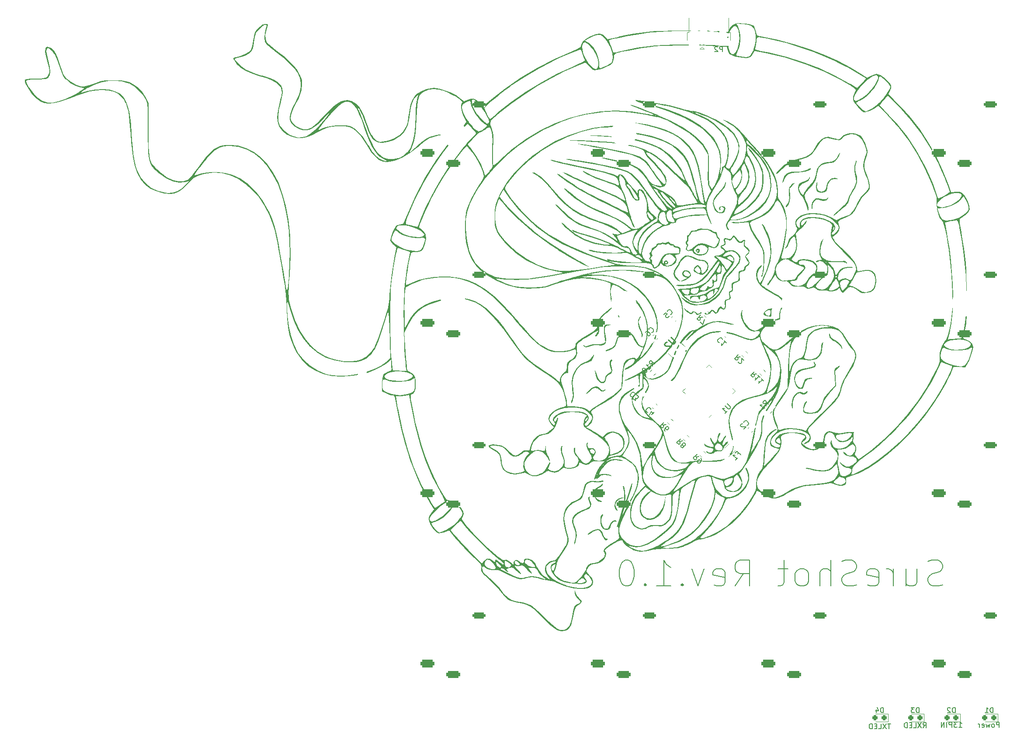
<source format=gbo>
%TF.GenerationSoftware,KiCad,Pcbnew,(6.0.1)*%
%TF.CreationDate,2022-02-12T18:16:10+09:00*%
%TF.ProjectId,FlatFighter_rev4,466c6174-4669-4676-9874-65725f726576,0*%
%TF.SameCoordinates,Original*%
%TF.FileFunction,Legend,Bot*%
%TF.FilePolarity,Positive*%
%FSLAX46Y46*%
G04 Gerber Fmt 4.6, Leading zero omitted, Abs format (unit mm)*
G04 Created by KiCad (PCBNEW (6.0.1)) date 2022-02-12 18:16:10*
%MOMM*%
%LPD*%
G01*
G04 APERTURE LIST*
G04 Aperture macros list*
%AMRoundRect*
0 Rectangle with rounded corners*
0 $1 Rounding radius*
0 $2 $3 $4 $5 $6 $7 $8 $9 X,Y pos of 4 corners*
0 Add a 4 corners polygon primitive as box body*
4,1,4,$2,$3,$4,$5,$6,$7,$8,$9,$2,$3,0*
0 Add four circle primitives for the rounded corners*
1,1,$1+$1,$2,$3*
1,1,$1+$1,$4,$5*
1,1,$1+$1,$6,$7*
1,1,$1+$1,$8,$9*
0 Add four rect primitives between the rounded corners*
20,1,$1+$1,$2,$3,$4,$5,0*
20,1,$1+$1,$4,$5,$6,$7,0*
20,1,$1+$1,$6,$7,$8,$9,0*
20,1,$1+$1,$8,$9,$2,$3,0*%
%AMRotRect*
0 Rectangle, with rotation*
0 The origin of the aperture is its center*
0 $1 length*
0 $2 width*
0 $3 Rotation angle, in degrees counterclockwise*
0 Add horizontal line*
21,1,$1,$2,0,0,$3*%
G04 Aperture macros list end*
%ADD10C,0.150000*%
%ADD11C,0.254000*%
%ADD12C,0.300000*%
%ADD13C,0.100000*%
%ADD14C,0.200000*%
%ADD15C,0.120000*%
%ADD16RotRect,0.400000X1.900000X225.000000*%
%ADD17RoundRect,0.287500X-0.962500X-0.287500X0.962500X-0.287500X0.962500X0.287500X-0.962500X0.287500X0*%
%ADD18C,5.000000*%
%ADD19RoundRect,0.375000X-1.000000X-0.375000X1.000000X-0.375000X1.000000X0.375000X-1.000000X0.375000X0*%
%ADD20RoundRect,0.325000X-1.050000X-0.325000X1.050000X-0.325000X1.050000X0.325000X-1.050000X0.325000X0*%
%ADD21R,1.700000X1.700000*%
%ADD22O,1.700000X1.700000*%
%ADD23C,5.700000*%
%ADD24RoundRect,0.237500X-0.344715X0.008839X0.008839X-0.344715X0.344715X-0.008839X-0.008839X0.344715X0*%
%ADD25RoundRect,0.237500X0.287500X0.237500X-0.287500X0.237500X-0.287500X-0.237500X0.287500X-0.237500X0*%
%ADD26RoundRect,0.237500X0.380070X-0.044194X-0.044194X0.380070X-0.380070X0.044194X0.044194X-0.380070X0*%
%ADD27RoundRect,0.237500X0.344715X-0.008839X-0.008839X0.344715X-0.344715X0.008839X0.008839X-0.344715X0*%
%ADD28R,0.400000X1.650000*%
%ADD29R,1.430000X2.500000*%
%ADD30O,1.350000X1.700000*%
%ADD31R,1.825000X0.700000*%
%ADD32O,1.100000X1.500000*%
%ADD33R,2.000000X1.500000*%
%ADD34R,1.350000X2.000000*%
%ADD35RoundRect,0.250001X0.114905X-0.768977X0.768977X-0.114905X-0.114905X0.768977X-0.768977X0.114905X0*%
%ADD36RoundRect,0.237500X-0.008839X-0.344715X0.344715X0.008839X0.008839X0.344715X-0.344715X-0.008839X0*%
%ADD37RoundRect,0.062500X-0.291682X-0.380070X0.380070X0.291682X0.291682X0.380070X-0.380070X-0.291682X0*%
%ADD38RoundRect,0.062500X0.291682X-0.380070X0.380070X-0.291682X-0.291682X0.380070X-0.380070X0.291682X0*%
%ADD39RotRect,5.200000X5.200000X45.000000*%
%ADD40RoundRect,0.237500X-0.380070X0.044194X0.044194X-0.380070X0.380070X-0.044194X-0.044194X0.380070X0*%
%ADD41RoundRect,0.237500X0.008839X0.344715X-0.344715X-0.008839X-0.008839X-0.344715X0.344715X0.008839X0*%
%ADD42RoundRect,0.237500X0.044194X0.380070X-0.380070X-0.044194X-0.044194X-0.380070X0.380070X0.044194X0*%
G04 APERTURE END LIST*
D10*
X199552380Y-153152380D02*
X200123809Y-153152380D01*
X199838095Y-153152380D02*
X199838095Y-152152380D01*
X199933333Y-152295238D01*
X200028571Y-152390476D01*
X200123809Y-152438095D01*
X199219047Y-152152380D02*
X198600000Y-152152380D01*
X198933333Y-152533333D01*
X198790476Y-152533333D01*
X198695238Y-152580952D01*
X198647619Y-152628571D01*
X198600000Y-152723809D01*
X198600000Y-152961904D01*
X198647619Y-153057142D01*
X198695238Y-153104761D01*
X198790476Y-153152380D01*
X199076190Y-153152380D01*
X199171428Y-153104761D01*
X199219047Y-153057142D01*
X198171428Y-153152380D02*
X198171428Y-152152380D01*
X197790476Y-152152380D01*
X197695238Y-152200000D01*
X197647619Y-152247619D01*
X197600000Y-152342857D01*
X197600000Y-152485714D01*
X197647619Y-152580952D01*
X197695238Y-152628571D01*
X197790476Y-152676190D01*
X198171428Y-152676190D01*
X197171428Y-153152380D02*
X197171428Y-152152380D01*
X196695238Y-153152380D02*
X196695238Y-152152380D01*
X196123809Y-153152380D01*
X196123809Y-152152380D01*
X186319047Y-152452380D02*
X185747619Y-152452380D01*
X186033333Y-153452380D02*
X186033333Y-152452380D01*
X185509523Y-152452380D02*
X184842857Y-153452380D01*
X184842857Y-152452380D02*
X185509523Y-153452380D01*
X183985714Y-153452380D02*
X184461904Y-153452380D01*
X184461904Y-152452380D01*
X183652380Y-152928571D02*
X183319047Y-152928571D01*
X183176190Y-153452380D02*
X183652380Y-153452380D01*
X183652380Y-152452380D01*
X183176190Y-152452380D01*
X182747619Y-153452380D02*
X182747619Y-152452380D01*
X182509523Y-152452380D01*
X182366666Y-152500000D01*
X182271428Y-152595238D01*
X182223809Y-152690476D01*
X182176190Y-152880952D01*
X182176190Y-153023809D01*
X182223809Y-153214285D01*
X182271428Y-153309523D01*
X182366666Y-153404761D01*
X182509523Y-153452380D01*
X182747619Y-153452380D01*
X207376190Y-153152380D02*
X207376190Y-152152380D01*
X206995238Y-152152380D01*
X206900000Y-152200000D01*
X206852380Y-152247619D01*
X206804761Y-152342857D01*
X206804761Y-152485714D01*
X206852380Y-152580952D01*
X206900000Y-152628571D01*
X206995238Y-152676190D01*
X207376190Y-152676190D01*
X206233333Y-153152380D02*
X206328571Y-153104761D01*
X206376190Y-153057142D01*
X206423809Y-152961904D01*
X206423809Y-152676190D01*
X206376190Y-152580952D01*
X206328571Y-152533333D01*
X206233333Y-152485714D01*
X206090476Y-152485714D01*
X205995238Y-152533333D01*
X205947619Y-152580952D01*
X205900000Y-152676190D01*
X205900000Y-152961904D01*
X205947619Y-153057142D01*
X205995238Y-153104761D01*
X206090476Y-153152380D01*
X206233333Y-153152380D01*
X205566666Y-152485714D02*
X205376190Y-153152380D01*
X205185714Y-152676190D01*
X204995238Y-153152380D01*
X204804761Y-152485714D01*
X204042857Y-153104761D02*
X204138095Y-153152380D01*
X204328571Y-153152380D01*
X204423809Y-153104761D01*
X204471428Y-153009523D01*
X204471428Y-152628571D01*
X204423809Y-152533333D01*
X204328571Y-152485714D01*
X204138095Y-152485714D01*
X204042857Y-152533333D01*
X203995238Y-152628571D01*
X203995238Y-152723809D01*
X204471428Y-152819047D01*
X203566666Y-153152380D02*
X203566666Y-152485714D01*
X203566666Y-152676190D02*
X203519047Y-152580952D01*
X203471428Y-152533333D01*
X203376190Y-152485714D01*
X203280952Y-152485714D01*
X196409523Y-125523809D02*
X195695238Y-125761904D01*
X194504761Y-125761904D01*
X194028571Y-125523809D01*
X193790476Y-125285714D01*
X193552380Y-124809523D01*
X193552380Y-124333333D01*
X193790476Y-123857142D01*
X194028571Y-123619047D01*
X194504761Y-123380952D01*
X195457142Y-123142857D01*
X195933333Y-122904761D01*
X196171428Y-122666666D01*
X196409523Y-122190476D01*
X196409523Y-121714285D01*
X196171428Y-121238095D01*
X195933333Y-121000000D01*
X195457142Y-120761904D01*
X194266666Y-120761904D01*
X193552380Y-121000000D01*
X189266666Y-122428571D02*
X189266666Y-125761904D01*
X191409523Y-122428571D02*
X191409523Y-125047619D01*
X191171428Y-125523809D01*
X190695238Y-125761904D01*
X189980952Y-125761904D01*
X189504761Y-125523809D01*
X189266666Y-125285714D01*
X186885714Y-125761904D02*
X186885714Y-122428571D01*
X186885714Y-123380952D02*
X186647619Y-122904761D01*
X186409523Y-122666666D01*
X185933333Y-122428571D01*
X185457142Y-122428571D01*
X181885714Y-125523809D02*
X182361904Y-125761904D01*
X183314285Y-125761904D01*
X183790476Y-125523809D01*
X184028571Y-125047619D01*
X184028571Y-123142857D01*
X183790476Y-122666666D01*
X183314285Y-122428571D01*
X182361904Y-122428571D01*
X181885714Y-122666666D01*
X181647619Y-123142857D01*
X181647619Y-123619047D01*
X184028571Y-124095238D01*
X179742857Y-125523809D02*
X179028571Y-125761904D01*
X177838095Y-125761904D01*
X177361904Y-125523809D01*
X177123809Y-125285714D01*
X176885714Y-124809523D01*
X176885714Y-124333333D01*
X177123809Y-123857142D01*
X177361904Y-123619047D01*
X177838095Y-123380952D01*
X178790476Y-123142857D01*
X179266666Y-122904761D01*
X179504761Y-122666666D01*
X179742857Y-122190476D01*
X179742857Y-121714285D01*
X179504761Y-121238095D01*
X179266666Y-121000000D01*
X178790476Y-120761904D01*
X177600000Y-120761904D01*
X176885714Y-121000000D01*
X174742857Y-125761904D02*
X174742857Y-120761904D01*
X172600000Y-125761904D02*
X172600000Y-123142857D01*
X172838095Y-122666666D01*
X173314285Y-122428571D01*
X174028571Y-122428571D01*
X174504761Y-122666666D01*
X174742857Y-122904761D01*
X169504761Y-125761904D02*
X169980952Y-125523809D01*
X170219047Y-125285714D01*
X170457142Y-124809523D01*
X170457142Y-123380952D01*
X170219047Y-122904761D01*
X169980952Y-122666666D01*
X169504761Y-122428571D01*
X168790476Y-122428571D01*
X168314285Y-122666666D01*
X168076190Y-122904761D01*
X167838095Y-123380952D01*
X167838095Y-124809523D01*
X168076190Y-125285714D01*
X168314285Y-125523809D01*
X168790476Y-125761904D01*
X169504761Y-125761904D01*
X166409523Y-122428571D02*
X164504761Y-122428571D01*
X165695238Y-120761904D02*
X165695238Y-125047619D01*
X165457142Y-125523809D01*
X164980952Y-125761904D01*
X164504761Y-125761904D01*
X156171428Y-125761904D02*
X157838095Y-123380952D01*
X159028571Y-125761904D02*
X159028571Y-120761904D01*
X157123809Y-120761904D01*
X156647619Y-121000000D01*
X156409523Y-121238095D01*
X156171428Y-121714285D01*
X156171428Y-122428571D01*
X156409523Y-122904761D01*
X156647619Y-123142857D01*
X157123809Y-123380952D01*
X159028571Y-123380952D01*
X152123809Y-125523809D02*
X152600000Y-125761904D01*
X153552380Y-125761904D01*
X154028571Y-125523809D01*
X154266666Y-125047619D01*
X154266666Y-123142857D01*
X154028571Y-122666666D01*
X153552380Y-122428571D01*
X152600000Y-122428571D01*
X152123809Y-122666666D01*
X151885714Y-123142857D01*
X151885714Y-123619047D01*
X154266666Y-124095238D01*
X150219047Y-122428571D02*
X149028571Y-125761904D01*
X147838095Y-122428571D01*
X145933333Y-125285714D02*
X145695238Y-125523809D01*
X145933333Y-125761904D01*
X146171428Y-125523809D01*
X145933333Y-125285714D01*
X145933333Y-125761904D01*
X140933333Y-125761904D02*
X143790476Y-125761904D01*
X142361904Y-125761904D02*
X142361904Y-120761904D01*
X142838095Y-121476190D01*
X143314285Y-121952380D01*
X143790476Y-122190476D01*
X138790476Y-125285714D02*
X138552380Y-125523809D01*
X138790476Y-125761904D01*
X139028571Y-125523809D01*
X138790476Y-125285714D01*
X138790476Y-125761904D01*
X135457142Y-120761904D02*
X134980952Y-120761904D01*
X134504761Y-121000000D01*
X134266666Y-121238095D01*
X134028571Y-121714285D01*
X133790476Y-122666666D01*
X133790476Y-123857142D01*
X134028571Y-124809523D01*
X134266666Y-125285714D01*
X134504761Y-125523809D01*
X134980952Y-125761904D01*
X135457142Y-125761904D01*
X135933333Y-125523809D01*
X136171428Y-125285714D01*
X136409523Y-124809523D01*
X136647619Y-123857142D01*
X136647619Y-122666666D01*
X136409523Y-121714285D01*
X136171428Y-121238095D01*
X135933333Y-121000000D01*
X135457142Y-120761904D01*
X192623809Y-153252380D02*
X192957142Y-152776190D01*
X193195238Y-153252380D02*
X193195238Y-152252380D01*
X192814285Y-152252380D01*
X192719047Y-152300000D01*
X192671428Y-152347619D01*
X192623809Y-152442857D01*
X192623809Y-152585714D01*
X192671428Y-152680952D01*
X192719047Y-152728571D01*
X192814285Y-152776190D01*
X193195238Y-152776190D01*
X192290476Y-152252380D02*
X191623809Y-153252380D01*
X191623809Y-152252380D02*
X192290476Y-153252380D01*
X190766666Y-153252380D02*
X191242857Y-153252380D01*
X191242857Y-152252380D01*
X190433333Y-152728571D02*
X190100000Y-152728571D01*
X189957142Y-153252380D02*
X190433333Y-153252380D01*
X190433333Y-152252380D01*
X189957142Y-152252380D01*
X189528571Y-153252380D02*
X189528571Y-152252380D01*
X189290476Y-152252380D01*
X189147619Y-152300000D01*
X189052380Y-152395238D01*
X189004761Y-152490476D01*
X188957142Y-152680952D01*
X188957142Y-152823809D01*
X189004761Y-153014285D01*
X189052380Y-153109523D01*
X189147619Y-153204761D01*
X189290476Y-153252380D01*
X189528571Y-153252380D01*
D11*
%TO.C,U2*%
X143792434Y-77524014D02*
X144519407Y-78250987D01*
X144562170Y-78379276D01*
X144562170Y-78464802D01*
X144519407Y-78593092D01*
X144348354Y-78764144D01*
X144220065Y-78806907D01*
X144134539Y-78806907D01*
X144006249Y-78764144D01*
X143279276Y-78037171D01*
X142979934Y-78507565D02*
X142894408Y-78507565D01*
X142766119Y-78550329D01*
X142552303Y-78764144D01*
X142509540Y-78892434D01*
X142509540Y-78977960D01*
X142552303Y-79106249D01*
X142637829Y-79191775D01*
X142808882Y-79277302D01*
X143835197Y-79277302D01*
X143279276Y-79833222D01*
D10*
%TO.C,R11*%
X160354149Y-84636712D02*
X159781730Y-84737727D01*
X159950088Y-84232651D02*
X159242982Y-84939758D01*
X159512356Y-85209132D01*
X159613371Y-85242804D01*
X159680714Y-85242804D01*
X159781730Y-85209132D01*
X159882745Y-85108117D01*
X159916417Y-85007101D01*
X159916417Y-84939758D01*
X159882745Y-84838743D01*
X159613371Y-84569369D01*
X161027585Y-85310147D02*
X160623524Y-84906086D01*
X160825554Y-85108117D02*
X160118447Y-85815224D01*
X160152119Y-85646865D01*
X160152119Y-85512178D01*
X160118447Y-85411163D01*
X161701020Y-85983582D02*
X161296959Y-85579521D01*
X161498989Y-85781552D02*
X160791882Y-86488659D01*
X160825554Y-86320300D01*
X160825554Y-86185613D01*
X160791882Y-86084598D01*
%TO.C,D4*%
X184938095Y-150322380D02*
X184938095Y-149322380D01*
X184700000Y-149322380D01*
X184557142Y-149370000D01*
X184461904Y-149465238D01*
X184414285Y-149560476D01*
X184366666Y-149750952D01*
X184366666Y-149893809D01*
X184414285Y-150084285D01*
X184461904Y-150179523D01*
X184557142Y-150274761D01*
X184700000Y-150322380D01*
X184938095Y-150322380D01*
X183509523Y-149655714D02*
X183509523Y-150322380D01*
X183747619Y-149274761D02*
X183985714Y-149989047D01*
X183366666Y-149989047D01*
%TO.C,D2*%
X198838095Y-150322380D02*
X198838095Y-149322380D01*
X198600000Y-149322380D01*
X198457142Y-149370000D01*
X198361904Y-149465238D01*
X198314285Y-149560476D01*
X198266666Y-149750952D01*
X198266666Y-149893809D01*
X198314285Y-150084285D01*
X198361904Y-150179523D01*
X198457142Y-150274761D01*
X198600000Y-150322380D01*
X198838095Y-150322380D01*
X197885714Y-149417619D02*
X197838095Y-149370000D01*
X197742857Y-149322380D01*
X197504761Y-149322380D01*
X197409523Y-149370000D01*
X197361904Y-149417619D01*
X197314285Y-149512857D01*
X197314285Y-149608095D01*
X197361904Y-149750952D01*
X197933333Y-150322380D01*
X197314285Y-150322380D01*
%TO.C,C1*%
X153724787Y-78019710D02*
X153724787Y-77952367D01*
X153657443Y-77817680D01*
X153590100Y-77750336D01*
X153455412Y-77682993D01*
X153320725Y-77682993D01*
X153219710Y-77716664D01*
X153051351Y-77817680D01*
X152950336Y-77918695D01*
X152849321Y-78087054D01*
X152815649Y-78188069D01*
X152815649Y-78322756D01*
X152882993Y-78457443D01*
X152950336Y-78524787D01*
X153085023Y-78592130D01*
X153152367Y-78592130D01*
X154465565Y-78625802D02*
X154061504Y-78221741D01*
X154263535Y-78423771D02*
X153556428Y-79130878D01*
X153590100Y-78962519D01*
X153590100Y-78827832D01*
X153556428Y-78726817D01*
%TO.C,R7*%
X149902030Y-73662267D02*
X149329610Y-73763282D01*
X149497969Y-73258206D02*
X148790862Y-73965312D01*
X149060236Y-74234687D01*
X149161251Y-74268358D01*
X149228595Y-74268358D01*
X149329610Y-74234687D01*
X149430625Y-74133671D01*
X149464297Y-74032656D01*
X149464297Y-73965312D01*
X149430625Y-73864297D01*
X149161251Y-73594923D01*
X149430625Y-74605076D02*
X149902030Y-75076480D01*
X150306091Y-74066328D01*
%TO.C,P2*%
X153763095Y-22217380D02*
X153763095Y-21217380D01*
X153382142Y-21217380D01*
X153286904Y-21265000D01*
X153239285Y-21312619D01*
X153191666Y-21407857D01*
X153191666Y-21550714D01*
X153239285Y-21645952D01*
X153286904Y-21693571D01*
X153382142Y-21741190D01*
X153763095Y-21741190D01*
X152810714Y-21312619D02*
X152763095Y-21265000D01*
X152667857Y-21217380D01*
X152429761Y-21217380D01*
X152334523Y-21265000D01*
X152286904Y-21312619D01*
X152239285Y-21407857D01*
X152239285Y-21503095D01*
X152286904Y-21645952D01*
X152858333Y-22217380D01*
X152239285Y-22217380D01*
%TO.C,D1*%
X206163095Y-150322380D02*
X206163095Y-149322380D01*
X205925000Y-149322380D01*
X205782142Y-149370000D01*
X205686904Y-149465238D01*
X205639285Y-149560476D01*
X205591666Y-149750952D01*
X205591666Y-149893809D01*
X205639285Y-150084285D01*
X205686904Y-150179523D01*
X205782142Y-150274761D01*
X205925000Y-150322380D01*
X206163095Y-150322380D01*
X204639285Y-150322380D02*
X205210714Y-150322380D01*
X204925000Y-150322380D02*
X204925000Y-149322380D01*
X205020238Y-149465238D01*
X205115476Y-149560476D01*
X205210714Y-149608095D01*
D12*
%TO.C, *%
D10*
%TO.C,R2*%
X157190867Y-81373430D02*
X156618447Y-81474445D01*
X156786806Y-80969369D02*
X156079699Y-81676475D01*
X156349073Y-81945850D01*
X156450088Y-81979521D01*
X156517432Y-81979521D01*
X156618447Y-81945850D01*
X156719462Y-81844834D01*
X156753134Y-81743819D01*
X156753134Y-81676475D01*
X156719462Y-81575460D01*
X156450088Y-81306086D01*
X156820478Y-82282567D02*
X156820478Y-82349911D01*
X156854149Y-82450926D01*
X157022508Y-82619285D01*
X157123524Y-82652956D01*
X157190867Y-82652956D01*
X157291882Y-82619285D01*
X157359226Y-82551941D01*
X157426569Y-82417254D01*
X157426569Y-81609132D01*
X157864302Y-82046865D01*
%TO.C,F1*%
X156672128Y-100200724D02*
X156907830Y-99965021D01*
X157278220Y-100335411D02*
X156571113Y-99628304D01*
X156234395Y-99965021D01*
X156301739Y-101311891D02*
X156705800Y-100907830D01*
X156503769Y-101109861D02*
X155796663Y-100402754D01*
X155965021Y-100436426D01*
X156099708Y-100436426D01*
X156200724Y-100402754D01*
%TO.C,R10*%
X140174450Y-83165312D02*
X140073435Y-82592893D01*
X140578511Y-82761251D02*
X139871404Y-82054145D01*
X139602030Y-82323519D01*
X139568358Y-82424534D01*
X139568358Y-82491877D01*
X139602030Y-82592893D01*
X139703045Y-82693908D01*
X139804061Y-82727580D01*
X139871404Y-82727580D01*
X139972419Y-82693908D01*
X140241793Y-82424534D01*
X139501015Y-83838748D02*
X139905076Y-83434687D01*
X139703045Y-83636717D02*
X138995938Y-82929610D01*
X139164297Y-82963282D01*
X139298984Y-82963282D01*
X139400000Y-82929610D01*
X138356175Y-83569374D02*
X138288832Y-83636717D01*
X138255160Y-83737732D01*
X138255160Y-83805076D01*
X138288832Y-83906091D01*
X138389847Y-84074450D01*
X138558206Y-84242809D01*
X138726564Y-84343824D01*
X138827580Y-84377496D01*
X138894923Y-84377496D01*
X138995938Y-84343824D01*
X139063282Y-84276480D01*
X139096954Y-84175465D01*
X139096954Y-84108122D01*
X139063282Y-84007106D01*
X138962267Y-83838748D01*
X138793908Y-83670389D01*
X138625549Y-83569374D01*
X138524534Y-83535702D01*
X138457190Y-83535702D01*
X138356175Y-83569374D01*
%TO.C,R9*%
X149202030Y-100662267D02*
X148629610Y-100763282D01*
X148797969Y-100258206D02*
X148090862Y-100965312D01*
X148360236Y-101234687D01*
X148461251Y-101268358D01*
X148528595Y-101268358D01*
X148629610Y-101234687D01*
X148730625Y-101133671D01*
X148764297Y-101032656D01*
X148764297Y-100965312D01*
X148730625Y-100864297D01*
X148461251Y-100594923D01*
X149538748Y-100998984D02*
X149673435Y-101133671D01*
X149707106Y-101234687D01*
X149707106Y-101302030D01*
X149673435Y-101470389D01*
X149572419Y-101638748D01*
X149303045Y-101908122D01*
X149202030Y-101941793D01*
X149134687Y-101941793D01*
X149033671Y-101908122D01*
X148898984Y-101773435D01*
X148865312Y-101672419D01*
X148865312Y-101605076D01*
X148898984Y-101504061D01*
X149067343Y-101335702D01*
X149168358Y-101302030D01*
X149235702Y-101302030D01*
X149336717Y-101335702D01*
X149471404Y-101470389D01*
X149505076Y-101571404D01*
X149505076Y-101638748D01*
X149471404Y-101739763D01*
%TO.C,U1*%
X154659777Y-90439997D02*
X155232197Y-91012417D01*
X155265869Y-91113432D01*
X155265869Y-91180776D01*
X155232197Y-91281791D01*
X155097510Y-91416478D01*
X154996495Y-91450150D01*
X154929151Y-91450150D01*
X154828136Y-91416478D01*
X154255716Y-90844058D01*
X154255716Y-92258272D02*
X154659777Y-91854211D01*
X154457747Y-92056241D02*
X153750640Y-91349135D01*
X153918999Y-91382806D01*
X154053686Y-91382806D01*
X154154701Y-91349135D01*
%TO.C,R8*%
X146002065Y-97662302D02*
X145429645Y-97763317D01*
X145598004Y-97258241D02*
X144890897Y-97965347D01*
X145160271Y-98234722D01*
X145261286Y-98268393D01*
X145328630Y-98268393D01*
X145429645Y-98234722D01*
X145530660Y-98133706D01*
X145564332Y-98032691D01*
X145564332Y-97965347D01*
X145530660Y-97864332D01*
X145261286Y-97594958D01*
X146002065Y-98470424D02*
X145901050Y-98436752D01*
X145833706Y-98436752D01*
X145732691Y-98470424D01*
X145699019Y-98504096D01*
X145665347Y-98605111D01*
X145665347Y-98672454D01*
X145699019Y-98773470D01*
X145833706Y-98908157D01*
X145934722Y-98941828D01*
X146002065Y-98941828D01*
X146103080Y-98908157D01*
X146136752Y-98874485D01*
X146170424Y-98773470D01*
X146170424Y-98706126D01*
X146136752Y-98605111D01*
X146002065Y-98470424D01*
X145968393Y-98369409D01*
X145968393Y-98302065D01*
X146002065Y-98201050D01*
X146136752Y-98066363D01*
X146237767Y-98032691D01*
X146305111Y-98032691D01*
X146406126Y-98066363D01*
X146540813Y-98201050D01*
X146574485Y-98302065D01*
X146574485Y-98369409D01*
X146540813Y-98470424D01*
X146406126Y-98605111D01*
X146305111Y-98638783D01*
X146237767Y-98638783D01*
X146136752Y-98605111D01*
%TO.C,C3*%
X136823524Y-88540773D02*
X136823524Y-88473430D01*
X136756180Y-88338743D01*
X136688837Y-88271399D01*
X136554149Y-88204056D01*
X136419462Y-88204056D01*
X136318447Y-88237727D01*
X136150088Y-88338743D01*
X136049073Y-88439758D01*
X135948058Y-88608117D01*
X135914386Y-88709132D01*
X135914386Y-88843819D01*
X135981730Y-88978506D01*
X136049073Y-89045850D01*
X136183760Y-89113193D01*
X136251104Y-89113193D01*
X136419462Y-89416239D02*
X136857195Y-89853972D01*
X136890867Y-89348895D01*
X136991882Y-89449911D01*
X137092898Y-89483582D01*
X137160241Y-89483582D01*
X137261256Y-89449911D01*
X137429615Y-89281552D01*
X137463287Y-89180537D01*
X137463287Y-89113193D01*
X137429615Y-89012178D01*
X137227585Y-88810147D01*
X137126569Y-88776475D01*
X137059226Y-88776475D01*
%TO.C,C4*%
X139834687Y-91529610D02*
X139834687Y-91462267D01*
X139767343Y-91327580D01*
X139700000Y-91260236D01*
X139565312Y-91192893D01*
X139430625Y-91192893D01*
X139329610Y-91226564D01*
X139161251Y-91327580D01*
X139060236Y-91428595D01*
X138959221Y-91596954D01*
X138925549Y-91697969D01*
X138925549Y-91832656D01*
X138992893Y-91967343D01*
X139060236Y-92034687D01*
X139194923Y-92102030D01*
X139262267Y-92102030D01*
X140036717Y-92539763D02*
X140508122Y-92068358D01*
X139598984Y-92640778D02*
X139935702Y-91967343D01*
X140373435Y-92405076D01*
%TO.C,R1*%
X162226569Y-90890867D02*
X162125554Y-90318447D01*
X162630630Y-90486806D02*
X161923524Y-89779699D01*
X161654149Y-90049073D01*
X161620478Y-90150088D01*
X161620478Y-90217432D01*
X161654149Y-90318447D01*
X161755165Y-90419462D01*
X161856180Y-90453134D01*
X161923524Y-90453134D01*
X162024539Y-90419462D01*
X162293913Y-90150088D01*
X161553134Y-91564302D02*
X161957195Y-91160241D01*
X161755165Y-91362272D02*
X161048058Y-90655165D01*
X161216417Y-90688837D01*
X161351104Y-90688837D01*
X161452119Y-90655165D01*
%TO.C,C6*%
X140059226Y-76623524D02*
X140126569Y-76623524D01*
X140261256Y-76556180D01*
X140328600Y-76488837D01*
X140395943Y-76354149D01*
X140395943Y-76219462D01*
X140362272Y-76118447D01*
X140261256Y-75950088D01*
X140160241Y-75849073D01*
X139991882Y-75748058D01*
X139890867Y-75714386D01*
X139756180Y-75714386D01*
X139621493Y-75781730D01*
X139554149Y-75849073D01*
X139486806Y-75983760D01*
X139486806Y-76051104D01*
X138813371Y-76589852D02*
X138948058Y-76455165D01*
X139049073Y-76421493D01*
X139116417Y-76421493D01*
X139284775Y-76455165D01*
X139453134Y-76556180D01*
X139722508Y-76825554D01*
X139756180Y-76926569D01*
X139756180Y-76993913D01*
X139722508Y-77094928D01*
X139587821Y-77229615D01*
X139486806Y-77263287D01*
X139419462Y-77263287D01*
X139318447Y-77229615D01*
X139150088Y-77061256D01*
X139116417Y-76960241D01*
X139116417Y-76892898D01*
X139150088Y-76791882D01*
X139284775Y-76657195D01*
X139385791Y-76623524D01*
X139453134Y-76623524D01*
X139554149Y-76657195D01*
%TO.C,R6*%
X142790867Y-94473430D02*
X142218447Y-94574445D01*
X142386806Y-94069369D02*
X141679699Y-94776475D01*
X141949073Y-95045850D01*
X142050088Y-95079521D01*
X142117432Y-95079521D01*
X142218447Y-95045850D01*
X142319462Y-94944834D01*
X142353134Y-94843819D01*
X142353134Y-94776475D01*
X142319462Y-94675460D01*
X142050088Y-94406086D01*
X142689852Y-95786628D02*
X142555165Y-95651941D01*
X142521493Y-95550926D01*
X142521493Y-95483582D01*
X142555165Y-95315224D01*
X142656180Y-95146865D01*
X142925554Y-94877491D01*
X143026569Y-94843819D01*
X143093913Y-94843819D01*
X143194928Y-94877491D01*
X143329615Y-95012178D01*
X143363287Y-95113193D01*
X143363287Y-95180537D01*
X143329615Y-95281552D01*
X143161256Y-95449911D01*
X143060241Y-95483582D01*
X142992898Y-95483582D01*
X142891882Y-95449911D01*
X142757195Y-95315224D01*
X142723524Y-95214208D01*
X142723524Y-95146865D01*
X142757195Y-95045850D01*
%TO.C,C5*%
X143659226Y-73123524D02*
X143726569Y-73123524D01*
X143861256Y-73056180D01*
X143928600Y-72988837D01*
X143995943Y-72854149D01*
X143995943Y-72719462D01*
X143962272Y-72618447D01*
X143861256Y-72450088D01*
X143760241Y-72349073D01*
X143591882Y-72248058D01*
X143490867Y-72214386D01*
X143356180Y-72214386D01*
X143221493Y-72281730D01*
X143154149Y-72349073D01*
X143086806Y-72483760D01*
X143086806Y-72551104D01*
X142379699Y-73123524D02*
X142716417Y-72786806D01*
X143086806Y-73089852D01*
X143019462Y-73089852D01*
X142918447Y-73123524D01*
X142750088Y-73291882D01*
X142716417Y-73392898D01*
X142716417Y-73460241D01*
X142750088Y-73561256D01*
X142918447Y-73729615D01*
X143019462Y-73763287D01*
X143086806Y-73763287D01*
X143187821Y-73729615D01*
X143356180Y-73561256D01*
X143389852Y-73460241D01*
X143389852Y-73392898D01*
%TO.C,C2*%
X158459226Y-94623524D02*
X158526569Y-94623524D01*
X158661256Y-94556180D01*
X158728600Y-94488837D01*
X158795943Y-94354149D01*
X158795943Y-94219462D01*
X158762272Y-94118447D01*
X158661256Y-93950088D01*
X158560241Y-93849073D01*
X158391882Y-93748058D01*
X158290867Y-93714386D01*
X158156180Y-93714386D01*
X158021493Y-93781730D01*
X157954149Y-93849073D01*
X157886806Y-93983760D01*
X157886806Y-94051104D01*
X157617432Y-94320478D02*
X157550088Y-94320478D01*
X157449073Y-94354149D01*
X157280714Y-94522508D01*
X157247043Y-94623524D01*
X157247043Y-94690867D01*
X157280714Y-94791882D01*
X157348058Y-94859226D01*
X157482745Y-94926569D01*
X158290867Y-94926569D01*
X157853134Y-95364302D01*
%TO.C,D3*%
X191838095Y-150322380D02*
X191838095Y-149322380D01*
X191600000Y-149322380D01*
X191457142Y-149370000D01*
X191361904Y-149465238D01*
X191314285Y-149560476D01*
X191266666Y-149750952D01*
X191266666Y-149893809D01*
X191314285Y-150084285D01*
X191361904Y-150179523D01*
X191457142Y-150274761D01*
X191600000Y-150322380D01*
X191838095Y-150322380D01*
X190933333Y-149322380D02*
X190314285Y-149322380D01*
X190647619Y-149703333D01*
X190504761Y-149703333D01*
X190409523Y-149750952D01*
X190361904Y-149798571D01*
X190314285Y-149893809D01*
X190314285Y-150131904D01*
X190361904Y-150227142D01*
X190409523Y-150274761D01*
X190504761Y-150322380D01*
X190790476Y-150322380D01*
X190885714Y-150274761D01*
X190933333Y-150227142D01*
D13*
%TO.C,U2*%
X146442462Y-79376777D02*
X145523223Y-78457538D01*
X144179720Y-81639519D02*
X143260481Y-80720280D01*
D14*
X146760660Y-80119239D02*
X146760660Y-80119239D01*
X146619239Y-80260661D02*
X146619239Y-80260661D01*
X146760660Y-80119239D02*
G75*
G03*
X146619239Y-80260661I-70711J-70711D01*
G01*
X146619239Y-80260661D02*
G75*
G03*
X146760660Y-80119239I70710J70711D01*
G01*
D15*
%TO.C,R11*%
X161689346Y-83850420D02*
X162049580Y-84210654D01*
X160950420Y-84589346D02*
X161310654Y-84949580D01*
%TO.C,D4*%
X185860000Y-152035000D02*
X183400000Y-152035000D01*
X183400000Y-150565000D02*
X185860000Y-150565000D01*
X185860000Y-150565000D02*
X185860000Y-152035000D01*
%TO.C,D2*%
X197300000Y-150565000D02*
X199760000Y-150565000D01*
X199760000Y-150565000D02*
X199760000Y-152035000D01*
X199760000Y-152035000D02*
X197300000Y-152035000D01*
%TO.C,C1*%
X154332902Y-77554151D02*
X154126049Y-77347298D01*
X155054151Y-76832902D02*
X154847298Y-76626049D01*
%TO.C,R7*%
X150510654Y-73649580D02*
X150150420Y-73289346D01*
X151249580Y-72910654D02*
X150889346Y-72550420D01*
%TO.C,P2*%
X146925000Y-18465000D02*
X147225000Y-18465000D01*
X149775000Y-21265000D02*
X149375000Y-21715000D01*
X154925000Y-15665000D02*
X154925000Y-18465000D01*
X147225000Y-15665000D02*
X147225000Y-18465000D01*
X149375000Y-21715000D02*
X150175000Y-21715000D01*
X155225000Y-18465000D02*
X155225000Y-20015000D01*
X146925000Y-18465000D02*
X146925000Y-20015000D01*
X150175000Y-21715000D02*
X149775000Y-21265000D01*
X154925000Y-18465000D02*
X155225000Y-18465000D01*
%TO.C,D1*%
X207085000Y-152035000D02*
X204625000Y-152035000D01*
X204625000Y-150565000D02*
X207085000Y-150565000D01*
X207085000Y-150565000D02*
X207085000Y-152035000D01*
%TO.C, *%
G36*
X176554134Y-41946968D02*
G01*
X176351519Y-42421110D01*
X176049394Y-42941708D01*
X175713343Y-43384333D01*
X175622838Y-43474848D01*
X175218626Y-43700389D01*
X174627045Y-43765333D01*
X174463442Y-43769072D01*
X173635601Y-43905053D01*
X172945225Y-44208304D01*
X172486827Y-44640189D01*
X172373675Y-44871760D01*
X172197889Y-45398998D01*
X172055961Y-46009595D01*
X171927179Y-46633906D01*
X171766512Y-47127629D01*
X171523956Y-47571353D01*
X171146681Y-48061266D01*
X170581858Y-48693558D01*
X170312294Y-48996109D01*
X169882293Y-49574377D01*
X169691414Y-50062571D01*
X169718350Y-50540385D01*
X169941792Y-51087516D01*
X170241827Y-51764375D01*
X170411641Y-52416447D01*
X170382576Y-52876702D01*
X170336144Y-52965726D01*
X170248040Y-52926047D01*
X170155152Y-52570666D01*
X170085037Y-52261272D01*
X169871112Y-51575867D01*
X169604390Y-50933531D01*
X169327468Y-50429995D01*
X169082942Y-50160987D01*
X169024354Y-50124180D01*
X168700676Y-49742284D01*
X168490864Y-49195554D01*
X168411795Y-48596699D01*
X168480350Y-48058426D01*
X168713408Y-47693444D01*
X168771632Y-47657492D01*
X169119215Y-47508627D01*
X169597965Y-47352083D01*
X169624639Y-47344293D01*
X170164191Y-47097220D01*
X170484772Y-46772102D01*
X170678280Y-46390000D01*
X170638140Y-46811940D01*
X170633466Y-46852537D01*
X170529447Y-47117779D01*
X170250863Y-47329027D01*
X169719485Y-47549049D01*
X169113676Y-47834165D01*
X168695742Y-48246759D01*
X168595884Y-48754591D01*
X168806652Y-49372541D01*
X168901729Y-49541237D01*
X169187263Y-49911457D01*
X169405083Y-49950083D01*
X169554988Y-49657041D01*
X169591906Y-49562881D01*
X169821691Y-49188963D01*
X170200239Y-48682854D01*
X170668059Y-48126363D01*
X170708522Y-48080671D01*
X171283015Y-47378111D01*
X171628649Y-46820336D01*
X171782389Y-46348363D01*
X171845346Y-45972563D01*
X172060542Y-45062544D01*
X172350706Y-44424348D01*
X172758320Y-44008319D01*
X173325861Y-43764802D01*
X174095809Y-43644142D01*
X174144328Y-43639892D01*
X174885212Y-43528329D01*
X175403176Y-43305452D01*
X175804685Y-42900156D01*
X176196207Y-42241333D01*
X176353579Y-41958724D01*
X176529705Y-41706373D01*
X176601449Y-41699409D01*
X176554134Y-41946968D01*
G37*
G36*
X186165344Y-29901897D02*
G01*
X185900020Y-30414976D01*
X187987694Y-32560488D01*
X188375052Y-32964608D01*
X189207444Y-33866479D01*
X190031523Y-34798158D01*
X190769441Y-35670686D01*
X191343351Y-36395105D01*
X191974610Y-37263015D01*
X193603938Y-39758367D01*
X195112093Y-42435071D01*
X196438933Y-45181324D01*
X197524316Y-47885324D01*
X198057271Y-49377999D01*
X198071223Y-49417074D01*
X199005189Y-49373811D01*
X199283464Y-49364207D01*
X199756440Y-49391672D01*
X200085309Y-49522027D01*
X200404387Y-49795780D01*
X200555299Y-49962245D01*
X200983224Y-50598363D01*
X201340772Y-51351169D01*
X201576030Y-52097726D01*
X201599312Y-52333137D01*
X201637088Y-52715095D01*
X201591541Y-52947651D01*
X201307707Y-53447137D01*
X200748053Y-53965117D01*
X199885349Y-54529800D01*
X199824565Y-54568003D01*
X199730233Y-54666312D01*
X199683544Y-54832740D01*
X199687319Y-55120263D01*
X199744379Y-55581853D01*
X199857545Y-56270485D01*
X200029639Y-57239134D01*
X200055138Y-57381276D01*
X200337364Y-59014978D01*
X200562623Y-60470212D01*
X200737098Y-61820816D01*
X200866977Y-63140626D01*
X200958445Y-64503479D01*
X201017687Y-65983212D01*
X201050890Y-67653662D01*
X201064239Y-69588666D01*
X201065505Y-70165544D01*
X201065675Y-70243244D01*
X201065482Y-71630532D01*
X201058233Y-72743100D01*
X201041717Y-73626363D01*
X201013725Y-74325737D01*
X200972044Y-74886639D01*
X200914464Y-75354484D01*
X200838775Y-75774688D01*
X200742765Y-76192666D01*
X200693607Y-76392701D01*
X200547126Y-77007436D01*
X200444017Y-77469106D01*
X200404098Y-77690076D01*
X200423788Y-77732133D01*
X200657678Y-77890200D01*
X201071517Y-78063447D01*
X201085997Y-78068473D01*
X201739353Y-78415792D01*
X202179705Y-78894652D01*
X202211435Y-78999294D01*
X202344235Y-79437246D01*
X202332347Y-79537005D01*
X202296561Y-79837294D01*
X202126945Y-80501911D01*
X201870366Y-81264549D01*
X201564577Y-82014890D01*
X201247329Y-82642617D01*
X200910132Y-83218000D01*
X200784704Y-83432027D01*
X199619019Y-83348623D01*
X199031265Y-83326274D01*
X198609607Y-83352485D01*
X198453334Y-83424719D01*
X198453098Y-83428876D01*
X198376337Y-83650630D01*
X198181615Y-84108839D01*
X197897295Y-84738958D01*
X197551738Y-85476443D01*
X197085137Y-86416294D01*
X195842585Y-88629894D01*
X194423524Y-90816827D01*
X192857149Y-92947922D01*
X191172657Y-94994006D01*
X189399243Y-96925908D01*
X187566102Y-98714457D01*
X185702432Y-100330482D01*
X183837427Y-101744811D01*
X182000283Y-102928273D01*
X180220196Y-103851697D01*
X178526362Y-104485910D01*
X178062631Y-104630453D01*
X177788457Y-104772968D01*
X177701536Y-104966309D01*
X177728169Y-105284185D01*
X177731164Y-105512456D01*
X177734153Y-105740333D01*
X177637483Y-106080000D01*
X177471914Y-106205404D01*
X177026711Y-106307016D01*
X176442359Y-106307795D01*
X175828363Y-106210621D01*
X175294231Y-106018375D01*
X175129866Y-105938379D01*
X174653823Y-105816545D01*
X174108897Y-105894296D01*
X174106361Y-105894953D01*
X173689571Y-105972892D01*
X173026534Y-106063391D01*
X172207954Y-106155275D01*
X171324529Y-106237369D01*
X170331433Y-106331781D01*
X169449603Y-106461172D01*
X168698168Y-106648646D01*
X167974526Y-106927305D01*
X167176073Y-107330249D01*
X166200206Y-107890582D01*
X165571462Y-108252375D01*
X164940153Y-108569938D01*
X164428242Y-108746270D01*
X163946030Y-108810245D01*
X163403818Y-108790736D01*
X163181153Y-108747835D01*
X162619752Y-108547653D01*
X161971603Y-108242089D01*
X161359025Y-107891547D01*
X160904335Y-107556430D01*
X160894772Y-107547698D01*
X160614455Y-107328675D01*
X160463974Y-107278776D01*
X160360394Y-107453750D01*
X160146336Y-107844372D01*
X159868194Y-108366000D01*
X159318937Y-109313580D01*
X158216983Y-110864287D01*
X156925231Y-112347232D01*
X155508962Y-113696589D01*
X154033458Y-114846530D01*
X152564000Y-115731228D01*
X152523722Y-115751458D01*
X151654817Y-116137320D01*
X150758750Y-116454309D01*
X149942381Y-116669007D01*
X149312568Y-116748000D01*
X149153326Y-116765014D01*
X148656909Y-116920962D01*
X148136530Y-117186991D01*
X147689951Y-117439139D01*
X147012607Y-117771232D01*
X146319561Y-118070294D01*
X146083641Y-118161486D01*
X145612162Y-118319120D01*
X145144986Y-118423625D01*
X144596386Y-118486702D01*
X143880633Y-118520051D01*
X142912000Y-118535373D01*
X142425602Y-118542588D01*
X141265335Y-118592314D01*
X140375153Y-118689053D01*
X139706266Y-118837403D01*
X138885276Y-119034895D01*
X137728558Y-119091638D01*
X136611908Y-118855475D01*
X136551050Y-118833766D01*
X136008089Y-118574564D01*
X135445375Y-118215580D01*
X135182831Y-118008421D01*
X135663731Y-118008421D01*
X135695814Y-118085683D01*
X135986911Y-118266568D01*
X136519667Y-118532135D01*
X136711997Y-118617164D01*
X137496597Y-118860102D01*
X138299549Y-118921074D01*
X139166165Y-118789690D01*
X140141753Y-118455559D01*
X140374634Y-118342760D01*
X142104124Y-118342760D01*
X142147000Y-118384880D01*
X142461582Y-118405422D01*
X143081334Y-118412902D01*
X143631296Y-118401777D01*
X144875003Y-118248547D01*
X146083498Y-117891136D01*
X147378379Y-117297996D01*
X147492351Y-117236913D01*
X148642989Y-116478028D01*
X148662708Y-116461193D01*
X149480605Y-116461193D01*
X149611315Y-116540781D01*
X150016148Y-116466809D01*
X150701334Y-116259347D01*
X151338400Y-116027073D01*
X152907061Y-115246452D01*
X154471036Y-114192192D01*
X155983743Y-112906402D01*
X157398597Y-111431195D01*
X158669014Y-109808681D01*
X159748409Y-108080971D01*
X159963519Y-107674211D01*
X160182525Y-107163849D01*
X160263595Y-106746329D01*
X160238925Y-106305098D01*
X160220221Y-106088351D01*
X160220394Y-106086677D01*
X160398559Y-106086677D01*
X160640056Y-106779351D01*
X161217528Y-107434544D01*
X162131334Y-108052740D01*
X162642106Y-108316864D01*
X163295037Y-108557562D01*
X163899315Y-108614439D01*
X164531800Y-108478837D01*
X165269350Y-108142095D01*
X166188826Y-107595552D01*
X166243305Y-107561249D01*
X167148068Y-107033388D01*
X167979920Y-106653094D01*
X168841612Y-106388387D01*
X169835897Y-106207289D01*
X171065525Y-106077821D01*
X171169580Y-106069136D01*
X172429441Y-105947275D01*
X173410388Y-105812841D01*
X174168120Y-105654372D01*
X174397931Y-105578848D01*
X175315028Y-105578848D01*
X175327570Y-105721365D01*
X175508667Y-105848279D01*
X176098715Y-106100750D01*
X176761194Y-106161300D01*
X177295084Y-105937901D01*
X177494808Y-105758950D01*
X177605025Y-105512456D01*
X177495875Y-105168558D01*
X177276447Y-104859648D01*
X176866964Y-104725333D01*
X176585123Y-104687303D01*
X176440000Y-104573457D01*
X176387028Y-104564415D01*
X176156425Y-104722912D01*
X175805000Y-105039124D01*
X175499288Y-105343603D01*
X175315028Y-105578848D01*
X174397931Y-105578848D01*
X174758336Y-105460406D01*
X175236737Y-105219482D01*
X175598518Y-104912821D01*
X175962039Y-104405382D01*
X176187312Y-103860691D01*
X176209205Y-103400570D01*
X176130255Y-103086152D01*
X176023105Y-102626797D01*
X175913399Y-102136927D01*
X175372366Y-102648811D01*
X175262805Y-102749227D01*
X174804927Y-103120559D01*
X174408000Y-103380409D01*
X174085364Y-103486637D01*
X173450283Y-103567485D01*
X172711267Y-103573987D01*
X171999126Y-103506761D01*
X171444667Y-103366424D01*
X171159066Y-103273639D01*
X170569509Y-103138082D01*
X169920667Y-103033832D01*
X168904667Y-102909004D01*
X169711144Y-102885835D01*
X170246458Y-102915727D01*
X170981686Y-103026772D01*
X171714549Y-103194352D01*
X172284010Y-103327309D01*
X173327450Y-103399395D01*
X174209735Y-103187773D01*
X174961622Y-102682012D01*
X175613871Y-101871677D01*
X175982266Y-101166382D01*
X176091464Y-100546637D01*
X175911334Y-99982315D01*
X175467489Y-99441222D01*
X176017780Y-99441222D01*
X176110992Y-99663379D01*
X176142116Y-99733428D01*
X176224329Y-100202545D01*
X176202230Y-100806379D01*
X176174268Y-101034155D01*
X176119472Y-101531453D01*
X176093551Y-101846666D01*
X176093498Y-101848263D01*
X176127256Y-102201007D01*
X176223236Y-102746075D01*
X176353177Y-103351678D01*
X176488819Y-103886027D01*
X176601902Y-104217333D01*
X176666797Y-104313526D01*
X177021267Y-104493019D01*
X177521529Y-104467121D01*
X178072261Y-104234705D01*
X178209547Y-104133914D01*
X178713180Y-104133914D01*
X178799008Y-104179655D01*
X179061117Y-104103720D01*
X179542014Y-103896778D01*
X180284203Y-103549495D01*
X182037956Y-102600069D01*
X183980220Y-101303842D01*
X185949187Y-99758595D01*
X187908339Y-98003348D01*
X189821160Y-96077122D01*
X191651132Y-94018938D01*
X193361739Y-91867817D01*
X194916463Y-89662780D01*
X196278788Y-87442848D01*
X197412196Y-85247042D01*
X197688019Y-84646970D01*
X197991994Y-83954867D01*
X198166051Y-83493223D01*
X198222641Y-83218000D01*
X198174218Y-83085160D01*
X198033232Y-83050666D01*
X197934856Y-83038372D01*
X197542976Y-82918413D01*
X197058682Y-82712000D01*
X196850110Y-82614104D01*
X196443554Y-82441620D01*
X196218824Y-82373333D01*
X196164467Y-82406248D01*
X195993633Y-82663667D01*
X195797595Y-83093000D01*
X195685928Y-83368253D01*
X195065363Y-84698875D01*
X194257107Y-86193443D01*
X193300804Y-87788065D01*
X192236099Y-89418848D01*
X191102634Y-91021902D01*
X189940055Y-92533333D01*
X189448868Y-93122597D01*
X188490272Y-94195583D01*
X187403599Y-95337645D01*
X186245979Y-96493618D01*
X185074543Y-97608339D01*
X183946418Y-98626641D01*
X182918737Y-99493361D01*
X182048627Y-100153333D01*
X181807901Y-100322585D01*
X180748570Y-101110059D01*
X180519697Y-101300873D01*
X179908133Y-101810741D01*
X179306151Y-102405711D01*
X178962187Y-102876045D01*
X178895807Y-103202822D01*
X178920946Y-103457445D01*
X178814090Y-103872270D01*
X178761128Y-103975829D01*
X178713180Y-104133914D01*
X178209547Y-104133914D01*
X178465229Y-103946201D01*
X178696553Y-103587940D01*
X178678691Y-103159000D01*
X178666249Y-103119491D01*
X178455228Y-102920918D01*
X177986584Y-102857281D01*
X177572859Y-102819571D01*
X177030291Y-102574668D01*
X176631035Y-102058333D01*
X176520586Y-101817709D01*
X176531153Y-101692893D01*
X176718161Y-101817707D01*
X177058652Y-102185333D01*
X177185290Y-102322650D01*
X177710363Y-102645500D01*
X178304626Y-102641768D01*
X178981404Y-102312333D01*
X179420552Y-101983413D01*
X179731828Y-101623850D01*
X179761617Y-101300873D01*
X179529544Y-100966284D01*
X179497394Y-100934914D01*
X179076641Y-100676962D01*
X178515895Y-100635086D01*
X178162749Y-100613696D01*
X177652768Y-100433371D01*
X177268893Y-100132533D01*
X177117334Y-99776389D01*
X177130525Y-99743577D01*
X177296639Y-99796292D01*
X177592266Y-100036985D01*
X177663276Y-100101537D01*
X178072772Y-100379259D01*
X178426643Y-100492000D01*
X178700242Y-100416232D01*
X179080525Y-100099207D01*
X179371791Y-99635543D01*
X179488000Y-99135231D01*
X179470785Y-98927904D01*
X179301943Y-98527148D01*
X179010882Y-98340512D01*
X178669473Y-98429927D01*
X178106714Y-98819551D01*
X177577791Y-99117535D01*
X177123150Y-99265686D01*
X176645709Y-99306033D01*
X176426645Y-99307593D01*
X176100499Y-99337662D01*
X176017780Y-99441222D01*
X175467489Y-99441222D01*
X175436892Y-99403921D01*
X175409855Y-99377349D01*
X174864688Y-98718647D01*
X174639387Y-98140336D01*
X174736685Y-97649266D01*
X174809924Y-97533912D01*
X174889088Y-97515063D01*
X174910851Y-97802163D01*
X175015932Y-98241844D01*
X175266957Y-98691163D01*
X175435017Y-98878373D01*
X175793206Y-99083302D01*
X176325291Y-99137070D01*
X176409731Y-99135115D01*
X177047215Y-99038335D01*
X177621958Y-98840736D01*
X178034409Y-98562251D01*
X178503818Y-98076143D01*
X178846975Y-97537829D01*
X178980000Y-97057455D01*
X178962523Y-96869542D01*
X178866343Y-96887542D01*
X178632254Y-97163081D01*
X178428927Y-97364813D01*
X177844435Y-97694911D01*
X177159522Y-97874533D01*
X176528333Y-97853122D01*
X176339730Y-97781742D01*
X175903361Y-97460681D01*
X175561933Y-97023891D01*
X175449507Y-96674344D01*
X175727552Y-96674344D01*
X175765946Y-96857212D01*
X175874097Y-97076404D01*
X176124725Y-97386821D01*
X176371130Y-97547904D01*
X177001299Y-97699192D01*
X177662862Y-97540904D01*
X178301231Y-97080718D01*
X178658285Y-96691716D01*
X178837274Y-96383784D01*
X178764073Y-96201928D01*
X178419871Y-96136257D01*
X177785857Y-96176876D01*
X176843221Y-96313892D01*
X176646406Y-96346769D01*
X176105028Y-96450772D01*
X175819661Y-96549413D01*
X175727552Y-96674344D01*
X175449507Y-96674344D01*
X175424000Y-96595040D01*
X175277990Y-96323813D01*
X174909371Y-96086587D01*
X174589526Y-95976526D01*
X174302640Y-96008876D01*
X173978038Y-96264894D01*
X173688809Y-96644249D01*
X173560701Y-97261850D01*
X173545962Y-97508396D01*
X173302117Y-98275632D01*
X172807189Y-98900907D01*
X172124405Y-99321827D01*
X171316991Y-99476000D01*
X171038569Y-99443647D01*
X170464545Y-99284623D01*
X169869248Y-99037520D01*
X169613294Y-98906042D01*
X169218058Y-98656494D01*
X169034367Y-98419349D01*
X168989334Y-98118477D01*
X169058713Y-97761962D01*
X169426862Y-97293754D01*
X169460740Y-97266317D01*
X169712617Y-96986218D01*
X169756910Y-96775688D01*
X169710585Y-96722235D01*
X169365963Y-96533474D01*
X168811818Y-96356582D01*
X168148030Y-96214264D01*
X167474478Y-96129228D01*
X166891039Y-96124178D01*
X166784283Y-96134305D01*
X166087578Y-96259207D01*
X165525839Y-96456836D01*
X165166777Y-96696449D01*
X165078106Y-96947303D01*
X165101347Y-97084074D01*
X165132694Y-97515033D01*
X165142545Y-97993337D01*
X165144045Y-98066177D01*
X165142748Y-98162534D01*
X165086952Y-98694122D01*
X164927718Y-99214602D01*
X164635924Y-99772095D01*
X164182449Y-100414724D01*
X163538170Y-101190612D01*
X162673967Y-102147879D01*
X162364896Y-102485118D01*
X161628271Y-103329257D01*
X161098253Y-104020974D01*
X160740467Y-104614410D01*
X160520539Y-105163704D01*
X160404095Y-105722996D01*
X160398559Y-106086677D01*
X160220394Y-106086677D01*
X160312447Y-105197047D01*
X160630626Y-104263994D01*
X161136476Y-103412562D01*
X161260897Y-103240741D01*
X161412908Y-102969281D01*
X161520988Y-102639406D01*
X161599878Y-102181137D01*
X161664318Y-101524494D01*
X161729050Y-100599498D01*
X161766914Y-100026161D01*
X161838884Y-99073109D01*
X161913845Y-98361892D01*
X162004313Y-97827710D01*
X162122802Y-97405764D01*
X162281828Y-97031254D01*
X162493907Y-96639381D01*
X162716975Y-96332217D01*
X163081100Y-95963665D01*
X163486406Y-95637806D01*
X163862753Y-95403857D01*
X164139998Y-95311035D01*
X164248000Y-95408558D01*
X164242563Y-95451992D01*
X164079155Y-95581333D01*
X163967725Y-95625025D01*
X163650687Y-95842710D01*
X163245785Y-96181690D01*
X163062286Y-96358125D01*
X162665097Y-96858316D01*
X162370977Y-97463009D01*
X162162132Y-98230369D01*
X162020769Y-99218562D01*
X161929093Y-100485752D01*
X161821412Y-102596171D01*
X162907706Y-101434926D01*
X163119107Y-101206974D01*
X163641552Y-100628043D01*
X164087239Y-100113693D01*
X164377452Y-99753954D01*
X164760903Y-99234225D01*
X164000262Y-99012433D01*
X163851642Y-98964332D01*
X163343748Y-98716485D01*
X163047155Y-98431015D01*
X162950090Y-98062046D01*
X163036916Y-97466187D01*
X163340573Y-96840466D01*
X163826759Y-96279544D01*
X163998069Y-96118855D01*
X164298438Y-95770158D01*
X164417334Y-95522910D01*
X164380374Y-95338914D01*
X164235350Y-94908646D01*
X164018036Y-94374736D01*
X163754300Y-93729901D01*
X163540530Y-93005712D01*
X163484687Y-92350263D01*
X163512481Y-92193533D01*
X163710726Y-92193533D01*
X163725167Y-92743851D01*
X163873747Y-93348839D01*
X164140601Y-94070619D01*
X164149082Y-94091837D01*
X164369848Y-94674099D01*
X164526878Y-95143821D01*
X164586667Y-95401069D01*
X164632501Y-95513750D01*
X164883000Y-95503074D01*
X165655376Y-95288573D01*
X166786429Y-95173265D01*
X167964566Y-95241423D01*
X168568181Y-95339492D01*
X169158055Y-95459935D01*
X169545605Y-95567495D01*
X169795007Y-95640452D01*
X170003739Y-95564323D01*
X170180669Y-95228177D01*
X170195889Y-95196984D01*
X170418836Y-94894139D01*
X170842371Y-94413199D01*
X171425200Y-93797968D01*
X172126030Y-93092247D01*
X172903568Y-92339838D01*
X173145524Y-92109659D01*
X174153423Y-91131638D01*
X174940164Y-90324012D01*
X175536348Y-89646436D01*
X175972573Y-89058562D01*
X176279440Y-88520043D01*
X176487548Y-87990533D01*
X176627496Y-87429684D01*
X176773809Y-86894011D01*
X177121695Y-86023324D01*
X177587423Y-85124348D01*
X177589138Y-85121405D01*
X178285029Y-83919345D01*
X178815181Y-82963541D01*
X179186454Y-82208975D01*
X179405709Y-81610628D01*
X179479806Y-81123479D01*
X179415606Y-80702511D01*
X179219970Y-80302703D01*
X178899759Y-79879038D01*
X178461832Y-79386495D01*
X178219399Y-79094517D01*
X177759073Y-78430484D01*
X177388202Y-77767830D01*
X177143805Y-77287123D01*
X176731589Y-76676932D01*
X176250235Y-76263448D01*
X175633641Y-76012160D01*
X174815705Y-75888558D01*
X173730325Y-75858130D01*
X173254743Y-75874280D01*
X172500764Y-75999244D01*
X171791792Y-76281463D01*
X171732949Y-76311177D01*
X171155000Y-76652476D01*
X170746220Y-77035814D01*
X170463393Y-77535344D01*
X170263300Y-78225217D01*
X170102727Y-79179585D01*
X170045310Y-79561230D01*
X169915880Y-80274915D01*
X169783647Y-80847849D01*
X169669754Y-81182231D01*
X169588668Y-81374525D01*
X169624431Y-81655006D01*
X169942109Y-81812069D01*
X170564076Y-81862740D01*
X170836543Y-81850443D01*
X171654583Y-81631474D01*
X172303049Y-81175079D01*
X172730127Y-80528674D01*
X172884000Y-79739679D01*
X172917909Y-79110070D01*
X173040488Y-78640002D01*
X173246742Y-78478666D01*
X173309232Y-78546883D01*
X173228625Y-78806201D01*
X173199115Y-78871288D01*
X173095291Y-79301073D01*
X173053334Y-79830610D01*
X172944475Y-80630510D01*
X172572551Y-81308438D01*
X171934986Y-81777707D01*
X171595376Y-81912639D01*
X171179033Y-81993643D01*
X170631802Y-82006566D01*
X169851662Y-81960354D01*
X169830587Y-81958706D01*
X169131214Y-81908893D01*
X168679855Y-81903759D01*
X168389149Y-81959808D01*
X168171732Y-82093547D01*
X167940242Y-82321479D01*
X167895090Y-82369440D01*
X167599936Y-82735323D01*
X167374820Y-83151722D01*
X167195040Y-83690369D01*
X167035890Y-84422996D01*
X166872667Y-85421333D01*
X166753341Y-86183768D01*
X166611537Y-86912092D01*
X166442306Y-87479871D01*
X166207199Y-87984701D01*
X165867765Y-88524175D01*
X165385554Y-89195885D01*
X165311664Y-89296518D01*
X164630894Y-90249378D01*
X164147724Y-91008419D01*
X163846290Y-91635763D01*
X163710726Y-92193533D01*
X163512481Y-92193533D01*
X163600153Y-91699152D01*
X163900307Y-90987978D01*
X164398533Y-90152337D01*
X165108209Y-89127829D01*
X166353668Y-87395427D01*
X166468328Y-83656713D01*
X166480536Y-83321412D01*
X166655012Y-83321412D01*
X166656364Y-83372764D01*
X166679541Y-84126972D01*
X166703377Y-84568956D01*
X166732300Y-84723748D01*
X166770738Y-84616383D01*
X166823118Y-84271893D01*
X167037704Y-83330825D01*
X167445962Y-82504170D01*
X168012702Y-81938596D01*
X168717388Y-81662395D01*
X168795915Y-81645862D01*
X169177689Y-81413807D01*
X169485157Y-80923647D01*
X169730482Y-80149234D01*
X169925828Y-79064421D01*
X169930396Y-79031933D01*
X170092406Y-78098594D01*
X170277856Y-77390055D01*
X170471958Y-76963222D01*
X170837823Y-76588717D01*
X171579608Y-76141653D01*
X172526038Y-75807441D01*
X173602103Y-75618309D01*
X174831334Y-75501708D01*
X173848482Y-75368188D01*
X173037259Y-75311192D01*
X171671937Y-75462754D01*
X170293627Y-75932308D01*
X168876148Y-76727010D01*
X168184338Y-77275587D01*
X167589685Y-78015135D01*
X167518906Y-78168788D01*
X167162204Y-78943145D01*
X166860583Y-80129358D01*
X166755779Y-80840831D01*
X166665307Y-82044159D01*
X166655012Y-83321412D01*
X166480536Y-83321412D01*
X166520023Y-82236886D01*
X166582278Y-81075116D01*
X166656581Y-80183439D01*
X166745848Y-79527097D01*
X166852994Y-79071333D01*
X166955452Y-78746295D01*
X167076768Y-78347696D01*
X167124834Y-78168788D01*
X167118501Y-78168138D01*
X166954518Y-78289908D01*
X166613533Y-78576714D01*
X166155904Y-78978138D01*
X166127697Y-79003125D01*
X165559641Y-79454986D01*
X164995876Y-79823965D01*
X164554527Y-80032302D01*
X163923913Y-80221238D01*
X164333452Y-80920063D01*
X164431657Y-81095206D01*
X164926911Y-82365820D01*
X165126659Y-83655540D01*
X165150038Y-83806492D01*
X165095023Y-85381987D01*
X165008521Y-86029086D01*
X164817808Y-87014510D01*
X164786305Y-87177288D01*
X164468087Y-88175595D01*
X164008701Y-89150376D01*
X163960191Y-89231333D01*
X163858725Y-89400666D01*
X163362979Y-90228001D01*
X162882982Y-90982235D01*
X162343832Y-91874550D01*
X161958230Y-92601523D01*
X161700843Y-93228256D01*
X161546342Y-93819846D01*
X161469396Y-94441394D01*
X161444674Y-95158000D01*
X161438203Y-95657877D01*
X161416098Y-96094103D01*
X161359547Y-96490637D01*
X161249526Y-96895189D01*
X161067011Y-97355469D01*
X160792975Y-97919185D01*
X160408394Y-98634050D01*
X159894243Y-99547770D01*
X159231497Y-100708058D01*
X159039710Y-101039562D01*
X158550844Y-101853893D01*
X158092918Y-102577031D01*
X157710094Y-103140498D01*
X157446535Y-103475816D01*
X156942588Y-104004300D01*
X157293294Y-104658642D01*
X157561504Y-105355290D01*
X157581970Y-105700579D01*
X157606504Y-106114516D01*
X157381166Y-106765069D01*
X156905352Y-107254805D01*
X156198926Y-107531582D01*
X156094886Y-107549634D01*
X155253652Y-107561110D01*
X154610603Y-107302221D01*
X154176295Y-106780181D01*
X154157802Y-106713267D01*
X154449543Y-106713267D01*
X154540420Y-106917205D01*
X154926258Y-107176318D01*
X155150541Y-107278650D01*
X155867948Y-107405656D01*
X156524486Y-107200162D01*
X157112613Y-106663938D01*
X157119180Y-106655558D01*
X157391753Y-106184144D01*
X157439666Y-105700579D01*
X157253807Y-105133493D01*
X156825065Y-104411517D01*
X156799134Y-104376495D01*
X156543812Y-104255330D01*
X156265790Y-104383248D01*
X156042324Y-104696613D01*
X155974803Y-105017195D01*
X155950667Y-105131788D01*
X155903167Y-105499878D01*
X155661983Y-106039900D01*
X155282186Y-106434852D01*
X154837710Y-106588000D01*
X154658969Y-106599997D01*
X154449543Y-106713267D01*
X154157802Y-106713267D01*
X153961286Y-106002204D01*
X153960070Y-105991467D01*
X153898930Y-105630759D01*
X154088000Y-105630759D01*
X154125879Y-105889789D01*
X154291200Y-106215466D01*
X154308119Y-106232068D01*
X154612676Y-106401607D01*
X154938425Y-106295942D01*
X155342948Y-105897674D01*
X155424562Y-105795725D01*
X155682712Y-105370431D01*
X155785005Y-105017195D01*
X155722185Y-104806855D01*
X155485000Y-104810247D01*
X155484798Y-104810330D01*
X155113864Y-104942556D01*
X154638334Y-105090323D01*
X154534488Y-105122695D01*
X154187129Y-105321426D01*
X154088000Y-105630759D01*
X153898930Y-105630759D01*
X153879073Y-105513611D01*
X153747273Y-105287991D01*
X153515645Y-105229614D01*
X153384591Y-105214933D01*
X152936072Y-105093332D01*
X152415571Y-104889632D01*
X151674474Y-104553369D01*
X151776749Y-105064743D01*
X152043104Y-105967452D01*
X152511878Y-106901438D01*
X153111640Y-107684064D01*
X153793492Y-108253016D01*
X154508535Y-108545980D01*
X155190999Y-108553417D01*
X156037384Y-108303473D01*
X156878768Y-107815828D01*
X157645868Y-107131978D01*
X158269399Y-106293423D01*
X158497370Y-105822204D01*
X158709769Y-104967547D01*
X158687478Y-104147210D01*
X158425034Y-103460617D01*
X158406758Y-103432211D01*
X158240823Y-103094151D01*
X158232344Y-102895211D01*
X158250509Y-102879579D01*
X158419084Y-102916262D01*
X158595855Y-103200386D01*
X158757261Y-103651891D01*
X158879738Y-104190716D01*
X158939722Y-104736801D01*
X158913650Y-105210086D01*
X158777679Y-105723946D01*
X158309489Y-106680436D01*
X157626482Y-107520364D01*
X156790402Y-108188584D01*
X155862993Y-108629955D01*
X155084724Y-108759568D01*
X154905998Y-108789333D01*
X154850910Y-108790996D01*
X154639593Y-108853847D01*
X154449537Y-109052675D01*
X154236453Y-109448738D01*
X153956056Y-110103293D01*
X153713331Y-110657416D01*
X152811645Y-112310763D01*
X151688325Y-113912905D01*
X150419422Y-115351000D01*
X150016638Y-115761053D01*
X149617789Y-116207974D01*
X149480605Y-116461193D01*
X148662708Y-116461193D01*
X149824094Y-115469657D01*
X150974934Y-114279695D01*
X152034780Y-112976038D01*
X152942903Y-111626580D01*
X153638572Y-110299216D01*
X153740016Y-110067895D01*
X154013526Y-109419560D01*
X154154272Y-109003123D01*
X154169485Y-108759568D01*
X154066392Y-108629878D01*
X153852224Y-108555038D01*
X153809829Y-108543030D01*
X153383098Y-108341255D01*
X152938788Y-108031742D01*
X152440808Y-107612719D01*
X152415756Y-107824246D01*
X152341566Y-108450657D01*
X152278499Y-108855304D01*
X151892110Y-110177226D01*
X151249897Y-111550996D01*
X150393864Y-112915055D01*
X149366013Y-114207847D01*
X148208347Y-115367812D01*
X146962871Y-116333395D01*
X146646338Y-116532569D01*
X145455995Y-117147750D01*
X144018707Y-117726750D01*
X142404000Y-118240482D01*
X142299487Y-118270540D01*
X142104124Y-118342760D01*
X140374634Y-118342760D01*
X141051585Y-118014870D01*
X141903628Y-118014870D01*
X141948925Y-118075031D01*
X142114469Y-118070324D01*
X142469018Y-117992416D01*
X143081334Y-117832977D01*
X143690621Y-117645628D01*
X144988048Y-117112445D01*
X146291632Y-116421275D01*
X147463025Y-115641317D01*
X148109136Y-115108964D01*
X149175370Y-114034478D01*
X150141112Y-112820898D01*
X150968237Y-111530655D01*
X151618622Y-110226179D01*
X152054143Y-108969899D01*
X152236675Y-107824246D01*
X152215638Y-107470947D01*
X152096900Y-106834444D01*
X151905375Y-106180490D01*
X151745467Y-105701684D01*
X151602917Y-105196104D01*
X151548000Y-104886274D01*
X151544765Y-104824396D01*
X151377853Y-104551125D01*
X150949215Y-104465016D01*
X150246620Y-104563032D01*
X149853911Y-104657285D01*
X149432710Y-104799143D01*
X149101418Y-105001078D01*
X148864281Y-105271493D01*
X148832226Y-105308046D01*
X148597325Y-105765002D01*
X148368904Y-106416901D01*
X148119155Y-107308698D01*
X147820268Y-108485350D01*
X147602330Y-109343307D01*
X147148417Y-111001314D01*
X146711259Y-112380891D01*
X146269954Y-113521157D01*
X145803597Y-114461231D01*
X145291288Y-115240234D01*
X144712124Y-115897283D01*
X144045202Y-116471498D01*
X143269620Y-117002000D01*
X142931765Y-117216453D01*
X142405605Y-117568563D01*
X142041618Y-117836817D01*
X141903704Y-117975666D01*
X141903628Y-118014870D01*
X141051585Y-118014870D01*
X141271624Y-117908291D01*
X142601086Y-117137493D01*
X143055235Y-116849644D01*
X143945349Y-116205287D01*
X144686613Y-115520268D01*
X145310085Y-114745266D01*
X145846819Y-113830961D01*
X146327872Y-112728032D01*
X146784301Y-111387159D01*
X147247161Y-109759021D01*
X147261013Y-109707057D01*
X147515114Y-108762195D01*
X147769421Y-107830180D01*
X147995119Y-107015897D01*
X148163391Y-106424230D01*
X148164154Y-106421613D01*
X148316801Y-105863271D01*
X148410600Y-105450142D01*
X148425271Y-105271493D01*
X148422362Y-105269177D01*
X148235642Y-105318469D01*
X147856232Y-105515705D01*
X147360961Y-105811407D01*
X146826657Y-106156097D01*
X146330149Y-106500297D01*
X145948265Y-106794530D01*
X145757835Y-106989319D01*
X145744904Y-107018127D01*
X145713360Y-107142818D01*
X145660024Y-107353650D01*
X145558290Y-107939025D01*
X145451359Y-108700484D01*
X145350891Y-109564259D01*
X145200970Y-110785671D01*
X144978058Y-111970616D01*
X144670691Y-112943171D01*
X144242411Y-113771444D01*
X143656758Y-114523544D01*
X142877274Y-115267581D01*
X141867500Y-116071664D01*
X140681124Y-116901236D01*
X139337542Y-117657489D01*
X138132174Y-118116060D01*
X137069609Y-118275295D01*
X136154437Y-118133537D01*
X135908017Y-118053721D01*
X135663731Y-118008421D01*
X135182831Y-118008421D01*
X134943571Y-117819634D01*
X134583337Y-117449544D01*
X134445334Y-117168131D01*
X134431663Y-117031105D01*
X134303255Y-116874908D01*
X134009879Y-116896500D01*
X133515329Y-117103157D01*
X132783402Y-117502157D01*
X132714015Y-117542314D01*
X131822723Y-118092213D01*
X131248058Y-118522848D01*
X130989777Y-118834433D01*
X131047636Y-119027182D01*
X131149053Y-119135067D01*
X131222611Y-119510210D01*
X131127212Y-119999894D01*
X130875984Y-120492081D01*
X130541972Y-120870388D01*
X129808138Y-121328232D01*
X128950410Y-121489333D01*
X128446919Y-121576926D01*
X127887909Y-121955615D01*
X127495808Y-122608041D01*
X127475061Y-122665118D01*
X127432556Y-122949403D01*
X127563130Y-123218744D01*
X127914331Y-123584026D01*
X127957377Y-123625197D01*
X128477035Y-124275900D01*
X128679423Y-124897496D01*
X128666241Y-124961602D01*
X128562452Y-125466323D01*
X128124031Y-125958720D01*
X128105943Y-125972060D01*
X127809114Y-126147116D01*
X127449847Y-126250337D01*
X126936317Y-126298142D01*
X126176698Y-126306953D01*
X124924017Y-126217260D01*
X123249701Y-125827768D01*
X121553916Y-125118809D01*
X121288123Y-124998476D01*
X120637796Y-124788882D01*
X120072716Y-124706666D01*
X119669583Y-124672255D01*
X119009814Y-124550155D01*
X118331420Y-124370184D01*
X118164752Y-124318615D01*
X117419936Y-124120562D01*
X116829249Y-124051643D01*
X116260464Y-124107754D01*
X115581351Y-124284786D01*
X115262598Y-124372256D01*
X114666848Y-124447982D01*
X114100093Y-124361203D01*
X113689460Y-124223155D01*
X113013167Y-123947904D01*
X112227895Y-123595258D01*
X111435706Y-123211337D01*
X110738667Y-122842264D01*
X110664339Y-122805449D01*
X110112919Y-122673103D01*
X109371157Y-122653253D01*
X109152013Y-122662601D01*
X108634525Y-122642840D01*
X108261751Y-122518496D01*
X107889839Y-122250456D01*
X107543081Y-121983465D01*
X107353755Y-121928361D01*
X107249421Y-122067619D01*
X107205656Y-122217054D01*
X107227470Y-122618345D01*
X107465978Y-123068774D01*
X107947055Y-123607808D01*
X108696577Y-124274917D01*
X109010326Y-124545457D01*
X109669300Y-125163592D01*
X110256546Y-125774919D01*
X110673663Y-126279660D01*
X111258404Y-127070161D01*
X111799254Y-127701830D01*
X112315084Y-128144797D01*
X112883914Y-128451996D01*
X113583764Y-128676366D01*
X114492655Y-128870841D01*
X114606758Y-128893200D01*
X115364578Y-129072324D01*
X116065067Y-129283274D01*
X116569432Y-129485005D01*
X116844911Y-129665408D01*
X117348214Y-130063451D01*
X117990713Y-130616382D01*
X118718504Y-131277576D01*
X119477680Y-132000408D01*
X120151349Y-132651675D01*
X120830044Y-133286014D01*
X121347903Y-133734012D01*
X121745936Y-134028351D01*
X122065150Y-134201712D01*
X122346550Y-134286776D01*
X122413137Y-134298337D01*
X123086884Y-134284671D01*
X123640673Y-133998746D01*
X124086260Y-133425946D01*
X124435402Y-132551657D01*
X124699856Y-131361263D01*
X124736039Y-131146447D01*
X124873232Y-130404730D01*
X125002621Y-129914587D01*
X125155391Y-129607870D01*
X125362723Y-129416431D01*
X125655801Y-129272121D01*
X126035951Y-129088292D01*
X126218947Y-128875202D01*
X126117066Y-128601776D01*
X125735421Y-128199109D01*
X125442675Y-127896076D01*
X125204064Y-127498577D01*
X125149334Y-127057338D01*
X125166667Y-126484666D01*
X125304459Y-127070099D01*
X125308757Y-127087650D01*
X125559335Y-127620604D01*
X125965986Y-128086099D01*
X126165667Y-128266101D01*
X126444915Y-128682099D01*
X126392506Y-129040435D01*
X126008667Y-129347819D01*
X125709518Y-129520314D01*
X125392783Y-129798582D01*
X125170911Y-130183351D01*
X125003974Y-130751704D01*
X124852043Y-131580723D01*
X124850788Y-131588551D01*
X124649881Y-132620705D01*
X124413769Y-133372274D01*
X124118625Y-133900773D01*
X123740623Y-134263720D01*
X123671317Y-134305969D01*
X123210379Y-134464031D01*
X122664396Y-134528000D01*
X122585103Y-134526550D01*
X122142170Y-134458349D01*
X121674025Y-134268150D01*
X121142301Y-133928359D01*
X120508633Y-133411379D01*
X119734655Y-132689614D01*
X118782000Y-131735469D01*
X118724512Y-131676708D01*
X117882101Y-130843091D01*
X117180322Y-130225027D01*
X116548519Y-129779520D01*
X115916035Y-129463569D01*
X115212212Y-129234177D01*
X114366392Y-129048345D01*
X114241332Y-129024273D01*
X113549811Y-128879504D01*
X112958891Y-128738016D01*
X112585072Y-128627340D01*
X112250888Y-128446450D01*
X111712507Y-128011891D01*
X111201839Y-127467951D01*
X110831737Y-126924249D01*
X110783797Y-126847679D01*
X110501137Y-126500969D01*
X110039301Y-126000171D01*
X109450127Y-125400212D01*
X108785451Y-124756017D01*
X108319557Y-124314679D01*
X107755276Y-123769986D01*
X107379130Y-123377219D01*
X107155451Y-123086815D01*
X107048571Y-122849210D01*
X107022821Y-122614842D01*
X107042533Y-122334147D01*
X107061750Y-122085279D01*
X107042821Y-121824523D01*
X106936358Y-121579004D01*
X106808336Y-121420648D01*
X107718133Y-121420648D01*
X107809577Y-121798786D01*
X108172991Y-122148383D01*
X108570700Y-122357366D01*
X109086240Y-122487370D01*
X109540608Y-122479829D01*
X109747630Y-122361301D01*
X110823979Y-122361301D01*
X110832160Y-122519614D01*
X110902744Y-122585331D01*
X111236887Y-122790328D01*
X111764843Y-123066816D01*
X112407366Y-123378081D01*
X113085212Y-123687409D01*
X113719137Y-123958086D01*
X114229896Y-124153399D01*
X114538244Y-124236633D01*
X114671689Y-124235697D01*
X115132836Y-124171810D01*
X115679068Y-124044713D01*
X115867228Y-123998837D01*
X116563367Y-123903489D01*
X117201882Y-123905224D01*
X117432504Y-123937552D01*
X118115532Y-124076696D01*
X118782000Y-124259081D01*
X119094437Y-124357225D01*
X119382858Y-124427298D01*
X119411068Y-124372015D01*
X119173252Y-124168524D01*
X118663590Y-123793977D01*
X118580777Y-123722263D01*
X118288735Y-123375631D01*
X117986257Y-122918740D01*
X117909378Y-122789418D01*
X117644638Y-122433337D01*
X117348043Y-122277779D01*
X116880480Y-122236975D01*
X116164292Y-122222617D01*
X116499480Y-122764962D01*
X116704611Y-123111095D01*
X116808097Y-123346134D01*
X116718772Y-123336723D01*
X116426490Y-123079458D01*
X115921102Y-122570936D01*
X115815015Y-122461846D01*
X115374413Y-122030524D01*
X115078607Y-121805698D01*
X114860895Y-121747642D01*
X114654577Y-121816631D01*
X114309201Y-121913092D01*
X113832475Y-121895245D01*
X113768386Y-121880458D01*
X113566416Y-121852030D01*
X113543817Y-121925775D01*
X113720098Y-122147979D01*
X114114773Y-122564930D01*
X114159502Y-122611713D01*
X114572267Y-123095673D01*
X114734601Y-123385899D01*
X114663740Y-123459341D01*
X114376921Y-123292948D01*
X113891379Y-122863672D01*
X113522377Y-122515519D01*
X113199588Y-122284917D01*
X112908215Y-122215238D01*
X112540262Y-122258079D01*
X112422480Y-122281312D01*
X112290953Y-122322255D01*
X112035046Y-122401916D01*
X111947363Y-122563831D01*
X112127200Y-122810133D01*
X112218292Y-122927943D01*
X112153445Y-123013333D01*
X111958896Y-122927865D01*
X111670000Y-122674666D01*
X111601022Y-122607059D01*
X111310001Y-122423824D01*
X111017123Y-122335638D01*
X110823979Y-122361301D01*
X109747630Y-122361301D01*
X109815828Y-122322255D01*
X109809614Y-122172063D01*
X109638813Y-121831810D01*
X109344208Y-121417957D01*
X109219715Y-121277738D01*
X109915796Y-121277738D01*
X110088514Y-121735365D01*
X110303337Y-122026496D01*
X110596514Y-122166666D01*
X110724504Y-122159050D01*
X110886758Y-122055807D01*
X110780699Y-121812520D01*
X110400000Y-121404666D01*
X110153224Y-121189556D01*
X109938019Y-121095108D01*
X109915796Y-121277738D01*
X109219715Y-121277738D01*
X108994080Y-121023602D01*
X108656708Y-120741844D01*
X108592809Y-120706657D01*
X108212393Y-120679310D01*
X107892498Y-120917463D01*
X107723517Y-121361129D01*
X107718133Y-121420648D01*
X106808336Y-121420648D01*
X106701315Y-121288269D01*
X106296646Y-120891868D01*
X105681306Y-120329348D01*
X105527631Y-120188644D01*
X104651086Y-119345237D01*
X103701401Y-118375459D01*
X102760506Y-117366741D01*
X101910331Y-116406511D01*
X101232806Y-115582201D01*
X100788389Y-115009069D01*
X99976030Y-115285868D01*
X99704047Y-115372102D01*
X99167252Y-115508767D01*
X98785555Y-115562666D01*
X98451761Y-115446789D01*
X98022863Y-115081932D01*
X97593620Y-114546508D01*
X97218984Y-113921244D01*
X97111573Y-113664193D01*
X97365532Y-113664193D01*
X97426422Y-113797080D01*
X97642330Y-114138158D01*
X97959844Y-114589000D01*
X98240219Y-114932297D01*
X98591076Y-115264071D01*
X98844646Y-115391679D01*
X99237360Y-115305835D01*
X99823652Y-115068457D01*
X100201057Y-114877480D01*
X101040482Y-114877480D01*
X101514794Y-115516406D01*
X101566695Y-115582889D01*
X101888352Y-115953505D01*
X102394372Y-116503229D01*
X103041126Y-117185858D01*
X103784988Y-117955190D01*
X104582332Y-118765021D01*
X107175558Y-121374710D01*
X107530069Y-120924021D01*
X107645440Y-120796261D01*
X108149760Y-120510831D01*
X108707200Y-120513792D01*
X109214667Y-120812000D01*
X109518939Y-121083963D01*
X109679485Y-121116338D01*
X109722667Y-120896666D01*
X109734616Y-120767269D01*
X109849519Y-120661007D01*
X110117294Y-120782863D01*
X110575730Y-121143784D01*
X110793371Y-121325246D01*
X111164983Y-121588731D01*
X111359621Y-121624694D01*
X111415698Y-121447000D01*
X111380742Y-121382201D01*
X111585334Y-121382201D01*
X111594280Y-121447000D01*
X111644287Y-121809211D01*
X111846559Y-122055807D01*
X111853183Y-122063883D01*
X112028310Y-122124757D01*
X112312412Y-122139595D01*
X112653057Y-121978515D01*
X112720713Y-121932915D01*
X112825965Y-121689686D01*
X112605076Y-121392770D01*
X112063334Y-121050486D01*
X111585334Y-120803302D01*
X111585334Y-121382201D01*
X111380742Y-121382201D01*
X111345014Y-121315972D01*
X111052845Y-121041314D01*
X110611364Y-120727527D01*
X110501448Y-120653460D01*
X110005823Y-120264040D01*
X109341728Y-119686935D01*
X108556806Y-118968446D01*
X107698701Y-118154873D01*
X106815058Y-117292517D01*
X105953521Y-116427678D01*
X105161734Y-115606657D01*
X104487343Y-114875753D01*
X103977990Y-114281268D01*
X103014479Y-113083554D01*
X102027480Y-113980517D01*
X101040482Y-114877480D01*
X100201057Y-114877480D01*
X100495935Y-114728264D01*
X101158084Y-114334067D01*
X101713970Y-113934679D01*
X101941628Y-113734202D01*
X102504309Y-113152558D01*
X102973738Y-112563863D01*
X103001841Y-112523009D01*
X103288156Y-112088474D01*
X103404425Y-111807053D01*
X103371479Y-111561690D01*
X103210147Y-111235327D01*
X103143509Y-111120599D01*
X102780725Y-110616433D01*
X102355097Y-110142478D01*
X101797579Y-109602110D01*
X101767758Y-109702342D01*
X101679183Y-110000055D01*
X101547944Y-110332923D01*
X101080787Y-111069934D01*
X100414804Y-111815279D01*
X99629934Y-112495375D01*
X98806112Y-113036636D01*
X98023275Y-113365478D01*
X97873980Y-113408823D01*
X97509396Y-113549379D01*
X97365532Y-113664193D01*
X97111573Y-113664193D01*
X96953905Y-113286868D01*
X96854643Y-112731431D01*
X97022667Y-112731431D01*
X97022981Y-112761877D01*
X97123302Y-113127615D01*
X97423647Y-113249898D01*
X97954000Y-113141942D01*
X98117221Y-113079907D01*
X98757036Y-112734832D01*
X99459909Y-112235961D01*
X100154311Y-111647471D01*
X100768716Y-111033537D01*
X101231596Y-110458335D01*
X101471423Y-109986042D01*
X101498923Y-109702342D01*
X101326870Y-109439995D01*
X100914092Y-109389054D01*
X100792467Y-109421230D01*
X100280460Y-109556682D01*
X99818382Y-109794497D01*
X99220723Y-110215706D01*
X98593638Y-110744243D01*
X97998710Y-111320094D01*
X97497518Y-111883250D01*
X97151643Y-112373700D01*
X97022667Y-112731431D01*
X96854643Y-112731431D01*
X96853334Y-112724105D01*
X96873809Y-112558921D01*
X97049791Y-112073039D01*
X97348130Y-111569899D01*
X97842927Y-110897080D01*
X97244637Y-109970206D01*
X96993669Y-109560598D01*
X96474975Y-108625841D01*
X95892147Y-107488561D01*
X95279511Y-106222326D01*
X94671396Y-104900705D01*
X94102126Y-103597266D01*
X93606029Y-102385578D01*
X93217432Y-101339207D01*
X92911136Y-100424813D01*
X92168501Y-97959706D01*
X91502787Y-95350680D01*
X90898401Y-92533267D01*
X90339747Y-89443000D01*
X90249406Y-89053486D01*
X90186851Y-88977333D01*
X90463316Y-88977333D01*
X90860552Y-91248757D01*
X90897006Y-91455550D01*
X91731888Y-95484237D01*
X92760390Y-99250645D01*
X93989244Y-102774189D01*
X95425180Y-106074281D01*
X97074931Y-109170333D01*
X97335718Y-109608285D01*
X97669920Y-110146822D01*
X97916032Y-110515379D01*
X98033952Y-110652000D01*
X98159961Y-110590939D01*
X98494672Y-110378799D01*
X98946958Y-110067194D01*
X99319576Y-109808669D01*
X99718503Y-109548512D01*
X99940697Y-109425323D01*
X99947054Y-109421230D01*
X99915995Y-109235055D01*
X99740017Y-108821797D01*
X99445817Y-108238544D01*
X99060096Y-107542383D01*
X99007730Y-107451148D01*
X97565332Y-104653145D01*
X96276663Y-101580787D01*
X95152533Y-98265827D01*
X94203749Y-94740022D01*
X93441122Y-91035124D01*
X93043334Y-88774916D01*
X92300033Y-88876124D01*
X92162686Y-88893695D01*
X91539556Y-88953276D01*
X91010024Y-88977333D01*
X90463316Y-88977333D01*
X90186851Y-88977333D01*
X90084914Y-88853238D01*
X89769541Y-88808000D01*
X89600281Y-88791232D01*
X89095110Y-88655159D01*
X88549547Y-88427000D01*
X87794000Y-88046000D01*
X87796983Y-86955279D01*
X87878667Y-86955279D01*
X87898251Y-87322290D01*
X88033223Y-87769106D01*
X88343242Y-88094764D01*
X88882582Y-88347387D01*
X89705518Y-88575100D01*
X90108761Y-88659051D01*
X90760106Y-88757507D01*
X91265334Y-88790953D01*
X91689926Y-88761554D01*
X92398373Y-88643407D01*
X93074419Y-88462787D01*
X93616280Y-88248821D01*
X93922174Y-88030636D01*
X94015663Y-87811771D01*
X94109292Y-87285189D01*
X94144000Y-86595546D01*
X94144000Y-85463822D01*
X93424334Y-85823577D01*
X92913962Y-85998700D01*
X92097102Y-86136078D01*
X91155409Y-86196018D01*
X90200325Y-86176848D01*
X89343293Y-86076896D01*
X88695756Y-85894492D01*
X88435818Y-85788386D01*
X88137515Y-85738345D01*
X87969467Y-85884672D01*
X87895306Y-86274579D01*
X87878667Y-86955279D01*
X87796983Y-86955279D01*
X87797473Y-86776000D01*
X87801361Y-86324026D01*
X87837564Y-85568356D01*
X87922717Y-85122671D01*
X88256301Y-85122671D01*
X88373893Y-85420205D01*
X88828488Y-85693970D01*
X89308542Y-85837134D01*
X90089425Y-85964606D01*
X90956920Y-86031484D01*
X91774114Y-86028156D01*
X92404092Y-85945010D01*
X92859576Y-85790493D01*
X93346867Y-85536293D01*
X93676342Y-85263862D01*
X93764292Y-85029540D01*
X93715990Y-84927619D01*
X93368711Y-84638944D01*
X92785464Y-84412829D01*
X92041429Y-84257454D01*
X91211784Y-84180996D01*
X90371707Y-84191638D01*
X89596378Y-84297557D01*
X88960975Y-84506933D01*
X88475220Y-84805766D01*
X88256301Y-85122671D01*
X87922717Y-85122671D01*
X87935969Y-85053313D01*
X88126017Y-84712344D01*
X88437151Y-84478895D01*
X88898812Y-84286412D01*
X89138648Y-84195112D01*
X89566347Y-83963530D01*
X89659188Y-83758176D01*
X89630936Y-83638690D01*
X89588644Y-83224001D01*
X89572000Y-82684955D01*
X89572000Y-81838943D01*
X88852334Y-82458166D01*
X88293497Y-82871403D01*
X87392691Y-83400985D01*
X86357888Y-83905633D01*
X85297926Y-84333140D01*
X84321642Y-84631305D01*
X82238420Y-85029595D01*
X80121687Y-85195058D01*
X78172158Y-85082901D01*
X76397566Y-84695592D01*
X74805644Y-84035599D01*
X73404125Y-83105391D01*
X72200741Y-81907435D01*
X71203226Y-80444200D01*
X70759842Y-79594996D01*
X70231290Y-78342750D01*
X69837489Y-77028671D01*
X69563335Y-75585615D01*
X69393724Y-73946439D01*
X69314146Y-72058111D01*
X69422332Y-72058111D01*
X69482573Y-73518872D01*
X69733124Y-75442894D01*
X70160314Y-77289992D01*
X70744571Y-78979984D01*
X71466324Y-80432687D01*
X71551310Y-80571485D01*
X72590480Y-81933117D01*
X73862123Y-83096301D01*
X75308532Y-84016046D01*
X76872000Y-84647358D01*
X77579477Y-84818985D01*
X79137084Y-84999730D01*
X80860331Y-84975229D01*
X82682643Y-84748308D01*
X84537445Y-84321795D01*
X85503625Y-84022057D01*
X86615480Y-83578106D01*
X87584271Y-83045540D01*
X88523054Y-82368964D01*
X89421441Y-81652242D01*
X89321921Y-78329787D01*
X89287660Y-77286421D01*
X89245026Y-76174044D01*
X89200117Y-75157883D01*
X89156524Y-74318719D01*
X89117835Y-73737333D01*
X89062037Y-73059647D01*
X89384034Y-73059647D01*
X89388568Y-74817393D01*
X89413726Y-76580628D01*
X89458874Y-78292062D01*
X89523380Y-79894406D01*
X89606609Y-81330370D01*
X89633510Y-81652242D01*
X89707929Y-82542664D01*
X89826706Y-83474000D01*
X89910496Y-83982000D01*
X92493666Y-84035784D01*
X92393227Y-83162225D01*
X92322783Y-82464436D01*
X92223149Y-81157109D01*
X92136683Y-79635497D01*
X92065964Y-77974976D01*
X92027241Y-76700666D01*
X92140429Y-76700666D01*
X92287648Y-79156000D01*
X92368544Y-80485269D01*
X92442989Y-81621791D01*
X92510425Y-82492937D01*
X92576902Y-83136400D01*
X92648471Y-83589873D01*
X92731184Y-83891048D01*
X92831093Y-84077619D01*
X92954250Y-84187279D01*
X93106704Y-84257722D01*
X93515147Y-84482765D01*
X93932334Y-84830809D01*
X93953190Y-84853316D01*
X94083326Y-85029540D01*
X94140735Y-85107280D01*
X94249949Y-85421075D01*
X94254611Y-85463822D01*
X94300819Y-85887481D01*
X94313334Y-86599276D01*
X94313209Y-86658946D01*
X94268664Y-87505355D01*
X94127150Y-88083323D01*
X93864138Y-88452052D01*
X93455099Y-88670744D01*
X93405687Y-88703837D01*
X93347431Y-88860934D01*
X93341440Y-89166307D01*
X93392259Y-89650110D01*
X93504436Y-90342494D01*
X93682518Y-91273613D01*
X93931050Y-92473620D01*
X94254581Y-93972666D01*
X94317660Y-94256275D01*
X94863934Y-96418630D01*
X95529956Y-98635873D01*
X96290484Y-100842660D01*
X97120276Y-102973647D01*
X97994091Y-104963489D01*
X98886689Y-106746841D01*
X99772827Y-108258357D01*
X99780527Y-108270273D01*
X100117797Y-108764392D01*
X100382660Y-109037727D01*
X100672329Y-109160229D01*
X101084016Y-109201848D01*
X101426878Y-109236423D01*
X101786173Y-109358567D01*
X102150640Y-109623780D01*
X102624228Y-110092150D01*
X103165016Y-110722351D01*
X103509963Y-111326059D01*
X103579604Y-111807053D01*
X103587117Y-111858942D01*
X103412836Y-112368219D01*
X103374124Y-112436338D01*
X103279464Y-112647445D01*
X103281713Y-112849043D01*
X103410834Y-113108560D01*
X103696793Y-113493426D01*
X104169553Y-114071069D01*
X104304672Y-114233157D01*
X105503843Y-115589401D01*
X106860231Y-117003295D01*
X108261732Y-118361631D01*
X109596239Y-119551199D01*
X110213830Y-120063726D01*
X110700161Y-120434481D01*
X111048073Y-120642413D01*
X111315774Y-120721746D01*
X111561472Y-120706705D01*
X111831416Y-120684051D01*
X112199564Y-120801821D01*
X112649637Y-121141454D01*
X113254808Y-121672801D01*
X113289696Y-121369787D01*
X113495851Y-121369787D01*
X113708122Y-121597986D01*
X113978815Y-121689686D01*
X114091275Y-121727783D01*
X114447068Y-121669131D01*
X114449923Y-121667326D01*
X114479659Y-121477772D01*
X114209570Y-121150262D01*
X114110245Y-121060606D01*
X113803724Y-120871632D01*
X113592607Y-120938327D01*
X113517636Y-121048918D01*
X113495851Y-121369787D01*
X113289696Y-121369787D01*
X113309071Y-121201515D01*
X113358682Y-120975257D01*
X113588933Y-120710788D01*
X113979293Y-120736372D01*
X114517279Y-121053539D01*
X114738649Y-121212592D01*
X115081822Y-121370720D01*
X115259802Y-121258965D01*
X115285384Y-121062558D01*
X115480000Y-121062558D01*
X115501564Y-121241817D01*
X115656883Y-121477772D01*
X115695895Y-121537038D01*
X116150588Y-121824558D01*
X116313222Y-121903969D01*
X116909588Y-122118478D01*
X117299763Y-122134172D01*
X117455296Y-121973023D01*
X117347739Y-121657009D01*
X116948642Y-121208105D01*
X116847202Y-121118489D01*
X116327678Y-120765464D01*
X115891691Y-120635004D01*
X115591659Y-120732303D01*
X115480000Y-121062558D01*
X115285384Y-121062558D01*
X115310667Y-120868444D01*
X115322309Y-120706642D01*
X115458227Y-120519006D01*
X115827076Y-120473333D01*
X116225218Y-120504041D01*
X116861710Y-120743412D01*
X117385046Y-121249817D01*
X117792004Y-121973023D01*
X117840202Y-122058675D01*
X118242018Y-122803984D01*
X118979567Y-123664706D01*
X119945300Y-124311026D01*
X120065295Y-124372015D01*
X120475334Y-124580422D01*
X120115494Y-124177877D01*
X119869565Y-123870545D01*
X119473307Y-123102670D01*
X119409278Y-122665514D01*
X119605343Y-122665514D01*
X119858381Y-123326682D01*
X120355846Y-123961074D01*
X120855341Y-124394457D01*
X121543287Y-124841762D01*
X122404585Y-125251233D01*
X123520087Y-125666442D01*
X123611610Y-125697185D01*
X124750843Y-126004191D01*
X125790618Y-126152866D01*
X126701653Y-126155790D01*
X127454665Y-126025545D01*
X128020371Y-125774712D01*
X128369490Y-125415870D01*
X128472738Y-124961602D01*
X128300834Y-124424488D01*
X127824494Y-123817108D01*
X127665333Y-123659879D01*
X127408133Y-123447187D01*
X127246509Y-123444575D01*
X127083290Y-123627139D01*
X126989117Y-123770473D01*
X126961528Y-124006226D01*
X127176125Y-124294247D01*
X127251992Y-124379222D01*
X127440656Y-124708609D01*
X127484929Y-124785904D01*
X127399545Y-125083930D01*
X126995098Y-125273696D01*
X126270844Y-125355596D01*
X125226039Y-125330024D01*
X124075694Y-125208229D01*
X122906589Y-124936954D01*
X121985805Y-124514980D01*
X121274845Y-123923568D01*
X120735214Y-123143979D01*
X120532730Y-122694346D01*
X120435104Y-122110000D01*
X120632087Y-122110000D01*
X120634567Y-122473511D01*
X120683233Y-122607617D01*
X120853431Y-122821054D01*
X121040451Y-122698098D01*
X121241078Y-122239987D01*
X121330520Y-121941261D01*
X121366067Y-121619999D01*
X121226787Y-121575295D01*
X120901144Y-121791943D01*
X120632087Y-122110000D01*
X120435104Y-122110000D01*
X120430301Y-122081254D01*
X120621662Y-121623791D01*
X121109313Y-121309698D01*
X121439029Y-121169809D01*
X121498708Y-121087124D01*
X121291128Y-121028502D01*
X121094785Y-121020132D01*
X120564940Y-121161280D01*
X120050570Y-121463085D01*
X119702853Y-121847582D01*
X119620353Y-122054024D01*
X119605343Y-122665514D01*
X119409278Y-122665514D01*
X119361840Y-122341636D01*
X119549020Y-121649287D01*
X119609930Y-121554689D01*
X120014181Y-121196201D01*
X120566331Y-120921579D01*
X121114597Y-120812000D01*
X121248544Y-120790616D01*
X121478160Y-120652278D01*
X121765316Y-120348696D01*
X122147821Y-119837504D01*
X122663482Y-119076333D01*
X123048823Y-118491965D01*
X123413388Y-117899387D01*
X123629932Y-117422606D01*
X123711484Y-116972788D01*
X123671072Y-116461101D01*
X123521726Y-115798711D01*
X123276473Y-114896785D01*
X123101367Y-114174715D01*
X122943555Y-112932944D01*
X123024919Y-111848693D01*
X123346414Y-110866797D01*
X123746097Y-110201751D01*
X124442119Y-109563377D01*
X125324481Y-109207582D01*
X125472949Y-109168185D01*
X126089028Y-108805643D01*
X126531908Y-108156536D01*
X126804513Y-107216933D01*
X126914113Y-106699033D01*
X127179356Y-106030369D01*
X127585211Y-105627290D01*
X128186794Y-105446042D01*
X129039220Y-105442869D01*
X129619241Y-105462739D01*
X130141987Y-105437593D01*
X130445416Y-105370170D01*
X130604947Y-105305305D01*
X130720000Y-105376135D01*
X130716992Y-105412747D01*
X130524341Y-105602828D01*
X130026598Y-105675580D01*
X129217046Y-105632147D01*
X128536414Y-105608914D01*
X127897609Y-105754484D01*
X127440418Y-106125771D01*
X127124693Y-106758567D01*
X126910284Y-107688666D01*
X126853364Y-107983472D01*
X126607067Y-108628817D01*
X126177397Y-109063759D01*
X125491273Y-109375155D01*
X124776003Y-109693760D01*
X123992716Y-110338566D01*
X123418151Y-111244666D01*
X123400062Y-111284766D01*
X123179324Y-111995570D01*
X123124743Y-112803631D01*
X123238113Y-113773865D01*
X123521230Y-114971190D01*
X123759924Y-115880824D01*
X123899346Y-116610314D01*
X123914144Y-117186178D01*
X123795471Y-117694508D01*
X123534478Y-118221393D01*
X123122320Y-118852927D01*
X122577458Y-119674710D01*
X122027896Y-120606301D01*
X121690675Y-121331166D01*
X121624231Y-121619999D01*
X121576000Y-121829663D01*
X121575926Y-121838186D01*
X121494944Y-122239049D01*
X121307259Y-122703173D01*
X121165133Y-123008786D01*
X121154618Y-123237917D01*
X121313897Y-123491148D01*
X121677121Y-123876849D01*
X121743986Y-123943129D01*
X122396075Y-124443069D01*
X123088862Y-124773099D01*
X123263606Y-124825156D01*
X123935087Y-124992596D01*
X124539334Y-125103238D01*
X124767810Y-125128019D01*
X125065614Y-125112814D01*
X125187974Y-125056863D01*
X125640000Y-125056863D01*
X125669805Y-125118622D01*
X125917542Y-125200114D01*
X126314294Y-125203529D01*
X126735898Y-125134101D01*
X127058191Y-124997066D01*
X127220373Y-124863878D01*
X127242971Y-124708609D01*
X127014988Y-124471056D01*
X126945511Y-124408926D01*
X126725280Y-124262820D01*
X126508224Y-124300274D01*
X126157100Y-124530854D01*
X126076076Y-124590496D01*
X125765685Y-124864531D01*
X125640000Y-125056863D01*
X125187974Y-125056863D01*
X125339227Y-124987700D01*
X125673370Y-124706444D01*
X126152768Y-124222814D01*
X126504325Y-123835101D01*
X127012131Y-123150063D01*
X127294306Y-122568823D01*
X127362258Y-122362120D01*
X127701521Y-121734958D01*
X128184959Y-121389406D01*
X128856596Y-121289414D01*
X129134457Y-121279780D01*
X129635987Y-121139237D01*
X130139905Y-120778247D01*
X130460427Y-120482059D01*
X130844984Y-120026250D01*
X130971814Y-119654176D01*
X130866480Y-119314330D01*
X130841941Y-119273678D01*
X130738977Y-119005215D01*
X130778463Y-118741041D01*
X130991510Y-118448115D01*
X131409228Y-118093399D01*
X132062725Y-117643854D01*
X132983113Y-117066440D01*
X133368981Y-116820270D01*
X133646488Y-116583151D01*
X133737175Y-116352687D01*
X133702780Y-116040897D01*
X133694993Y-116000105D01*
X133626707Y-115447999D01*
X133613128Y-115160422D01*
X133759848Y-115160422D01*
X133836078Y-115641525D01*
X133896126Y-115813028D01*
X134225096Y-116349889D01*
X134726446Y-116920909D01*
X135309771Y-117431418D01*
X135884667Y-117786747D01*
X136151173Y-117896900D01*
X136938700Y-118071026D01*
X137768846Y-118002630D01*
X138735095Y-117688489D01*
X139320419Y-117431545D01*
X139927682Y-117113749D01*
X140552200Y-116719048D01*
X141272136Y-116197566D01*
X142165656Y-115499426D01*
X142562734Y-115174007D01*
X143360996Y-114433239D01*
X143970090Y-113692864D01*
X144423380Y-112885216D01*
X144754231Y-111942632D01*
X144996007Y-110797448D01*
X145182071Y-109382000D01*
X145199914Y-109215180D01*
X145282119Y-108415286D01*
X145343950Y-107760773D01*
X145379672Y-107315373D01*
X145383551Y-107142818D01*
X145345838Y-107150357D01*
X145104550Y-107282890D01*
X144722708Y-107529923D01*
X144587687Y-107619888D01*
X144388060Y-107760914D01*
X144248261Y-107912157D01*
X144156599Y-108128333D01*
X144101380Y-108464156D01*
X144070913Y-108974343D01*
X144067078Y-109137203D01*
X144053505Y-109713607D01*
X144037466Y-110736666D01*
X144026770Y-111091512D01*
X143916216Y-112077653D01*
X143667372Y-112827089D01*
X143250477Y-113406627D01*
X142635767Y-113883074D01*
X142615209Y-113895711D01*
X142178812Y-114111485D01*
X141727738Y-114189003D01*
X141105062Y-114156271D01*
X140521739Y-114124357D01*
X139999939Y-114201521D01*
X139467760Y-114429374D01*
X138799753Y-114698475D01*
X137949173Y-114793626D01*
X137198446Y-114599057D01*
X136580021Y-114141387D01*
X136126346Y-113447233D01*
X135869870Y-112543214D01*
X135844418Y-111511743D01*
X136016258Y-111511743D01*
X136029430Y-112333646D01*
X136232015Y-113159787D01*
X136599036Y-113829586D01*
X137097494Y-114259192D01*
X137589160Y-114487034D01*
X138074881Y-114603943D01*
X138553847Y-114535878D01*
X139172435Y-114284633D01*
X139303708Y-114224633D01*
X139887942Y-114003315D01*
X140406216Y-113927809D01*
X141043070Y-113966754D01*
X141437604Y-114005130D01*
X141868690Y-113997766D01*
X142189640Y-113879940D01*
X142536942Y-113619969D01*
X143019703Y-113190174D01*
X143385441Y-112772193D01*
X143624259Y-112321422D01*
X143764113Y-111761476D01*
X143832962Y-111015970D01*
X143858764Y-110008519D01*
X143858781Y-110007073D01*
X143866911Y-109137203D01*
X143861323Y-108553578D01*
X143833158Y-108203882D01*
X143773557Y-108035800D01*
X143673661Y-107997019D01*
X143524612Y-108035222D01*
X142832505Y-108205278D01*
X141763035Y-108208151D01*
X140754348Y-107880134D01*
X139904371Y-107449419D01*
X139210207Y-108090268D01*
X138905198Y-108398689D01*
X138333185Y-109196895D01*
X137997865Y-110025808D01*
X137901010Y-110832641D01*
X138044393Y-111564607D01*
X138429789Y-112168918D01*
X139058968Y-112592786D01*
X139064998Y-112595308D01*
X139754613Y-112717400D01*
X140455963Y-112509114D01*
X141180193Y-111967161D01*
X141588380Y-111521501D01*
X142202922Y-110496952D01*
X142568119Y-109260593D01*
X142731062Y-108366000D01*
X142666833Y-109316416D01*
X142533602Y-110105002D01*
X142221934Y-110991032D01*
X141789547Y-111769925D01*
X141289350Y-112326079D01*
X141193246Y-112397418D01*
X140537276Y-112738027D01*
X139821998Y-112923147D01*
X139196984Y-112910967D01*
X139102930Y-112886265D01*
X138469459Y-112549284D01*
X138029677Y-112002523D01*
X137781784Y-111305110D01*
X137723982Y-110516172D01*
X137854472Y-109694836D01*
X138171455Y-108900230D01*
X138673133Y-108191481D01*
X139357708Y-107627717D01*
X139857173Y-107323974D01*
X138838253Y-106570654D01*
X137854665Y-107554242D01*
X137724188Y-107687971D01*
X136859683Y-108815534D01*
X136296154Y-110077681D01*
X136016258Y-111511743D01*
X135844418Y-111511743D01*
X135843041Y-111455947D01*
X135906986Y-110902241D01*
X136241134Y-109575213D01*
X136838932Y-108409353D01*
X137732726Y-107334109D01*
X138763756Y-106302219D01*
X138437952Y-105744366D01*
X138367386Y-105609899D01*
X138235118Y-105233671D01*
X138135132Y-104710190D01*
X138126337Y-104627331D01*
X138375569Y-104627331D01*
X138610105Y-105497353D01*
X138618718Y-105515216D01*
X139012752Y-106098259D01*
X139611254Y-106728796D01*
X140315247Y-107314064D01*
X141025754Y-107761303D01*
X141107605Y-107801854D01*
X141918791Y-108060634D01*
X142686619Y-108026184D01*
X143424736Y-107689600D01*
X143524503Y-107600117D01*
X144154703Y-107600117D01*
X144169837Y-107591791D01*
X144386751Y-107455030D01*
X144819461Y-107176441D01*
X145415758Y-106789742D01*
X146123435Y-106328651D01*
X147012193Y-105764945D01*
X148046533Y-105171848D01*
X148942676Y-104749835D01*
X149767404Y-104468522D01*
X150587498Y-104297522D01*
X150816206Y-104268123D01*
X151297069Y-104264814D01*
X151784744Y-104379666D01*
X152421897Y-104639257D01*
X152975111Y-104861756D01*
X153588913Y-105001686D01*
X154187555Y-104971687D01*
X154868679Y-104763815D01*
X155729925Y-104370128D01*
X155743047Y-104363592D01*
X156405586Y-103996160D01*
X156978510Y-103583095D01*
X157476482Y-103092132D01*
X157914164Y-102491008D01*
X158306217Y-101747457D01*
X158667303Y-100829218D01*
X158943788Y-99926908D01*
X159236395Y-99926908D01*
X159312627Y-99906864D01*
X159530299Y-99604033D01*
X159898254Y-99010333D01*
X159965569Y-98898236D01*
X160470402Y-98037071D01*
X160822783Y-97366703D01*
X161050914Y-96802924D01*
X161182998Y-96261526D01*
X161247236Y-95658301D01*
X161271832Y-94909042D01*
X161280851Y-94513337D01*
X161320204Y-93867280D01*
X161411488Y-93318621D01*
X161582247Y-92791761D01*
X161860020Y-92211103D01*
X162272349Y-91501048D01*
X162846776Y-90586000D01*
X163602319Y-89400666D01*
X162315617Y-90667298D01*
X161600694Y-91421374D01*
X161070320Y-92092061D01*
X160779591Y-92614631D01*
X160705868Y-92857862D01*
X160562657Y-93441777D01*
X160389433Y-94237228D01*
X160201701Y-95172031D01*
X160014971Y-96174000D01*
X159881946Y-96904180D01*
X159706916Y-97827251D01*
X159549842Y-98614638D01*
X159423996Y-99200334D01*
X159342646Y-99518333D01*
X159292761Y-99672252D01*
X159236395Y-99926908D01*
X158943788Y-99926908D01*
X159012084Y-99704025D01*
X159355222Y-98339614D01*
X159711378Y-96703722D01*
X160095214Y-94764084D01*
X160124228Y-94614395D01*
X160306725Y-93742588D01*
X160490905Y-92964745D01*
X160656776Y-92360750D01*
X160784346Y-92010484D01*
X160896455Y-91835343D01*
X161241187Y-91402069D01*
X161724408Y-90860309D01*
X162278746Y-90287732D01*
X162682873Y-89870684D01*
X163213722Y-89231333D01*
X163570667Y-89231333D01*
X163655334Y-89316000D01*
X163740000Y-89231333D01*
X163655334Y-89146666D01*
X163570667Y-89231333D01*
X163213722Y-89231333D01*
X163458798Y-88936165D01*
X163966731Y-88098819D01*
X164176515Y-87636378D01*
X164350514Y-87220615D01*
X164417334Y-87014510D01*
X164364657Y-87020145D01*
X164138335Y-87200944D01*
X163794164Y-87535038D01*
X163446861Y-87860623D01*
X162888066Y-88253944D01*
X162205465Y-88576743D01*
X161327732Y-88860673D01*
X160183542Y-89137389D01*
X160032888Y-89170918D01*
X158541432Y-89597053D01*
X157350256Y-90136858D01*
X156436938Y-90806402D01*
X155779056Y-91621760D01*
X155354185Y-92599004D01*
X155217535Y-93125026D01*
X155128700Y-93768169D01*
X155147260Y-94443037D01*
X155277614Y-95244545D01*
X155524159Y-96267608D01*
X155573437Y-96458508D01*
X155842414Y-97733348D01*
X155926801Y-98762976D01*
X155815730Y-99588300D01*
X155498334Y-100250225D01*
X154963743Y-100789660D01*
X154201090Y-101247511D01*
X154097732Y-101297725D01*
X153740632Y-101457331D01*
X153403455Y-101565506D01*
X153014503Y-101630954D01*
X152502076Y-101662380D01*
X151794474Y-101668488D01*
X150819997Y-101657983D01*
X150374051Y-101651976D01*
X149532744Y-101645918D01*
X148939979Y-101657933D01*
X148532460Y-101696221D01*
X148246891Y-101768984D01*
X148019976Y-101884420D01*
X147836774Y-102016000D01*
X147788419Y-102050730D01*
X147629343Y-102196516D01*
X147244836Y-102653633D01*
X146846726Y-103215396D01*
X146806780Y-103271763D01*
X146382313Y-103959755D01*
X146319619Y-104068661D01*
X146223745Y-104235204D01*
X145737963Y-105058212D01*
X145245560Y-105867808D01*
X144832037Y-106522648D01*
X144756191Y-106639265D01*
X144441280Y-107128914D01*
X144226486Y-107471941D01*
X144154703Y-107600117D01*
X143524503Y-107600117D01*
X144146785Y-107041977D01*
X144866412Y-106074411D01*
X145597262Y-104777997D01*
X145956343Y-104068661D01*
X145164202Y-104419062D01*
X144796209Y-104554896D01*
X144060822Y-104743759D01*
X143332563Y-104852905D01*
X143209052Y-104861278D01*
X142118661Y-104783751D01*
X141217531Y-104440800D01*
X140530893Y-103861688D01*
X140083979Y-103075677D01*
X139902020Y-102112027D01*
X139928642Y-101838491D01*
X140135198Y-101838491D01*
X140144114Y-102191285D01*
X140338602Y-103087590D01*
X140798941Y-103790075D01*
X141543829Y-104331841D01*
X141903129Y-104490628D01*
X142874183Y-104684541D01*
X143905029Y-104612721D01*
X144906809Y-104287910D01*
X145790667Y-103722851D01*
X146383334Y-103215396D01*
X145791785Y-103377698D01*
X144862973Y-103535411D01*
X143757458Y-103478744D01*
X142736534Y-103171929D01*
X141855345Y-102640788D01*
X141169034Y-101911141D01*
X140732745Y-101008809D01*
X140677537Y-100828036D01*
X140550240Y-100489496D01*
X140447569Y-100420638D01*
X140327812Y-100576975D01*
X140259579Y-100765918D01*
X140173993Y-101251492D01*
X140135198Y-101838491D01*
X139928642Y-101838491D01*
X140010250Y-101000000D01*
X140179776Y-100238000D01*
X139764348Y-100746000D01*
X139220813Y-101510664D01*
X138695760Y-102572912D01*
X138409067Y-103632160D01*
X138375569Y-104627331D01*
X138126337Y-104627331D01*
X138057162Y-103975653D01*
X137990941Y-102966256D01*
X137949357Y-102279857D01*
X137851181Y-101158058D01*
X137714162Y-100242941D01*
X137519346Y-99447471D01*
X137247780Y-98684614D01*
X136880508Y-97867333D01*
X136820993Y-97747447D01*
X136549759Y-97256369D01*
X136239192Y-96755565D01*
X135925867Y-96294454D01*
X135646363Y-95922456D01*
X135437257Y-95688991D01*
X135335126Y-95643476D01*
X135376546Y-95835333D01*
X135473489Y-96100415D01*
X135719548Y-97081548D01*
X135712235Y-97959479D01*
X135440012Y-98828015D01*
X134891346Y-99780965D01*
X134327484Y-100618861D01*
X135026811Y-100958620D01*
X135231219Y-101062271D01*
X136256499Y-101761971D01*
X136982464Y-102619002D01*
X137411517Y-103637043D01*
X137546059Y-104819777D01*
X137545307Y-104878774D01*
X137531539Y-105117237D01*
X137511598Y-105462614D01*
X137417925Y-106044510D01*
X137246307Y-106673811D01*
X136978759Y-107399864D01*
X136597300Y-108272014D01*
X136083947Y-109339611D01*
X135420716Y-110652000D01*
X135118478Y-111247097D01*
X134566207Y-112383750D01*
X134168780Y-113297526D01*
X133911626Y-114034307D01*
X133780173Y-114639978D01*
X133759848Y-115160422D01*
X133613128Y-115160422D01*
X133598667Y-114854173D01*
X133594940Y-114672598D01*
X133536610Y-114341892D01*
X133400558Y-114310451D01*
X133282128Y-114332641D01*
X133329531Y-114108778D01*
X133505762Y-113638858D01*
X133876796Y-112525189D01*
X134213978Y-111358413D01*
X134483611Y-110259771D01*
X134651998Y-109350508D01*
X134705947Y-108880575D01*
X134713979Y-107554210D01*
X134474724Y-106456393D01*
X133985951Y-105582608D01*
X133245431Y-104928342D01*
X132250934Y-104489079D01*
X131615218Y-104322740D01*
X130852582Y-104223178D01*
X130314979Y-104312959D01*
X129967602Y-104593677D01*
X129782463Y-104809662D01*
X129701408Y-104805344D01*
X129670108Y-104757126D01*
X129534667Y-104894666D01*
X129522076Y-104914033D01*
X129398002Y-105057145D01*
X129367927Y-104904635D01*
X129367499Y-104887557D01*
X129302826Y-104793496D01*
X129108737Y-104989302D01*
X128945755Y-105182306D01*
X128900411Y-105142894D01*
X128963628Y-104810000D01*
X129091635Y-104380656D01*
X129201280Y-104129263D01*
X129401512Y-104129263D01*
X129421778Y-104330222D01*
X129472711Y-104356713D01*
X129493023Y-104311017D01*
X129784932Y-104311017D01*
X129888568Y-104259666D01*
X130053009Y-104155594D01*
X130565238Y-104053792D01*
X131248297Y-104079832D01*
X132015190Y-104215677D01*
X132778921Y-104443284D01*
X133452495Y-104744616D01*
X133948914Y-105101631D01*
X134313874Y-105589590D01*
X134673737Y-106428605D01*
X134887137Y-107417998D01*
X134892165Y-107554210D01*
X134925594Y-108459842D01*
X134904926Y-108914967D01*
X134899257Y-109313630D01*
X134915192Y-109466975D01*
X134946160Y-109440093D01*
X135031105Y-109265817D01*
X135172723Y-108893617D01*
X135386469Y-108281930D01*
X135687797Y-107389193D01*
X135719003Y-107295229D01*
X136096344Y-105976617D01*
X136273498Y-104888218D01*
X136249684Y-103989110D01*
X136024117Y-103238368D01*
X135596014Y-102595070D01*
X134869528Y-101947181D01*
X133991343Y-101497975D01*
X133089004Y-101338666D01*
X132354610Y-101431875D01*
X131619654Y-101784444D01*
X131094417Y-102270000D01*
X130915510Y-102435391D01*
X130780293Y-102600025D01*
X130501374Y-102987940D01*
X130225790Y-103417992D01*
X129990130Y-103825185D01*
X129830982Y-104144525D01*
X129810844Y-104217333D01*
X129784932Y-104311017D01*
X129493023Y-104311017D01*
X129534667Y-104217333D01*
X129522447Y-104127688D01*
X129421778Y-104104444D01*
X129401512Y-104129263D01*
X129201280Y-104129263D01*
X129435307Y-103592691D01*
X129884196Y-102799597D01*
X130272195Y-102270000D01*
X130550667Y-102270000D01*
X130635334Y-102354666D01*
X130720000Y-102270000D01*
X130635334Y-102185333D01*
X130550667Y-102270000D01*
X130272195Y-102270000D01*
X130360660Y-102149250D01*
X130616569Y-101857349D01*
X130974000Y-101857349D01*
X131566667Y-101513974D01*
X132048936Y-101299689D01*
X132955540Y-101153796D01*
X133898484Y-101261962D01*
X134794186Y-101599371D01*
X135559063Y-102141211D01*
X136109531Y-102862666D01*
X136297364Y-103264587D01*
X136415244Y-103685172D01*
X136447881Y-104186008D01*
X136414721Y-104888218D01*
X136414417Y-104894666D01*
X136378056Y-105319749D01*
X136305032Y-105861847D01*
X136189292Y-106428242D01*
X136014763Y-107077178D01*
X135765378Y-107866898D01*
X135425067Y-108855647D01*
X134977758Y-110101666D01*
X134970786Y-110120876D01*
X134710006Y-110853858D01*
X134506439Y-111453395D01*
X134380256Y-111858121D01*
X134351627Y-112006666D01*
X134409770Y-111942710D01*
X134600515Y-111632938D01*
X134886838Y-111121233D01*
X135236769Y-110469101D01*
X135618337Y-109738050D01*
X135999572Y-108989590D01*
X136348501Y-108285227D01*
X136633155Y-107686469D01*
X136821563Y-107254825D01*
X137138161Y-106328525D01*
X137359515Y-105117237D01*
X137293190Y-104049164D01*
X136936490Y-103099028D01*
X136286717Y-102241551D01*
X136090641Y-102047319D01*
X135132313Y-101297515D01*
X134167278Y-100856300D01*
X133220543Y-100727917D01*
X132317115Y-100916606D01*
X131482000Y-101426609D01*
X130974000Y-101857349D01*
X130616569Y-101857349D01*
X130848616Y-101592666D01*
X129641308Y-101592666D01*
X129456664Y-101593660D01*
X128822970Y-101625553D01*
X128436998Y-101712822D01*
X128226284Y-101869651D01*
X127808182Y-102182693D01*
X127231691Y-102271741D01*
X126617747Y-102106964D01*
X126365984Y-101982525D01*
X126094062Y-101870925D01*
X125993329Y-101907034D01*
X125978667Y-102088376D01*
X125856429Y-102414084D01*
X125466766Y-102730149D01*
X124884734Y-102949731D01*
X124187825Y-103032000D01*
X123840280Y-103018373D01*
X123396761Y-102951917D01*
X123176086Y-102848781D01*
X123165837Y-102834643D01*
X122961377Y-102832698D01*
X122610954Y-103098507D01*
X122602785Y-103106313D01*
X121902831Y-103612457D01*
X121201642Y-103786841D01*
X120475167Y-103635509D01*
X120309502Y-103567472D01*
X119954278Y-103463734D01*
X119689237Y-103529918D01*
X119350594Y-103788271D01*
X118579039Y-104269384D01*
X117718326Y-104505885D01*
X116871010Y-104469772D01*
X116117301Y-104152023D01*
X115790118Y-103943983D01*
X115495333Y-103839341D01*
X115148159Y-103858197D01*
X114612004Y-103985436D01*
X113683185Y-104142216D01*
X112691491Y-104079542D01*
X111875567Y-103754938D01*
X111261039Y-103185626D01*
X110873531Y-102388833D01*
X110738667Y-101381783D01*
X110728207Y-101088313D01*
X110561717Y-100387101D01*
X110155244Y-99872427D01*
X109460833Y-99472641D01*
X109256055Y-99374975D01*
X108810070Y-99090368D01*
X108554394Y-98824872D01*
X108807530Y-98824872D01*
X108872160Y-98889954D01*
X109187342Y-99088434D01*
X109645744Y-99309985D01*
X110221832Y-99625365D01*
X110607736Y-100040709D01*
X110836852Y-100629511D01*
X110957699Y-101471720D01*
X111010239Y-101923738D01*
X111224224Y-102719245D01*
X111594681Y-103268140D01*
X112148838Y-103619517D01*
X112751975Y-103837157D01*
X113410139Y-103955676D01*
X114086899Y-103904766D01*
X114921507Y-103687860D01*
X115250434Y-103563643D01*
X115377292Y-103394939D01*
X115302507Y-103095204D01*
X115168825Y-102580597D01*
X115191616Y-102133016D01*
X115364886Y-102133016D01*
X115480720Y-102870941D01*
X115843575Y-103555750D01*
X116397781Y-104067358D01*
X116632886Y-104202266D01*
X117011113Y-104340647D01*
X117419145Y-104333370D01*
X117999745Y-104191498D01*
X118289662Y-104098813D01*
X118903907Y-103790699D01*
X119382214Y-103321074D01*
X119823132Y-102604144D01*
X120303754Y-101686168D01*
X119882351Y-100914754D01*
X119476044Y-100352117D01*
X118872810Y-99857115D01*
X118211700Y-99583570D01*
X117577554Y-99580594D01*
X117099247Y-99815191D01*
X116790920Y-100063391D01*
X116546696Y-100259989D01*
X116018134Y-100818123D01*
X115603037Y-101394868D01*
X115390884Y-101895500D01*
X115364886Y-102133016D01*
X115191616Y-102133016D01*
X115212567Y-101721561D01*
X115585281Y-100896629D01*
X115725852Y-100695729D01*
X116001511Y-100345541D01*
X116177948Y-100181555D01*
X116323216Y-100063391D01*
X116234793Y-99890001D01*
X115890654Y-99741948D01*
X115671131Y-99712965D01*
X115312740Y-99815604D01*
X114868762Y-100146924D01*
X114699131Y-100287939D01*
X114184396Y-100579545D01*
X113603745Y-100661333D01*
X113527239Y-100660977D01*
X113199110Y-100636792D01*
X112924151Y-100540404D01*
X112635532Y-100324270D01*
X112266425Y-99940850D01*
X111750001Y-99342604D01*
X111540101Y-99129558D01*
X111056623Y-98838843D01*
X110354133Y-98637388D01*
X110275314Y-98621539D01*
X109618084Y-98533490D01*
X109115377Y-98542756D01*
X108825693Y-98642247D01*
X108807530Y-98824872D01*
X108554394Y-98824872D01*
X108547562Y-98817778D01*
X108462567Y-98597752D01*
X108566564Y-98462675D01*
X108941677Y-98367723D01*
X109244335Y-98341860D01*
X109857980Y-98368651D01*
X110509693Y-98464505D01*
X111006424Y-98585835D01*
X111447192Y-98773537D01*
X111853783Y-99081080D01*
X112347334Y-99582137D01*
X112686251Y-99929931D01*
X113197675Y-100336714D01*
X113639868Y-100471598D01*
X114080492Y-100346383D01*
X114587208Y-99972875D01*
X114887476Y-99732347D01*
X115311579Y-99529210D01*
X115790135Y-99507208D01*
X115871176Y-99514033D01*
X116239551Y-99509122D01*
X116410790Y-99352025D01*
X116419824Y-99312638D01*
X116665334Y-99312638D01*
X116668583Y-99410043D01*
X116759344Y-99585566D01*
X117046334Y-99533631D01*
X117359254Y-99454305D01*
X118123801Y-99416187D01*
X118898496Y-99543497D01*
X119060751Y-99587487D01*
X119267314Y-99584040D01*
X119365012Y-99393880D01*
X119419246Y-98941387D01*
X119484833Y-98206000D01*
X119514417Y-99071370D01*
X119624502Y-99836987D01*
X119967334Y-100560556D01*
X120006997Y-100620772D01*
X120318484Y-101335123D01*
X120341853Y-101686168D01*
X120365219Y-102037166D01*
X120139779Y-102637504D01*
X120097796Y-102699160D01*
X119981390Y-102977432D01*
X120102995Y-103173387D01*
X120641372Y-103480225D01*
X121314435Y-103548274D01*
X121975719Y-103308538D01*
X122567708Y-102770421D01*
X122738009Y-102537978D01*
X123004929Y-101971988D01*
X123015320Y-101386467D01*
X122780610Y-100668612D01*
X122512576Y-99879264D01*
X122438346Y-99155833D01*
X122600876Y-98629333D01*
X122665227Y-98551698D01*
X122713904Y-98618199D01*
X122668397Y-98987448D01*
X122649559Y-99125984D01*
X122688867Y-99735338D01*
X122937543Y-100470453D01*
X123042602Y-100729815D01*
X123219729Y-101395737D01*
X123206939Y-101999545D01*
X123175688Y-102449187D01*
X123301105Y-102711438D01*
X123643165Y-102832994D01*
X124261505Y-102862666D01*
X124818694Y-102789156D01*
X125393486Y-102493587D01*
X125747264Y-102033379D01*
X125854561Y-101475233D01*
X125689907Y-100885850D01*
X125227832Y-100331933D01*
X125210899Y-100316757D01*
X125044539Y-100002621D01*
X124968797Y-99560527D01*
X124993744Y-99138585D01*
X125129451Y-98884909D01*
X125129992Y-98884576D01*
X125224880Y-98942579D01*
X125197658Y-99274714D01*
X125175914Y-99504899D01*
X125249250Y-99825777D01*
X125474938Y-100232592D01*
X125890326Y-100808017D01*
X126412798Y-101465189D01*
X126810759Y-101871891D01*
X127130169Y-102049230D01*
X127422603Y-102025702D01*
X127739640Y-101829806D01*
X128174740Y-101439073D01*
X128398359Y-101040449D01*
X128347812Y-100598435D01*
X128039054Y-100016396D01*
X127749247Y-99494680D01*
X128067400Y-99494680D01*
X128205126Y-99791972D01*
X128357914Y-99982890D01*
X128666566Y-100143258D01*
X128920923Y-100048316D01*
X129026667Y-99707735D01*
X129022858Y-99664614D01*
X128843730Y-99408406D01*
X128514227Y-99258425D01*
X128197602Y-99295788D01*
X128155197Y-99324291D01*
X128067400Y-99494680D01*
X127749247Y-99494680D01*
X127688978Y-99386183D01*
X127451412Y-98766196D01*
X127390346Y-98292270D01*
X127521530Y-98025008D01*
X127638947Y-97982033D01*
X127638361Y-98135888D01*
X127613448Y-98368946D01*
X127693145Y-98768095D01*
X127876761Y-99047987D01*
X128172499Y-99055047D01*
X128207641Y-99044660D01*
X128692288Y-99058583D01*
X129053962Y-99334729D01*
X129167223Y-99707735D01*
X129196000Y-99802507D01*
X129131266Y-100155335D01*
X128942000Y-100383902D01*
X128735046Y-100600094D01*
X128709532Y-100959439D01*
X128891200Y-101304799D01*
X128897743Y-101311180D01*
X129274138Y-101474465D01*
X129819830Y-101498858D01*
X130403127Y-101393416D01*
X130892339Y-101167193D01*
X131292193Y-100768586D01*
X131637658Y-100144282D01*
X131800610Y-99472443D01*
X131735541Y-98876686D01*
X131720391Y-98837957D01*
X131319980Y-98187200D01*
X130637390Y-97472371D01*
X129972076Y-96938187D01*
X130889334Y-96938187D01*
X130937702Y-97071115D01*
X131137594Y-97421814D01*
X131439667Y-97876533D01*
X131768309Y-98402534D01*
X131939945Y-98899429D01*
X131976502Y-99472443D01*
X131977632Y-99490150D01*
X131979551Y-99783100D01*
X132008903Y-100163760D01*
X132062299Y-100305333D01*
X132563962Y-100196844D01*
X133515296Y-99839972D01*
X134169715Y-99339584D01*
X134521616Y-98700997D01*
X134565396Y-97929531D01*
X134541583Y-97790783D01*
X134228699Y-97049740D01*
X133669218Y-96455124D01*
X132938798Y-96092386D01*
X132897138Y-96081104D01*
X132487418Y-96017177D01*
X132111133Y-96098328D01*
X131616839Y-96354596D01*
X131365302Y-96511753D01*
X131023391Y-96768945D01*
X130889334Y-96938187D01*
X129972076Y-96938187D01*
X129711080Y-96728632D01*
X128579506Y-95991143D01*
X128094493Y-95693896D01*
X127521518Y-95311963D01*
X127110655Y-95000233D01*
X127076640Y-94964054D01*
X127328052Y-94964054D01*
X128473693Y-95620400D01*
X128522691Y-95648535D01*
X129149324Y-96018094D01*
X129714093Y-96366793D01*
X130100048Y-96622567D01*
X130189288Y-96686570D01*
X130476348Y-96865271D01*
X130642535Y-96847514D01*
X130813855Y-96635602D01*
X131060153Y-96377482D01*
X131597321Y-96045067D01*
X132200690Y-95840726D01*
X132724019Y-95826409D01*
X133639710Y-96144476D01*
X134287448Y-96628533D01*
X134662868Y-97293835D01*
X134751685Y-97929531D01*
X134784000Y-98160817D01*
X134783931Y-98180564D01*
X134631674Y-99001922D01*
X134191379Y-99649194D01*
X133468610Y-100116998D01*
X132468932Y-100399952D01*
X132300907Y-100434161D01*
X131882002Y-100582793D01*
X131669914Y-100758642D01*
X131630301Y-100871137D01*
X131614315Y-100979796D01*
X131664092Y-100953846D01*
X132217503Y-100742599D01*
X132881132Y-100574186D01*
X133451569Y-100501557D01*
X133780354Y-100471014D01*
X134153300Y-100297124D01*
X134520672Y-99896511D01*
X134835842Y-99445425D01*
X135283729Y-98606147D01*
X135533739Y-97824122D01*
X135555251Y-97179757D01*
X135514989Y-97016335D01*
X135343857Y-96499809D01*
X135086402Y-95829229D01*
X134781138Y-95107685D01*
X134436030Y-94296426D01*
X133976239Y-93015202D01*
X133719428Y-91923665D01*
X133660050Y-90973770D01*
X133697809Y-90729762D01*
X133852267Y-90729762D01*
X133860839Y-91748070D01*
X133902339Y-91975073D01*
X134281969Y-93275702D01*
X134862748Y-94484674D01*
X135590511Y-95484967D01*
X136507575Y-96680280D01*
X137251360Y-98037094D01*
X137746180Y-99419603D01*
X137872351Y-99985386D01*
X138022197Y-100829907D01*
X138129624Y-101631794D01*
X138255334Y-102837951D01*
X138892805Y-101707308D01*
X139096233Y-101359409D01*
X139555843Y-100618702D01*
X140089603Y-99797949D01*
X140210877Y-99619604D01*
X140646553Y-99619604D01*
X140662793Y-99951806D01*
X140797689Y-100447108D01*
X141158811Y-101370655D01*
X141754008Y-102227931D01*
X142544866Y-102837053D01*
X143135598Y-103088639D01*
X144020718Y-103273737D01*
X144938090Y-103293691D01*
X145801967Y-103156117D01*
X146526599Y-102868637D01*
X147026239Y-102438868D01*
X147330478Y-102016000D01*
X146199560Y-102016000D01*
X145895364Y-102009203D01*
X145108644Y-101898759D01*
X144468384Y-101625862D01*
X143942550Y-101155325D01*
X143499113Y-100451960D01*
X143106040Y-99480581D01*
X142731301Y-98206000D01*
X142288218Y-96512666D01*
X141934795Y-97311355D01*
X141823396Y-97548351D01*
X141454535Y-98234669D01*
X141065275Y-98860163D01*
X140773866Y-99302834D01*
X140646553Y-99619604D01*
X140210877Y-99619604D01*
X140618917Y-99019539D01*
X140965583Y-98503901D01*
X141397786Y-97802554D01*
X141733036Y-97189921D01*
X141918749Y-96757514D01*
X141984978Y-96522649D01*
X142039982Y-96134736D01*
X141959239Y-95774099D01*
X141721668Y-95283015D01*
X141705852Y-95253532D01*
X141051137Y-94390757D01*
X140162360Y-93755080D01*
X139079428Y-93375313D01*
X138375828Y-93160294D01*
X137540977Y-92647444D01*
X137235542Y-92340456D01*
X136746633Y-91652648D01*
X136387760Y-90885927D01*
X136184820Y-90121316D01*
X136175881Y-89832722D01*
X136332619Y-89832722D01*
X136453737Y-90489349D01*
X136711144Y-91095904D01*
X137121298Y-91769628D01*
X137592694Y-92366506D01*
X138040306Y-92764605D01*
X138042978Y-92766292D01*
X138486320Y-92973452D01*
X139011369Y-93130820D01*
X139598070Y-93253551D01*
X139074506Y-92657244D01*
X138684280Y-92154750D01*
X138194908Y-91170463D01*
X138040171Y-90163848D01*
X138221170Y-89149732D01*
X138739007Y-88142947D01*
X138892745Y-87915808D01*
X139207493Y-87381172D01*
X139324192Y-86973543D01*
X139256779Y-86593345D01*
X139019190Y-86141000D01*
X138734244Y-85743570D01*
X138515831Y-85605775D01*
X138413297Y-85779049D01*
X138443030Y-86260004D01*
X138497042Y-86924556D01*
X138376821Y-87444532D01*
X138031800Y-87890618D01*
X137415367Y-88357973D01*
X136804065Y-88825693D01*
X136438159Y-89303072D01*
X136332619Y-89832722D01*
X136175881Y-89832722D01*
X136163712Y-89439837D01*
X136350334Y-88922514D01*
X136530258Y-88729811D01*
X136923041Y-88380757D01*
X137408667Y-87993500D01*
X138255334Y-87353367D01*
X138255334Y-85901401D01*
X138249985Y-85385756D01*
X138218051Y-84848435D01*
X138151498Y-84577620D01*
X138043667Y-84530168D01*
X137975248Y-84562644D01*
X137867482Y-84684319D01*
X137803753Y-84934099D01*
X137771240Y-85382158D01*
X137757125Y-86098666D01*
X137747334Y-87030000D01*
X136565966Y-87650771D01*
X135787363Y-88110841D01*
X134818996Y-88905896D01*
X134172808Y-89780620D01*
X133852267Y-90729762D01*
X133697809Y-90729762D01*
X133792557Y-90117469D01*
X134111402Y-89306718D01*
X134131718Y-89267587D01*
X134369814Y-88898622D01*
X134703432Y-88551992D01*
X135185710Y-88186953D01*
X135869792Y-87762763D01*
X136808818Y-87238680D01*
X137673540Y-86770028D01*
X137560497Y-85884014D01*
X137514393Y-85541896D01*
X137450275Y-85130865D01*
X137409277Y-84950993D01*
X137389416Y-84950684D01*
X137152192Y-85036078D01*
X136707978Y-85229206D01*
X136130970Y-85498303D01*
X135947017Y-85584813D01*
X135390986Y-85824567D01*
X134981001Y-85968424D01*
X134795088Y-85987793D01*
X134781695Y-85922954D01*
X134953334Y-85795789D01*
X135099603Y-85733176D01*
X135513415Y-85534884D01*
X136098295Y-85242860D01*
X136778122Y-84894693D01*
X137112159Y-84718398D01*
X139142557Y-83493311D01*
X140937052Y-82135717D01*
X142480979Y-80665748D01*
X143759672Y-79103533D01*
X144758465Y-77469201D01*
X145462693Y-75782881D01*
X145857689Y-74064705D01*
X145928789Y-72334800D01*
X145883438Y-71793965D01*
X145762853Y-71152156D01*
X145539511Y-70489837D01*
X145175583Y-69673333D01*
X145080054Y-69478497D01*
X144642908Y-68678123D01*
X144159948Y-67902019D01*
X143719378Y-67294287D01*
X143503850Y-67039129D01*
X143020830Y-66559288D01*
X142497045Y-66216515D01*
X141787356Y-65906560D01*
X141180636Y-65681525D01*
X140113651Y-65342143D01*
X139037785Y-65086998D01*
X137843184Y-64892078D01*
X136419990Y-64733372D01*
X134719255Y-64644207D01*
X132674693Y-64684667D01*
X130614218Y-64863923D01*
X128688000Y-65173428D01*
X127587334Y-65399630D01*
X129450000Y-65422755D01*
X130670696Y-65476107D01*
X132670558Y-65762442D01*
X134466228Y-66302694D01*
X136081457Y-67107279D01*
X137539999Y-68186611D01*
X138865605Y-69551104D01*
X139423894Y-70265022D01*
X140354730Y-71786480D01*
X140956011Y-73323388D01*
X141227542Y-74861013D01*
X141195805Y-75688861D01*
X141169131Y-76384620D01*
X140780583Y-77879476D01*
X140061706Y-79330849D01*
X139012306Y-80724004D01*
X138703669Y-81053265D01*
X138075601Y-81656626D01*
X137386936Y-82253699D01*
X136688750Y-82806713D01*
X136032117Y-83277895D01*
X135468112Y-83629473D01*
X135047810Y-83823675D01*
X134822285Y-83822728D01*
X134786775Y-83786134D01*
X134772703Y-83723174D01*
X134876122Y-83628403D01*
X135155645Y-83456003D01*
X135669886Y-83160155D01*
X136094815Y-82886588D01*
X136548648Y-82480742D01*
X136757273Y-82116471D01*
X136686847Y-81837780D01*
X136544831Y-81757935D01*
X136148676Y-81779281D01*
X135667041Y-82001012D01*
X135192254Y-82389073D01*
X135038981Y-82574188D01*
X134783920Y-83069722D01*
X134609250Y-83752308D01*
X134504607Y-84671280D01*
X134459623Y-85875976D01*
X134438127Y-86358754D01*
X134372452Y-86952192D01*
X134280889Y-87355807D01*
X134157446Y-87598384D01*
X133700208Y-88167142D01*
X133005834Y-88805800D01*
X132123698Y-89471393D01*
X131103176Y-90120957D01*
X131042726Y-90156288D01*
X130095072Y-90712233D01*
X129399790Y-91127672D01*
X128918035Y-91429807D01*
X128610958Y-91645843D01*
X128439713Y-91802981D01*
X128365454Y-91928426D01*
X128349334Y-92049380D01*
X128371234Y-92207390D01*
X128518667Y-92448666D01*
X128632576Y-92619692D01*
X128681941Y-93033539D01*
X128664016Y-93178555D01*
X128618717Y-93545037D01*
X128448447Y-94029397D01*
X128177172Y-94397261D01*
X127768473Y-94728348D01*
X127328052Y-94964054D01*
X127076640Y-94964054D01*
X126928506Y-94806497D01*
X126843608Y-94473640D01*
X126880472Y-93772780D01*
X126910754Y-93708385D01*
X127188796Y-93708385D01*
X127253260Y-93786782D01*
X127424754Y-93729892D01*
X127594904Y-93512122D01*
X127672000Y-93225180D01*
X127669219Y-93143275D01*
X127605299Y-93066415D01*
X127398346Y-93242416D01*
X127244694Y-93449760D01*
X127188796Y-93708385D01*
X126910754Y-93708385D01*
X127170306Y-93156445D01*
X127515277Y-92717884D01*
X126958639Y-92427683D01*
X126421763Y-92236527D01*
X125592943Y-92096790D01*
X124653683Y-92049589D01*
X123720916Y-92099972D01*
X122911574Y-92252985D01*
X122411368Y-92444437D01*
X121862694Y-92755951D01*
X121423199Y-93107165D01*
X121160988Y-93442132D01*
X121144163Y-93704906D01*
X121291791Y-93862154D01*
X121491177Y-93810535D01*
X121650551Y-93444685D01*
X121751469Y-93163463D01*
X121849371Y-93088926D01*
X121880457Y-93281813D01*
X121797274Y-93699819D01*
X121619338Y-94236200D01*
X121379393Y-94794058D01*
X121110180Y-95276496D01*
X120690639Y-95791143D01*
X120020033Y-96263778D01*
X119290000Y-96428000D01*
X119076491Y-96444147D01*
X118387144Y-96689223D01*
X117734354Y-97172247D01*
X117185121Y-97819583D01*
X116806448Y-98557593D01*
X116665334Y-99312638D01*
X116419824Y-99312638D01*
X116502861Y-98950615D01*
X116643366Y-98388575D01*
X117063029Y-97537572D01*
X117664143Y-96862994D01*
X118392815Y-96418729D01*
X119195149Y-96258666D01*
X119374472Y-96244575D01*
X119857540Y-96056452D01*
X120417203Y-95614337D01*
X121107958Y-94970008D01*
X120579979Y-94442029D01*
X120203143Y-93931213D01*
X120071170Y-93372900D01*
X120221334Y-93372900D01*
X120221410Y-93380708D01*
X120315868Y-93710925D01*
X120539387Y-94074323D01*
X120818916Y-94388413D01*
X121081400Y-94570706D01*
X121253787Y-94538712D01*
X121286589Y-94347349D01*
X121113216Y-94013739D01*
X120930031Y-93676995D01*
X120989953Y-93230272D01*
X121352134Y-92781908D01*
X121999334Y-92364000D01*
X122368134Y-92193258D01*
X122768615Y-92061119D01*
X123230672Y-91984587D01*
X123846593Y-91949243D01*
X124708667Y-91940666D01*
X125259119Y-91943750D01*
X125968785Y-91967854D01*
X126468868Y-92025575D01*
X126840296Y-92128350D01*
X127164000Y-92287613D01*
X127549913Y-92584683D01*
X127819404Y-93051918D01*
X127803827Y-93225180D01*
X127775693Y-93538100D01*
X127411320Y-93991827D01*
X127357308Y-94036895D01*
X127107658Y-94327944D01*
X127067740Y-94546574D01*
X127116615Y-94611488D01*
X127325786Y-94734666D01*
X127535415Y-94622965D01*
X127846799Y-94308842D01*
X128167265Y-93894529D01*
X128417618Y-93483331D01*
X128518667Y-93178555D01*
X128436360Y-92899114D01*
X128115845Y-92460758D01*
X127628995Y-92010970D01*
X127057139Y-91622099D01*
X126481608Y-91366490D01*
X126365308Y-91333858D01*
X125381846Y-91177441D01*
X124261831Y-91159259D01*
X123154596Y-91274064D01*
X122209472Y-91516609D01*
X122003636Y-91601114D01*
X121331999Y-91979549D01*
X120763016Y-92445858D01*
X120368768Y-92932741D01*
X120221334Y-93372900D01*
X120071170Y-93372900D01*
X120054553Y-93302603D01*
X120219550Y-92683653D01*
X120687108Y-92110308D01*
X121446200Y-91618509D01*
X121822179Y-91447117D01*
X122422073Y-91212738D01*
X122888334Y-91075518D01*
X123245483Y-90972414D01*
X123405804Y-90770790D01*
X123438667Y-90353743D01*
X123436052Y-90279763D01*
X123360631Y-89775225D01*
X123202110Y-89103910D01*
X122988970Y-88390170D01*
X122969996Y-88333796D01*
X122655660Y-87558178D01*
X122252098Y-86872900D01*
X121715255Y-86232392D01*
X121001078Y-85591086D01*
X120065513Y-84903411D01*
X118864507Y-84123799D01*
X118635553Y-83980274D01*
X117604988Y-83305669D01*
X116734276Y-82668633D01*
X115968297Y-82014170D01*
X115251932Y-81287287D01*
X114530061Y-80432985D01*
X113747564Y-79396271D01*
X112849322Y-78122147D01*
X112691213Y-77894416D01*
X111401224Y-76127623D01*
X110143589Y-74564519D01*
X108942699Y-73232372D01*
X107822948Y-72158446D01*
X106808727Y-71370008D01*
X105794745Y-70792114D01*
X104267698Y-70248086D01*
X102620319Y-70017751D01*
X100850704Y-70101077D01*
X98956949Y-70498032D01*
X96937152Y-71208587D01*
X95758027Y-71804492D01*
X94621075Y-72672498D01*
X93676052Y-73777096D01*
X92878940Y-75161159D01*
X92140429Y-76700666D01*
X92027241Y-76700666D01*
X92013575Y-76250924D01*
X91982097Y-74538715D01*
X91974110Y-72913726D01*
X91988629Y-71739830D01*
X92142918Y-71739830D01*
X92150650Y-72798940D01*
X92196667Y-75854000D01*
X92859553Y-74613181D01*
X92887951Y-74560552D01*
X93316383Y-73849123D01*
X93800007Y-73159655D01*
X94239502Y-72634559D01*
X94933572Y-72036088D01*
X96091880Y-71328585D01*
X97451452Y-70739042D01*
X98940497Y-70284396D01*
X100487224Y-69981583D01*
X102019842Y-69847543D01*
X103466561Y-69899211D01*
X104755589Y-70153526D01*
X105701957Y-70499900D01*
X106831755Y-71086054D01*
X107940145Y-71869218D01*
X109053770Y-72873928D01*
X110199269Y-74124716D01*
X111403286Y-75646118D01*
X112692460Y-77462666D01*
X113234408Y-78251854D01*
X114112809Y-79478564D01*
X114904293Y-80491280D01*
X115660541Y-81341862D01*
X116433234Y-82082169D01*
X117274053Y-82764059D01*
X118234677Y-83439392D01*
X119366787Y-84160025D01*
X119858155Y-84470571D01*
X120575597Y-84950058D01*
X121191426Y-85390889D01*
X121610454Y-85726604D01*
X121936769Y-86016165D01*
X122154855Y-86170888D01*
X122239494Y-86128497D01*
X122252796Y-85924644D01*
X122518028Y-85924644D01*
X122583617Y-86322969D01*
X122739234Y-86898902D01*
X122996605Y-87723182D01*
X123192323Y-88360640D01*
X123410030Y-89145453D01*
X123567989Y-89805526D01*
X123641178Y-90243042D01*
X123692667Y-90916085D01*
X124878000Y-90964020D01*
X125536442Y-91020204D01*
X126294974Y-91145867D01*
X126977362Y-91315814D01*
X127496347Y-91507808D01*
X127764669Y-91699613D01*
X127798931Y-91747752D01*
X128030992Y-91844581D01*
X128225949Y-91641837D01*
X128233660Y-91627964D01*
X128442863Y-91447518D01*
X128881947Y-91148116D01*
X129492192Y-90768031D01*
X130214875Y-90345536D01*
X130895348Y-89939019D01*
X131771668Y-89363371D01*
X132555445Y-88794151D01*
X133141806Y-88304492D01*
X134161991Y-87345588D01*
X134307229Y-85182821D01*
X134374393Y-84328150D01*
X134487834Y-83419815D01*
X134643575Y-82760942D01*
X134860337Y-82300153D01*
X135156841Y-81986073D01*
X135551808Y-81767326D01*
X135951036Y-81629236D01*
X136467687Y-81538070D01*
X136842840Y-81573862D01*
X136990967Y-81738333D01*
X137042928Y-81804439D01*
X137222395Y-81666077D01*
X137488479Y-81331977D01*
X137797713Y-80858153D01*
X138106634Y-80300615D01*
X138142706Y-80228959D01*
X138345073Y-79781768D01*
X138382338Y-79556629D01*
X138266154Y-79494666D01*
X138120670Y-79486861D01*
X137591379Y-79293962D01*
X137116233Y-78820603D01*
X136663290Y-78037750D01*
X136563678Y-77835660D01*
X136179463Y-77215685D01*
X135773629Y-76882724D01*
X135278623Y-76800066D01*
X134626895Y-76930997D01*
X133988205Y-77217460D01*
X133539661Y-77701996D01*
X133314521Y-78415331D01*
X133263272Y-78670540D01*
X132931878Y-79380196D01*
X132349292Y-79867607D01*
X131969284Y-80038614D01*
X131535818Y-80177309D01*
X131196063Y-80235727D01*
X131058667Y-80186982D01*
X131074092Y-80154075D01*
X131299601Y-80013394D01*
X131708433Y-79861598D01*
X131918632Y-79791613D01*
X132490253Y-79472628D01*
X132875214Y-78974207D01*
X133141252Y-78218681D01*
X133243590Y-77887730D01*
X133627257Y-77247712D01*
X134223198Y-76849434D01*
X135067720Y-76663586D01*
X135283390Y-76648041D01*
X135824926Y-76681263D01*
X136233757Y-76878884D01*
X136586511Y-77294246D01*
X136959817Y-77980691D01*
X137040787Y-78138639D01*
X137427767Y-78725706D01*
X137837379Y-79130013D01*
X138216564Y-79309176D01*
X138512259Y-79220808D01*
X138544046Y-79175512D01*
X138672868Y-78845513D01*
X138824492Y-78301906D01*
X138972436Y-77635906D01*
X139108721Y-76684405D01*
X139093574Y-75323845D01*
X138802872Y-73974332D01*
X138224272Y-72552000D01*
X138080756Y-72278942D01*
X137424690Y-71288781D01*
X136570538Y-70264653D01*
X135601649Y-69292358D01*
X134601373Y-68457692D01*
X133653057Y-67846455D01*
X132606780Y-67295658D01*
X132340723Y-67675507D01*
X132293035Y-67748228D01*
X132135702Y-68135590D01*
X132089358Y-68645271D01*
X132153694Y-69343260D01*
X132328398Y-70295545D01*
X132339440Y-70349146D01*
X132447631Y-70973670D01*
X132494284Y-71419266D01*
X132500479Y-71478436D01*
X132486639Y-71758547D01*
X132479472Y-71774185D01*
X132280088Y-72012084D01*
X131892758Y-72371630D01*
X131393799Y-72781396D01*
X131133674Y-72988994D01*
X130478935Y-73606972D01*
X130076904Y-74207564D01*
X129881855Y-74877172D01*
X129848066Y-75702194D01*
X129841798Y-76355583D01*
X129751671Y-76804081D01*
X129554139Y-77141527D01*
X129540678Y-77157915D01*
X129280977Y-77397244D01*
X129106605Y-77429250D01*
X129095857Y-77413772D01*
X129137135Y-77191122D01*
X129346029Y-76856081D01*
X129375105Y-76818670D01*
X129608336Y-76478948D01*
X129704000Y-76265091D01*
X129587186Y-76287601D01*
X129246950Y-76459703D01*
X128743429Y-76747175D01*
X128137195Y-77112175D01*
X127488821Y-77516862D01*
X126858880Y-77923394D01*
X126307946Y-78293930D01*
X125896590Y-78590626D01*
X125685387Y-78775642D01*
X125652580Y-78825411D01*
X125548911Y-79277373D01*
X125574409Y-80036125D01*
X125584180Y-80230360D01*
X125600995Y-80564627D01*
X125499403Y-81231304D01*
X125192363Y-81697236D01*
X124651644Y-82023216D01*
X124555773Y-82067518D01*
X124084028Y-82487015D01*
X123839687Y-83118834D01*
X123844658Y-83911708D01*
X123869661Y-84085868D01*
X123877523Y-84438873D01*
X123773881Y-84487866D01*
X123578513Y-84460675D01*
X123227426Y-84623810D01*
X122872192Y-84955267D01*
X122608404Y-85381732D01*
X122530736Y-85633186D01*
X122518028Y-85924644D01*
X122252796Y-85924644D01*
X122253967Y-85906704D01*
X122284320Y-85674722D01*
X122504624Y-85119444D01*
X122860759Y-84590470D01*
X123260273Y-84240849D01*
X123343603Y-84189260D01*
X123548971Y-83902952D01*
X123608000Y-83397224D01*
X123620311Y-82990756D01*
X123725254Y-82494739D01*
X123991257Y-82152639D01*
X124482375Y-81851197D01*
X124493883Y-81845287D01*
X125074880Y-81402618D01*
X125386657Y-80843763D01*
X125394529Y-80230360D01*
X125299609Y-79852167D01*
X124326805Y-80192238D01*
X123665712Y-80381341D01*
X122917667Y-80478647D01*
X121995317Y-80479154D01*
X121188918Y-80407374D01*
X120399844Y-80236051D01*
X119629517Y-79944062D01*
X118847404Y-79509086D01*
X118022977Y-78908800D01*
X117125703Y-78120883D01*
X116125053Y-77123015D01*
X114990495Y-75892874D01*
X113691500Y-74408138D01*
X113149830Y-73782743D01*
X111684694Y-72152549D01*
X110354141Y-70776675D01*
X109127251Y-69629148D01*
X107973103Y-68683994D01*
X106860776Y-67915239D01*
X105759348Y-67296908D01*
X104637899Y-66803029D01*
X104319290Y-66683740D01*
X103087426Y-66302820D01*
X101860914Y-66071585D01*
X100530411Y-65974417D01*
X98986573Y-65995693D01*
X98093264Y-66048533D01*
X96836225Y-66190695D01*
X95744730Y-66423512D01*
X94713624Y-66771852D01*
X93637753Y-67260582D01*
X92369505Y-67895333D01*
X92237069Y-68819606D01*
X92204665Y-69158896D01*
X92171601Y-69842678D01*
X92150460Y-70728699D01*
X92142918Y-71739830D01*
X91988629Y-71739830D01*
X91992197Y-71451333D01*
X91998885Y-71185091D01*
X92115214Y-68559725D01*
X92223303Y-67316022D01*
X92419431Y-67316022D01*
X92449776Y-67472000D01*
X92451015Y-67471973D01*
X92655235Y-67398880D01*
X93070712Y-67211887D01*
X93608952Y-66950784D01*
X94835461Y-66465253D01*
X96312005Y-66096582D01*
X97952756Y-65863378D01*
X99678597Y-65780891D01*
X100776573Y-65808587D01*
X102650869Y-66024172D01*
X104373660Y-66473541D01*
X106025701Y-67180783D01*
X107687745Y-68169985D01*
X108337223Y-68627490D01*
X109130448Y-69250750D01*
X109947594Y-69971344D01*
X110824260Y-70824184D01*
X111796039Y-71844184D01*
X112898530Y-73066259D01*
X114167327Y-74525321D01*
X114356898Y-74745829D01*
X115440650Y-75986495D01*
X116359747Y-76995491D01*
X117149085Y-77805465D01*
X117843560Y-78449067D01*
X118478067Y-78958944D01*
X119087500Y-79367746D01*
X119706757Y-79708122D01*
X120113601Y-79890505D01*
X121404514Y-80242878D01*
X122742231Y-80304610D01*
X124031334Y-80067764D01*
X124593740Y-79873039D01*
X125028462Y-79651456D01*
X125243519Y-79402292D01*
X125301334Y-79076843D01*
X125319217Y-78889410D01*
X125413205Y-78675002D01*
X125627186Y-78440576D01*
X126004431Y-78148712D01*
X126588211Y-77761985D01*
X127421797Y-77242973D01*
X128002802Y-76880368D01*
X128681140Y-76423391D01*
X129136783Y-76047237D01*
X129415555Y-75703627D01*
X129563278Y-75344283D01*
X129625778Y-74920925D01*
X129631422Y-74858302D01*
X129886080Y-74042358D01*
X130476982Y-73238610D01*
X131405281Y-72445458D01*
X131762527Y-72173806D01*
X132122229Y-71859703D01*
X132288037Y-71657891D01*
X132290850Y-71419266D01*
X132231094Y-70946633D01*
X132120348Y-70353113D01*
X132083335Y-70168687D01*
X131959291Y-68816983D01*
X132099164Y-67391616D01*
X132104841Y-67351599D01*
X132067430Y-67181051D01*
X131877652Y-67032035D01*
X131476424Y-66871442D01*
X130804667Y-66666163D01*
X129825498Y-66430904D01*
X128191454Y-66203323D01*
X126538464Y-66148711D01*
X125015164Y-66277058D01*
X124954513Y-66287060D01*
X124254177Y-66434988D01*
X123356691Y-66665645D01*
X122371155Y-66949414D01*
X121406667Y-67256678D01*
X120868380Y-67436111D01*
X120019152Y-67702288D01*
X119328471Y-67881764D01*
X118691910Y-67995540D01*
X118005040Y-68064614D01*
X117163434Y-68109989D01*
X116309983Y-68124973D01*
X114147174Y-67954042D01*
X112082068Y-67471108D01*
X110083498Y-66667293D01*
X109251002Y-66186600D01*
X109848296Y-66186600D01*
X109952667Y-66278007D01*
X110251976Y-66442136D01*
X110692679Y-66654088D01*
X111221230Y-66888964D01*
X111784085Y-67121866D01*
X112327698Y-67327897D01*
X112798523Y-67482158D01*
X113385829Y-67627600D01*
X114596628Y-67811893D01*
X116072667Y-67907449D01*
X117166325Y-67922247D01*
X118250794Y-67864173D01*
X119248179Y-67704438D01*
X120285889Y-67421566D01*
X121491334Y-66994081D01*
X121626315Y-66943158D01*
X122373156Y-66674947D01*
X123079374Y-66440563D01*
X123608000Y-66285836D01*
X123650167Y-66275071D01*
X124216796Y-66120058D01*
X124944745Y-65908576D01*
X125121000Y-65855068D01*
X126600277Y-65855068D01*
X126753585Y-65895236D01*
X127185575Y-65938300D01*
X127926000Y-65991799D01*
X127999504Y-65996952D01*
X130028683Y-66283756D01*
X131929659Y-66828348D01*
X133675264Y-67610395D01*
X135238331Y-68609564D01*
X136591691Y-69805524D01*
X137708178Y-71177941D01*
X138560623Y-72706484D01*
X139121858Y-74370820D01*
X139169312Y-74588082D01*
X139317810Y-76114088D01*
X139268712Y-76684405D01*
X139180582Y-77708100D01*
X138770007Y-79292482D01*
X138098464Y-80789597D01*
X137956818Y-81061352D01*
X137822193Y-81395981D01*
X137831096Y-81526666D01*
X137878516Y-81504075D01*
X138117044Y-81289168D01*
X138486218Y-80895708D01*
X138928460Y-80383666D01*
X139240016Y-79995314D01*
X140177958Y-78561409D01*
X140778819Y-77127413D01*
X141042513Y-75688861D01*
X140968952Y-74241291D01*
X140558050Y-72780241D01*
X139809723Y-71301247D01*
X138723882Y-69799848D01*
X138642521Y-69702776D01*
X137297744Y-68358025D01*
X135759668Y-67247225D01*
X134084555Y-66404985D01*
X132328667Y-65865914D01*
X132132272Y-65828281D01*
X131212825Y-65713785D01*
X130114832Y-65646719D01*
X128962802Y-65629654D01*
X127881244Y-65665160D01*
X126994667Y-65755807D01*
X126695899Y-65810256D01*
X126600277Y-65855068D01*
X125121000Y-65855068D01*
X125687437Y-65683108D01*
X126555925Y-65432436D01*
X128823024Y-64936763D01*
X131203335Y-64618285D01*
X133618278Y-64479756D01*
X135989272Y-64523930D01*
X138237737Y-64753563D01*
X140285092Y-65171408D01*
X140588851Y-65251014D01*
X141171973Y-65393947D01*
X141575744Y-65478772D01*
X141726667Y-65489283D01*
X141699883Y-65450537D01*
X141442366Y-65291647D01*
X140973477Y-65065652D01*
X140369473Y-64804691D01*
X139706609Y-64540899D01*
X139061144Y-64306416D01*
X138509334Y-64133379D01*
X138322151Y-64084798D01*
X137808946Y-63981735D01*
X137211191Y-63909875D01*
X136465423Y-63864777D01*
X135508180Y-63842001D01*
X134276000Y-63837103D01*
X134156978Y-63837360D01*
X133245706Y-63843430D01*
X132437228Y-63860747D01*
X131683191Y-63895264D01*
X130935238Y-63952933D01*
X130145014Y-64039709D01*
X129264164Y-64161544D01*
X128244331Y-64324391D01*
X127037160Y-64534204D01*
X125594296Y-64796937D01*
X123867382Y-65118541D01*
X122379522Y-65394012D01*
X120634009Y-65705061D01*
X119140552Y-65952759D01*
X117853996Y-66142430D01*
X116729184Y-66279401D01*
X115720961Y-66368997D01*
X114784169Y-66416544D01*
X113873653Y-66427367D01*
X112944257Y-66406793D01*
X112624847Y-66394471D01*
X111734742Y-66351983D01*
X110961535Y-66303600D01*
X110379105Y-66254379D01*
X110061334Y-66209380D01*
X109992409Y-66192811D01*
X109848296Y-66186600D01*
X109251002Y-66186600D01*
X108120296Y-65533717D01*
X106999339Y-64704500D01*
X105992305Y-63715659D01*
X105221527Y-62609289D01*
X104639993Y-61316233D01*
X104200696Y-59767333D01*
X104072447Y-59067716D01*
X103949194Y-57969252D01*
X103883458Y-56773356D01*
X103879331Y-56163571D01*
X104006774Y-56163571D01*
X104103121Y-57748235D01*
X104346467Y-59340132D01*
X104733830Y-60856502D01*
X105032151Y-61662414D01*
X105800857Y-63050225D01*
X106816022Y-64207325D01*
X108069548Y-65125412D01*
X109553334Y-65796184D01*
X109702326Y-65845652D01*
X110198886Y-65984994D01*
X110728388Y-66082878D01*
X111367245Y-66147859D01*
X112191867Y-66188494D01*
X113278667Y-66213340D01*
X113736359Y-66219371D01*
X114656123Y-66223878D01*
X115457462Y-66217985D01*
X116066993Y-66202512D01*
X116411334Y-66178281D01*
X116616215Y-66147173D01*
X117806589Y-65962448D01*
X118974857Y-65775007D01*
X120068899Y-65593769D01*
X121036592Y-65427651D01*
X121825814Y-65285569D01*
X122384443Y-65176442D01*
X122660358Y-65109185D01*
X122699728Y-65093334D01*
X122760422Y-65012427D01*
X122534968Y-64936124D01*
X121997284Y-64854403D01*
X121182170Y-64723218D01*
X119358396Y-64244925D01*
X117508398Y-63530747D01*
X115728043Y-62620800D01*
X114113202Y-61555203D01*
X113740370Y-61263633D01*
X112820574Y-60461848D01*
X111933647Y-59584055D01*
X111141094Y-58697288D01*
X110504421Y-57868584D01*
X110085132Y-57164977D01*
X110023519Y-57031772D01*
X109849547Y-56608566D01*
X109737445Y-56200018D01*
X109674078Y-55717829D01*
X109646313Y-55073701D01*
X109641013Y-54179333D01*
X109642787Y-53719304D01*
X109645073Y-53614044D01*
X109741324Y-53614044D01*
X109748191Y-54561374D01*
X109799061Y-55273952D01*
X109961177Y-56171146D01*
X110260344Y-56982356D01*
X110732198Y-57776853D01*
X111412377Y-58623911D01*
X112336515Y-59592802D01*
X113949604Y-61048373D01*
X115870028Y-62414615D01*
X117898442Y-63478911D01*
X120063392Y-64258498D01*
X120798484Y-64440229D01*
X122267195Y-64648031D01*
X123902470Y-64686135D01*
X125746464Y-64554511D01*
X127841334Y-64253130D01*
X128386983Y-64160402D01*
X129430234Y-63991072D01*
X130410278Y-63841411D01*
X131237095Y-63724946D01*
X131820667Y-63655202D01*
X133006000Y-63540292D01*
X131566667Y-63029829D01*
X130068547Y-62493254D01*
X128199743Y-61803411D01*
X126581697Y-61176378D01*
X125170911Y-60593257D01*
X123923888Y-60035149D01*
X122797130Y-59483157D01*
X121747140Y-58918382D01*
X120730420Y-58321928D01*
X119967478Y-57837643D01*
X117820577Y-56266239D01*
X115806287Y-54485453D01*
X113993162Y-52559600D01*
X112449753Y-50552996D01*
X111366839Y-48970051D01*
X110589719Y-50257687D01*
X111129860Y-51033177D01*
X111386985Y-51372089D01*
X111986566Y-52065066D01*
X112765149Y-52889385D01*
X113670502Y-53794504D01*
X114650396Y-54729877D01*
X115652599Y-55644963D01*
X116624881Y-56489216D01*
X117515012Y-57212094D01*
X118613853Y-58043685D01*
X121014220Y-59735220D01*
X123484446Y-61322048D01*
X125892788Y-62717595D01*
X126290128Y-62936204D01*
X126972645Y-63323729D01*
X127490852Y-63634485D01*
X127799852Y-63841050D01*
X127854749Y-63916000D01*
X127710805Y-63882395D01*
X127277952Y-63702095D01*
X126640637Y-63390661D01*
X125850705Y-62976209D01*
X124960001Y-62486852D01*
X124020370Y-61950704D01*
X123083656Y-61395880D01*
X122201704Y-60850494D01*
X121894611Y-60653887D01*
X120294404Y-59576707D01*
X118688451Y-58414024D01*
X117119595Y-57202026D01*
X115630680Y-55976903D01*
X114264553Y-54774841D01*
X113064056Y-53632031D01*
X112072035Y-52584660D01*
X111331334Y-51668916D01*
X111323295Y-51657716D01*
X110968640Y-51185914D01*
X110684550Y-50847878D01*
X110531874Y-50716126D01*
X110522261Y-50718549D01*
X110407824Y-50902267D01*
X110239258Y-51320937D01*
X110049398Y-51894374D01*
X110002830Y-52051532D01*
X109819956Y-52832756D01*
X109741324Y-53614044D01*
X109645073Y-53614044D01*
X109659444Y-52952335D01*
X109707591Y-52372731D01*
X109804162Y-51877991D01*
X109966089Y-51365610D01*
X110210306Y-50733085D01*
X110806674Y-49431115D01*
X111973248Y-47499184D01*
X113420283Y-45653976D01*
X115114863Y-43917607D01*
X117024074Y-42312193D01*
X119115000Y-40859848D01*
X121354726Y-39582689D01*
X123710338Y-38502831D01*
X126148920Y-37642390D01*
X128637557Y-37023480D01*
X131143334Y-36668218D01*
X131349579Y-36651545D01*
X132350649Y-36598080D01*
X133363859Y-36582798D01*
X134319239Y-36603124D01*
X135146814Y-36656483D01*
X135776614Y-36740302D01*
X136138667Y-36852005D01*
X136187520Y-36885729D01*
X136153107Y-36939654D01*
X135804733Y-36892985D01*
X135731935Y-36880137D01*
X135096968Y-36818532D01*
X134225685Y-36789763D01*
X133204903Y-36791582D01*
X132121434Y-36821742D01*
X131062093Y-36877995D01*
X130113696Y-36958092D01*
X129363057Y-37059785D01*
X129054297Y-37117173D01*
X126296279Y-37805639D01*
X123602414Y-38786898D01*
X121012815Y-40036738D01*
X118567600Y-41530949D01*
X116306884Y-43245317D01*
X114270784Y-45155632D01*
X112499415Y-47237682D01*
X112326803Y-47467249D01*
X111942692Y-47991381D01*
X111724911Y-48341314D01*
X111645538Y-48589039D01*
X111676647Y-48806544D01*
X111790316Y-49065821D01*
X112147956Y-49707398D01*
X112825055Y-50687286D01*
X113692825Y-51774333D01*
X114703320Y-52917170D01*
X115808596Y-54064432D01*
X116960707Y-55164748D01*
X118111708Y-56166753D01*
X119213654Y-57019078D01*
X120163887Y-57646198D01*
X121417452Y-58380143D01*
X122853205Y-59149730D01*
X124399202Y-59919222D01*
X125983493Y-60652881D01*
X127534134Y-61314969D01*
X128979175Y-61869752D01*
X129873888Y-62188963D01*
X130597684Y-62443318D01*
X131083001Y-62605236D01*
X131371967Y-62686356D01*
X131506704Y-62698319D01*
X131529341Y-62652764D01*
X131482000Y-62561333D01*
X131436514Y-62487876D01*
X131421133Y-62420240D01*
X131534921Y-62421482D01*
X131843711Y-62498430D01*
X132413334Y-62657910D01*
X132454682Y-62669063D01*
X132987151Y-62771264D01*
X133724113Y-62865145D01*
X134588320Y-62946114D01*
X135502525Y-63009583D01*
X136389478Y-63050961D01*
X137171933Y-63065658D01*
X137772642Y-63049085D01*
X138114356Y-62996652D01*
X138150963Y-62979015D01*
X138176802Y-62875622D01*
X137986777Y-62702375D01*
X137549821Y-62436407D01*
X136834864Y-62054847D01*
X136272686Y-61764118D01*
X136900731Y-61764118D01*
X136984359Y-61871058D01*
X137342914Y-62072109D01*
X137388165Y-62096016D01*
X137897978Y-62327174D01*
X138185720Y-62381287D01*
X138227015Y-62262042D01*
X137997485Y-61973123D01*
X137968993Y-61945071D01*
X137569206Y-61667857D01*
X137173581Y-61660331D01*
X137066483Y-61689166D01*
X136900731Y-61764118D01*
X136272686Y-61764118D01*
X135245060Y-61232684D01*
X133448197Y-61326682D01*
X132951776Y-61343981D01*
X131874768Y-61334714D01*
X130773847Y-61273094D01*
X129739514Y-61167290D01*
X128862272Y-61025474D01*
X128232623Y-60855816D01*
X128008592Y-60762171D01*
X127848406Y-60651597D01*
X127962310Y-60616276D01*
X128313509Y-60660191D01*
X128865208Y-60787327D01*
X129606155Y-60941697D01*
X130683702Y-61081713D01*
X131844384Y-61165468D01*
X132951142Y-61183654D01*
X133866919Y-61126964D01*
X134868667Y-61001222D01*
X133768000Y-60450739D01*
X133496609Y-60319579D01*
X132814360Y-60050663D01*
X132110913Y-59888826D01*
X131228000Y-59793088D01*
X130871697Y-59762317D01*
X128828071Y-59408606D01*
X126947583Y-58768881D01*
X125245219Y-57849417D01*
X123735965Y-56656488D01*
X123472380Y-56402252D01*
X123020478Y-55935344D01*
X122708419Y-55569616D01*
X122592000Y-55367919D01*
X122660139Y-55366912D01*
X122921381Y-55550680D01*
X123332809Y-55905543D01*
X123845660Y-56391681D01*
X125314859Y-57601935D01*
X126987017Y-58541717D01*
X128859916Y-59209847D01*
X130931667Y-59605469D01*
X131359135Y-59644892D01*
X131753272Y-59650734D01*
X131905334Y-59608142D01*
X131795401Y-59479750D01*
X131396073Y-59260615D01*
X130743420Y-58985273D01*
X129878090Y-58669370D01*
X128840734Y-58328556D01*
X127672000Y-57978479D01*
X127207507Y-57844961D01*
X126243956Y-57561378D01*
X125549319Y-57342074D01*
X125081800Y-57170594D01*
X124799603Y-57030485D01*
X124660935Y-56905294D01*
X124624000Y-56778567D01*
X124739856Y-56723302D01*
X125038446Y-56867271D01*
X125080680Y-56892901D01*
X125487474Y-57075717D01*
X126089967Y-57288604D01*
X126774112Y-57490603D01*
X128475812Y-57976064D01*
X130239220Y-58572208D01*
X131890218Y-59246949D01*
X133550334Y-60046117D01*
X133945879Y-60248902D01*
X134690780Y-60627424D01*
X135297514Y-60931226D01*
X135711889Y-61133306D01*
X135879713Y-61206666D01*
X135883968Y-61205625D01*
X135876229Y-61046465D01*
X135774627Y-60698666D01*
X135687736Y-60485834D01*
X135460124Y-60247859D01*
X135046477Y-60190666D01*
X134957584Y-60188642D01*
X134649133Y-60139373D01*
X134311056Y-59998898D01*
X133887591Y-59733643D01*
X133322973Y-59310036D01*
X132561442Y-58694504D01*
X132323274Y-58504380D01*
X131161408Y-57731559D01*
X129832333Y-57098136D01*
X128252732Y-56562894D01*
X126951461Y-56146720D01*
X125871038Y-55691575D01*
X124915256Y-55139203D01*
X123978942Y-54428764D01*
X122956919Y-53499417D01*
X122798057Y-53345459D01*
X122230371Y-52777108D01*
X121785000Y-52302398D01*
X121503642Y-51967201D01*
X121427996Y-51817394D01*
X121485075Y-51824613D01*
X121737906Y-52003771D01*
X122132843Y-52358125D01*
X122613329Y-52838934D01*
X122895649Y-53129105D01*
X124072510Y-54207086D01*
X125250914Y-55044028D01*
X126528710Y-55701700D01*
X128003744Y-56241872D01*
X128181496Y-56297853D01*
X129612743Y-56789858D01*
X130785624Y-57282226D01*
X131770684Y-57807798D01*
X132638466Y-58399413D01*
X132899394Y-58590869D01*
X133274378Y-58815080D01*
X133407801Y-58803253D01*
X133292706Y-58562713D01*
X132922134Y-58100782D01*
X132755377Y-57910856D01*
X133302983Y-57910856D01*
X133346308Y-58037821D01*
X133515138Y-58386206D01*
X133772318Y-58875086D01*
X133879277Y-59066610D01*
X134293344Y-59672341D01*
X134653788Y-59956114D01*
X134970130Y-59926285D01*
X135023654Y-59898415D01*
X135377606Y-59908739D01*
X135736011Y-60187178D01*
X136027986Y-60683028D01*
X136085969Y-60815879D01*
X136329682Y-61222332D01*
X136565666Y-61438642D01*
X136717094Y-61489853D01*
X136989190Y-61545333D01*
X137120952Y-61509178D01*
X137246844Y-61318718D01*
X137155010Y-61122211D01*
X137084065Y-61065072D01*
X136828548Y-60708587D01*
X136576693Y-60189114D01*
X136384508Y-59635345D01*
X136308000Y-59175973D01*
X136313610Y-59045013D01*
X136457654Y-58363119D01*
X136744306Y-57655958D01*
X137103643Y-57105492D01*
X137217837Y-56968439D01*
X137298158Y-56770466D01*
X137124312Y-56719863D01*
X136679042Y-56815919D01*
X135945090Y-57057928D01*
X135911879Y-57069736D01*
X135201285Y-57315931D01*
X134523836Y-57540367D01*
X134022000Y-57695789D01*
X133858481Y-57742961D01*
X133475789Y-57855835D01*
X133302983Y-57910856D01*
X132755377Y-57910856D01*
X132414935Y-57523114D01*
X133176134Y-57608912D01*
X133351519Y-57625289D01*
X133782169Y-57617115D01*
X133937334Y-57517366D01*
X133924687Y-57455712D01*
X133691411Y-57178053D01*
X133203749Y-56828611D01*
X132513726Y-56435292D01*
X131673367Y-56026002D01*
X130734697Y-55628647D01*
X129749740Y-55271134D01*
X128842129Y-54954421D01*
X127864964Y-54584280D01*
X126976980Y-54220636D01*
X126295525Y-53909737D01*
X124856111Y-53072658D01*
X123255179Y-51837725D01*
X121700478Y-50298330D01*
X120172927Y-48437419D01*
X119934453Y-48138663D01*
X119292020Y-47447570D01*
X118569827Y-46785068D01*
X117860833Y-46232941D01*
X117258000Y-45872973D01*
X116996297Y-45745369D01*
X116915056Y-45659542D01*
X117112372Y-45634628D01*
X117352932Y-45680916D01*
X117874311Y-45946577D01*
X118513057Y-46408723D01*
X119214956Y-47022330D01*
X119925795Y-47742377D01*
X120591360Y-48523840D01*
X121882816Y-50070626D01*
X123238259Y-51447363D01*
X124630591Y-52583595D01*
X126122916Y-53524385D01*
X127778334Y-54314795D01*
X129659948Y-54999887D01*
X129931190Y-55087979D01*
X131264822Y-55559228D01*
X132321713Y-56010526D01*
X133151566Y-56465222D01*
X133804083Y-56946665D01*
X134360667Y-57428627D01*
X136030149Y-56690613D01*
X135119531Y-55970811D01*
X134802259Y-55729295D01*
X134052205Y-55228120D01*
X133176142Y-54739383D01*
X132107605Y-54227654D01*
X130780131Y-53657499D01*
X129200290Y-52971948D01*
X127655118Y-52209399D01*
X126325165Y-51432585D01*
X125147094Y-50604095D01*
X124057572Y-49686517D01*
X123812742Y-49459557D01*
X123346425Y-48998128D01*
X123131760Y-48738042D01*
X123154117Y-48678807D01*
X123398863Y-48819930D01*
X123851368Y-49160920D01*
X124497000Y-49701285D01*
X125647752Y-50629917D01*
X127014338Y-51551590D01*
X128532819Y-52384729D01*
X130296183Y-53185198D01*
X130343093Y-53204865D01*
X132127433Y-53990360D01*
X133581947Y-54710824D01*
X134708880Y-55367452D01*
X135510475Y-55961438D01*
X135729116Y-56149070D01*
X136138321Y-56439221D01*
X136501690Y-56557913D01*
X136948932Y-56559029D01*
X137452602Y-56460838D01*
X138169332Y-56069107D01*
X138214584Y-56031454D01*
X138706320Y-55656226D01*
X139171878Y-55346466D01*
X139654250Y-55061522D01*
X139316526Y-54489123D01*
X139212331Y-54299291D01*
X139079504Y-53925445D01*
X139054107Y-53579529D01*
X139192838Y-53579529D01*
X139315844Y-53954061D01*
X139537624Y-54325830D01*
X139566042Y-54361799D01*
X139851068Y-54675330D01*
X140070483Y-54750450D01*
X140334823Y-54629226D01*
X140407715Y-54519496D01*
X140308038Y-54274525D01*
X139965194Y-53869819D01*
X139750479Y-53648836D01*
X139444038Y-53360761D01*
X139282705Y-53248000D01*
X139194635Y-53312295D01*
X139192838Y-53579529D01*
X139054107Y-53579529D01*
X139046430Y-53474957D01*
X139096244Y-52820064D01*
X139134610Y-52335534D01*
X139104745Y-51585404D01*
X138930823Y-50871779D01*
X138762269Y-50445938D01*
X138471975Y-49896539D01*
X138156608Y-49440743D01*
X137868429Y-49151352D01*
X137659703Y-49101165D01*
X137610801Y-49216069D01*
X137584893Y-49591035D01*
X137614161Y-50117619D01*
X137660452Y-50641765D01*
X137656106Y-50701413D01*
X137640049Y-50921791D01*
X137521655Y-51029218D01*
X137275119Y-51046666D01*
X137015544Y-51016569D01*
X136628687Y-50807427D01*
X136271501Y-50358913D01*
X135898628Y-49624152D01*
X135733837Y-49281955D01*
X135460168Y-48810281D01*
X135234714Y-48528266D01*
X135037342Y-48209196D01*
X134982819Y-47895985D01*
X135173920Y-47895985D01*
X135239112Y-48127040D01*
X135489007Y-48466099D01*
X135493419Y-48470916D01*
X135856844Y-48960903D01*
X136135076Y-49487263D01*
X136382159Y-49995425D01*
X136682372Y-50460930D01*
X136918484Y-50723955D01*
X137196855Y-50866640D01*
X137407152Y-50710451D01*
X137410556Y-50701413D01*
X137336912Y-50487476D01*
X137109725Y-50089559D01*
X136780160Y-49581201D01*
X136399383Y-49035936D01*
X136018562Y-48527302D01*
X135688862Y-48128835D01*
X135461450Y-47914071D01*
X135296701Y-47838414D01*
X135173920Y-47895985D01*
X134982819Y-47895985D01*
X134953334Y-47726604D01*
X134855602Y-47215261D01*
X134456965Y-46604338D01*
X133960597Y-46051333D01*
X133801936Y-46474666D01*
X133749025Y-46897437D01*
X133855150Y-47592744D01*
X134126288Y-48443289D01*
X134545776Y-49383901D01*
X134677905Y-49685134D01*
X134913159Y-50346698D01*
X135158036Y-51154089D01*
X135376851Y-51995186D01*
X135529462Y-52610039D01*
X135715947Y-53284893D01*
X135876305Y-53784670D01*
X135987205Y-54031533D01*
X136063103Y-54157602D01*
X136072065Y-54404104D01*
X136067762Y-54530088D01*
X136176081Y-54894942D01*
X136390349Y-55376881D01*
X136547840Y-55709744D01*
X136695346Y-56096262D01*
X136716322Y-56282789D01*
X136694357Y-56298844D01*
X136527834Y-56199825D01*
X136298229Y-55778265D01*
X136009993Y-55041985D01*
X135970553Y-54934466D01*
X135811685Y-54581539D01*
X135598998Y-54263222D01*
X135296258Y-53954282D01*
X134867231Y-53629489D01*
X134275685Y-53263612D01*
X133485385Y-52831418D01*
X132460098Y-52307676D01*
X131163591Y-51667154D01*
X131153916Y-51662415D01*
X130043809Y-51109094D01*
X128904359Y-50524579D01*
X127819371Y-49953011D01*
X126872650Y-49438534D01*
X126148000Y-49025291D01*
X125302387Y-48509671D01*
X124407389Y-47937252D01*
X123571852Y-47377751D01*
X122841827Y-46863661D01*
X122263365Y-46427476D01*
X121882517Y-46101690D01*
X121745334Y-45918794D01*
X121825868Y-45869351D01*
X122071728Y-45988346D01*
X123008978Y-46648274D01*
X124002018Y-47333557D01*
X124931073Y-47961463D01*
X125726170Y-48484726D01*
X126317334Y-48856081D01*
X126388307Y-48898272D01*
X126956236Y-49218853D01*
X127704030Y-49620213D01*
X128587988Y-50080871D01*
X129564411Y-50579345D01*
X130589596Y-51094151D01*
X131619844Y-51603808D01*
X132611453Y-52086833D01*
X133520722Y-52521743D01*
X134303951Y-52887058D01*
X134917440Y-53161293D01*
X135317486Y-53322967D01*
X135460389Y-53350598D01*
X135456162Y-53296914D01*
X135391829Y-52956944D01*
X135274850Y-52486000D01*
X135194291Y-52243709D01*
X134940585Y-51785334D01*
X134536508Y-51349680D01*
X133947236Y-50912812D01*
X133137943Y-50450797D01*
X132073806Y-49939700D01*
X130720000Y-49355589D01*
X130460470Y-49247127D01*
X129194600Y-48706218D01*
X127947501Y-48155284D01*
X126755789Y-47612130D01*
X125656081Y-47094562D01*
X124684993Y-46620385D01*
X123879143Y-46207405D01*
X123275148Y-45873427D01*
X122909624Y-45636256D01*
X122819190Y-45513699D01*
X122853922Y-45514442D01*
X123128464Y-45613888D01*
X123626643Y-45832792D01*
X124292899Y-46146117D01*
X125071673Y-46528824D01*
X125676926Y-46825236D01*
X126736845Y-47325170D01*
X127930591Y-47871354D01*
X129152439Y-48415611D01*
X130296667Y-48909765D01*
X131280312Y-49335291D01*
X132230280Y-49763509D01*
X133061193Y-50155155D01*
X133708255Y-50479671D01*
X134106667Y-50706500D01*
X134422701Y-50898295D01*
X134768422Y-51052461D01*
X134925881Y-51042812D01*
X134926836Y-51039555D01*
X134883656Y-50802468D01*
X134724182Y-50358660D01*
X134481823Y-49801524D01*
X134339685Y-49509396D01*
X134065729Y-49042673D01*
X133744160Y-48668936D01*
X133319506Y-48350517D01*
X132736297Y-48049749D01*
X131939063Y-47728965D01*
X130872333Y-47350497D01*
X130138381Y-47088210D01*
X129143464Y-46701814D01*
X128251842Y-46321064D01*
X127518143Y-45970937D01*
X126996990Y-45676409D01*
X126743009Y-45462456D01*
X126702501Y-45389476D01*
X126707305Y-45309678D01*
X126876071Y-45352884D01*
X127251886Y-45534577D01*
X127877838Y-45870240D01*
X128355983Y-46107341D01*
X129137733Y-46449450D01*
X130033513Y-46807052D01*
X130928870Y-47132785D01*
X130933043Y-47134217D01*
X131731350Y-47413529D01*
X132438283Y-47670757D01*
X132977262Y-47877394D01*
X133271706Y-48004931D01*
X133514350Y-48118654D01*
X133671544Y-48103278D01*
X133681835Y-47863847D01*
X133567581Y-47350947D01*
X133551934Y-47291446D01*
X133305329Y-46722711D01*
X132914762Y-46386601D01*
X132784903Y-46323685D01*
X132063551Y-46049905D01*
X131019958Y-45739017D01*
X129665276Y-45393908D01*
X128010657Y-45017469D01*
X126067254Y-44612589D01*
X125085856Y-44411923D01*
X123710386Y-44115816D01*
X122541767Y-43845148D01*
X121605346Y-43606516D01*
X120926471Y-43406518D01*
X120530489Y-43251749D01*
X120442749Y-43148807D01*
X120448003Y-43145200D01*
X120664203Y-43156190D01*
X121106690Y-43249559D01*
X121686780Y-43406906D01*
X121693934Y-43409017D01*
X122234188Y-43552589D01*
X123030325Y-43744019D01*
X124007303Y-43966229D01*
X125090081Y-44202146D01*
X126203618Y-44434694D01*
X126828610Y-44562884D01*
X128472537Y-44909026D01*
X129822023Y-45209213D01*
X130906685Y-45470838D01*
X131756141Y-45701293D01*
X132400009Y-45907972D01*
X132867906Y-46098269D01*
X133128495Y-46212933D01*
X133428418Y-46283273D01*
X133555443Y-46178333D01*
X133599705Y-46089890D01*
X133857175Y-45972742D01*
X134236696Y-46095550D01*
X134667653Y-46441599D01*
X134749285Y-46529117D01*
X135015348Y-46855353D01*
X135122667Y-47059038D01*
X135206430Y-47215816D01*
X135467872Y-47552897D01*
X135845166Y-47981105D01*
X136171643Y-48342574D01*
X136615761Y-48860179D01*
X136940468Y-49268666D01*
X137313271Y-49776666D01*
X137318636Y-49311000D01*
X137381241Y-48987175D01*
X137623035Y-48846801D01*
X138080007Y-48951131D01*
X138376285Y-49204418D01*
X138689923Y-49710013D01*
X138976293Y-50377412D01*
X139197843Y-51118734D01*
X139317021Y-51846093D01*
X139328655Y-51986858D01*
X139395998Y-52523800D01*
X139527343Y-52901141D01*
X139786380Y-53246344D01*
X140236798Y-53686872D01*
X140248001Y-53697358D01*
X140655716Y-54089640D01*
X140932172Y-54375938D01*
X141018077Y-54494928D01*
X140979590Y-54519496D01*
X140924518Y-54554651D01*
X140598155Y-54769214D01*
X140097055Y-55101152D01*
X139482154Y-55510187D01*
X138282820Y-56396373D01*
X137893290Y-56770466D01*
X137366577Y-57276306D01*
X136775708Y-58119047D01*
X136512433Y-58920276D01*
X136578974Y-59675674D01*
X136977552Y-60380921D01*
X137312733Y-60783333D01*
X137319041Y-60212266D01*
X137497053Y-60212266D01*
X137501216Y-60458169D01*
X137572763Y-61044793D01*
X137724117Y-61356731D01*
X137731758Y-61362979D01*
X137878939Y-61412610D01*
X137978457Y-61232940D01*
X138061647Y-60769454D01*
X138089146Y-60593524D01*
X138466567Y-59371754D01*
X139134699Y-58231256D01*
X140051810Y-57230215D01*
X141176169Y-56426818D01*
X141580421Y-56193278D01*
X141930600Y-55977883D01*
X142065334Y-55875977D01*
X142065275Y-55875127D01*
X141935721Y-55756159D01*
X141632183Y-55543138D01*
X141442134Y-55426380D01*
X141202777Y-55355903D01*
X140924629Y-55435131D01*
X140483357Y-55678740D01*
X140290875Y-55800001D01*
X139573288Y-56369381D01*
X138858440Y-57086192D01*
X138243608Y-57845589D01*
X137826069Y-58542728D01*
X137799761Y-58603036D01*
X137581559Y-59364559D01*
X137497053Y-60212266D01*
X137319041Y-60212266D01*
X137322086Y-59936666D01*
X137358473Y-59456848D01*
X137668715Y-58356447D01*
X138265449Y-57313592D01*
X139112683Y-56382777D01*
X140174423Y-55618491D01*
X140394707Y-55491405D01*
X140848562Y-55206494D01*
X141092752Y-54975985D01*
X141192650Y-54720835D01*
X141195274Y-54675954D01*
X141418655Y-54675954D01*
X141605053Y-55125340D01*
X141800054Y-55323419D01*
X142181202Y-55591007D01*
X142452645Y-55721255D01*
X142762400Y-55768182D01*
X143074601Y-55626411D01*
X143156056Y-55569575D01*
X143224107Y-55412921D01*
X143044057Y-55163031D01*
X142976173Y-55067680D01*
X142806062Y-54633705D01*
X142712124Y-54094360D01*
X142695284Y-53959200D01*
X142912000Y-53959200D01*
X142969860Y-54429429D01*
X143250667Y-54941333D01*
X143319784Y-55003317D01*
X143729638Y-55217630D01*
X144168506Y-55283401D01*
X144486898Y-55172657D01*
X144492129Y-55166365D01*
X144460786Y-54963035D01*
X144261121Y-54641821D01*
X144037754Y-54211794D01*
X143983467Y-53891295D01*
X144161762Y-53891295D01*
X144260874Y-54253175D01*
X144266009Y-54262767D01*
X144402518Y-54485007D01*
X144561604Y-54566683D01*
X144841700Y-54515704D01*
X145341238Y-54339977D01*
X145385299Y-54324339D01*
X146021374Y-54157502D01*
X146879871Y-54003087D01*
X147854446Y-53875258D01*
X148838755Y-53788174D01*
X149726451Y-53756000D01*
X150707786Y-53756000D01*
X150596482Y-53290333D01*
X150550626Y-53103889D01*
X150438641Y-52798143D01*
X150250198Y-52639715D01*
X149897897Y-52580389D01*
X149294340Y-52571945D01*
X149030589Y-52575638D01*
X148041932Y-52639864D01*
X147036474Y-52772039D01*
X146085280Y-52956641D01*
X145259418Y-53178148D01*
X144629952Y-53421038D01*
X144267949Y-53669789D01*
X144161762Y-53891295D01*
X143983467Y-53891295D01*
X143928000Y-53563830D01*
X143915976Y-53259171D01*
X143893375Y-53187997D01*
X144118529Y-53187997D01*
X144343020Y-53238515D01*
X144774667Y-53116805D01*
X145171345Y-52976814D01*
X146051655Y-52757513D01*
X147093950Y-52577649D01*
X148187023Y-52454974D01*
X149219667Y-52407241D01*
X149592585Y-52402231D01*
X150149165Y-52367814D01*
X150444962Y-52293211D01*
X150532000Y-52168975D01*
X150496765Y-52066593D01*
X150194671Y-51902898D01*
X149610863Y-51818554D01*
X148778513Y-51816740D01*
X147730793Y-51900632D01*
X147345878Y-51947957D01*
X146303654Y-52121682D01*
X145542096Y-52304651D01*
X145403078Y-52338051D01*
X144709768Y-52579379D01*
X144658252Y-52609842D01*
X144289346Y-52827986D01*
X144146181Y-52992021D01*
X144118529Y-53187997D01*
X143893375Y-53187997D01*
X143828333Y-52983175D01*
X143623201Y-52909333D01*
X143290042Y-52985982D01*
X143006385Y-53332475D01*
X142912000Y-53959200D01*
X142695284Y-53959200D01*
X142653695Y-53625401D01*
X142529076Y-53373442D01*
X142293351Y-53280698D01*
X142291132Y-53280387D01*
X141903423Y-53373018D01*
X141604400Y-53701811D01*
X141430624Y-54168784D01*
X141418655Y-54675954D01*
X141195274Y-54675954D01*
X141213631Y-54362000D01*
X141216970Y-54264546D01*
X141305768Y-53764784D01*
X141476180Y-53413452D01*
X141569470Y-53295616D01*
X141607247Y-53110571D01*
X141468834Y-52864208D01*
X141121268Y-52468785D01*
X141027967Y-52363555D01*
X140655712Y-51902578D01*
X140165597Y-51256523D01*
X139610530Y-50496094D01*
X139043422Y-49692000D01*
X138891033Y-49473952D01*
X138275276Y-48627029D01*
X137649891Y-47812723D01*
X137080233Y-47114404D01*
X136631658Y-46615444D01*
X136474535Y-46457666D01*
X135990252Y-46012751D01*
X135541038Y-45706350D01*
X135005186Y-45466985D01*
X134260991Y-45223182D01*
X133943577Y-45131357D01*
X132967007Y-44881264D01*
X131755388Y-44604317D01*
X130379732Y-44315118D01*
X128911052Y-44028270D01*
X127420360Y-43758376D01*
X125978667Y-43520038D01*
X125282316Y-43410268D01*
X124476975Y-43278152D01*
X123936142Y-43179548D01*
X123617211Y-43105534D01*
X123477579Y-43047186D01*
X123474641Y-42995581D01*
X123663106Y-42994493D01*
X124132055Y-43047181D01*
X124829084Y-43144951D01*
X125701800Y-43279102D01*
X126697808Y-43440931D01*
X127764715Y-43621737D01*
X128850127Y-43812816D01*
X129901649Y-44005466D01*
X130866889Y-44190986D01*
X131693451Y-44360672D01*
X132019878Y-44431303D01*
X133374421Y-44745623D01*
X134468417Y-45058609D01*
X135363219Y-45410680D01*
X136120180Y-45842256D01*
X136800654Y-46393755D01*
X137465994Y-47105598D01*
X138177553Y-48018203D01*
X138996686Y-49171989D01*
X139225608Y-49500007D01*
X140168385Y-50800136D01*
X140962813Y-51803637D01*
X141612857Y-52514940D01*
X142122485Y-52938473D01*
X142495665Y-53078666D01*
X142761412Y-53044512D01*
X142990361Y-52919536D01*
X142978679Y-52846215D01*
X142814606Y-52533832D01*
X142494887Y-52031231D01*
X142052066Y-51388473D01*
X141518688Y-50655623D01*
X141335982Y-50408688D01*
X140716652Y-49545237D01*
X140168242Y-48747115D01*
X140417316Y-48747115D01*
X140483988Y-48878312D01*
X140509166Y-48911456D01*
X140723979Y-49197713D01*
X141064958Y-49654660D01*
X141470665Y-50200000D01*
X141512371Y-50255962D01*
X141984879Y-50870619D01*
X142449714Y-51446252D01*
X142811847Y-51864898D01*
X143162125Y-52214105D01*
X143548012Y-52528904D01*
X143823103Y-52674031D01*
X143928000Y-52609842D01*
X143890807Y-52525485D01*
X143670642Y-52247686D01*
X143318435Y-51884217D01*
X143303946Y-51870289D01*
X142898650Y-51447527D01*
X142442255Y-50923450D01*
X141990410Y-50368562D01*
X141598763Y-49853363D01*
X141330118Y-49458859D01*
X141731758Y-49458859D01*
X141879549Y-49771614D01*
X142233778Y-50264486D01*
X142774810Y-50910246D01*
X143483010Y-51681666D01*
X143823942Y-52011535D01*
X144223581Y-52314225D01*
X144501279Y-52421496D01*
X144605334Y-52304651D01*
X144525325Y-52169988D01*
X144268845Y-51834916D01*
X143888267Y-51368945D01*
X143437800Y-50837020D01*
X142971650Y-50304084D01*
X142883046Y-50206906D01*
X143359453Y-50206906D01*
X143388081Y-50328878D01*
X143590890Y-50639096D01*
X143927985Y-51053573D01*
X144236130Y-51382585D01*
X144495645Y-51608806D01*
X144598114Y-51625212D01*
X144570671Y-51526617D01*
X144388894Y-51232049D01*
X144101144Y-50866071D01*
X143783161Y-50515405D01*
X143510684Y-50266775D01*
X143359453Y-50206906D01*
X142883046Y-50206906D01*
X142544026Y-49835080D01*
X142467289Y-49757410D01*
X142100156Y-49469730D01*
X141803961Y-49353333D01*
X141731758Y-49458859D01*
X141330118Y-49458859D01*
X141322966Y-49448356D01*
X141218667Y-49224042D01*
X141090560Y-49057801D01*
X140766837Y-48863160D01*
X140576571Y-48780488D01*
X140417316Y-48747115D01*
X140168242Y-48747115D01*
X140126532Y-48686413D01*
X139624975Y-47919951D01*
X139271334Y-47333586D01*
X139098753Y-47035114D01*
X138205851Y-45806681D01*
X137189813Y-44890163D01*
X136045436Y-44280636D01*
X135944532Y-44244072D01*
X135337728Y-44054465D01*
X134516211Y-43829178D01*
X133575029Y-43593343D01*
X132609231Y-43372092D01*
X132188281Y-43279072D01*
X131418346Y-43099477D01*
X130823445Y-42947642D01*
X130455757Y-42837299D01*
X130367462Y-42782179D01*
X130388243Y-42777835D01*
X130687492Y-42796451D01*
X131232630Y-42881477D01*
X131953086Y-43017706D01*
X132778290Y-43189929D01*
X133637673Y-43382941D01*
X134460665Y-43581531D01*
X135176696Y-43770493D01*
X135715196Y-43934619D01*
X136190942Y-44106267D01*
X137099262Y-44512527D01*
X137808336Y-44987757D01*
X138414370Y-45604945D01*
X139013566Y-46437081D01*
X139419220Y-47045904D01*
X139738029Y-47457626D01*
X140034777Y-47719050D01*
X140389122Y-47899825D01*
X140880725Y-48069599D01*
X141371574Y-48209068D01*
X141800167Y-48292973D01*
X142006988Y-48282790D01*
X142012893Y-48272704D01*
X141945859Y-48066552D01*
X141713647Y-47682970D01*
X141360403Y-47196149D01*
X140973408Y-46674694D01*
X140432555Y-45891862D01*
X139971769Y-45170068D01*
X139540289Y-44514333D01*
X138685867Y-43550752D01*
X137691684Y-42844801D01*
X136495536Y-42345945D01*
X136035512Y-42207572D01*
X134970640Y-41921992D01*
X133719038Y-41629739D01*
X132243274Y-41322823D01*
X130505916Y-40993256D01*
X128469533Y-40633050D01*
X128258567Y-40596554D01*
X127323321Y-40429315D01*
X126556097Y-40283141D01*
X125998418Y-40166604D01*
X125691807Y-40088276D01*
X125677785Y-40056728D01*
X125766399Y-40056148D01*
X126317439Y-40098693D01*
X127128711Y-40205320D01*
X128144408Y-40365143D01*
X129308726Y-40567273D01*
X130565860Y-40800826D01*
X131860003Y-41054914D01*
X133135353Y-41318650D01*
X134336102Y-41581149D01*
X135406447Y-41831524D01*
X136290581Y-42058888D01*
X136932700Y-42252354D01*
X137127245Y-42320901D01*
X137857305Y-42625839D01*
X138453913Y-42988341D01*
X138988148Y-43469816D01*
X139531090Y-44131676D01*
X140153818Y-45035333D01*
X140335223Y-45308681D01*
X140973823Y-46223540D01*
X141546191Y-46970798D01*
X142025823Y-47519457D01*
X142386211Y-47838520D01*
X142600851Y-47896993D01*
X142725646Y-47694456D01*
X142726922Y-47269420D01*
X142581120Y-46743115D01*
X142306089Y-46217258D01*
X141776608Y-45496486D01*
X141049540Y-44605163D01*
X140257505Y-43709700D01*
X139498329Y-42924812D01*
X139128461Y-42523279D01*
X138800106Y-42070882D01*
X138663920Y-41761830D01*
X138988340Y-41761830D01*
X138995772Y-41889834D01*
X139199737Y-42161951D01*
X139625131Y-42622333D01*
X139703673Y-42704694D01*
X140494313Y-43559706D01*
X141228496Y-44397642D01*
X141860310Y-45163061D01*
X142343841Y-45800524D01*
X142633176Y-46254590D01*
X142780395Y-46597564D01*
X142911009Y-47267950D01*
X142827981Y-47845995D01*
X142535656Y-48243064D01*
X142139712Y-48439324D01*
X141525522Y-48476772D01*
X140763896Y-48250443D01*
X140638800Y-48200399D01*
X140263142Y-48080776D01*
X140074237Y-48070652D01*
X140175761Y-48164480D01*
X140526151Y-48376174D01*
X141070213Y-48672435D01*
X141751237Y-49021122D01*
X142399126Y-49355511D01*
X143361040Y-49920749D01*
X144054077Y-50446018D01*
X144516010Y-50962187D01*
X144784610Y-51500126D01*
X144827966Y-51625212D01*
X144858833Y-51714265D01*
X144969235Y-51905727D01*
X145153915Y-52004432D01*
X145478177Y-52022011D01*
X146007326Y-51970099D01*
X146806667Y-51860328D01*
X147502159Y-51762552D01*
X148194460Y-51662306D01*
X148633112Y-51587155D01*
X148865019Y-51522602D01*
X148937084Y-51454149D01*
X148896212Y-51367303D01*
X148789304Y-51247565D01*
X148762939Y-51215333D01*
X148547883Y-50885296D01*
X148252590Y-50365002D01*
X147932803Y-49751795D01*
X147868610Y-49625253D01*
X147518668Y-49014952D01*
X147112456Y-48467817D01*
X146577697Y-47896035D01*
X145842111Y-47211795D01*
X145446454Y-46853185D01*
X144597159Y-46062771D01*
X143730703Y-45234723D01*
X142983684Y-44498696D01*
X142471579Y-44003043D01*
X141659756Y-43288920D01*
X140865176Y-42666273D01*
X140141735Y-42173716D01*
X139543333Y-41849864D01*
X139123865Y-41733333D01*
X138988340Y-41761830D01*
X138663920Y-41761830D01*
X138651663Y-41734014D01*
X138610853Y-41569773D01*
X138446605Y-41354497D01*
X138097990Y-41154575D01*
X137493334Y-40919616D01*
X136968719Y-40745458D01*
X136221798Y-40538920D01*
X135387193Y-40356860D01*
X134433533Y-40195805D01*
X133329449Y-40052283D01*
X132043568Y-39922820D01*
X130544521Y-39803943D01*
X128800935Y-39692180D01*
X126781441Y-39584056D01*
X124454667Y-39476099D01*
X124404297Y-39473839D01*
X124060736Y-39451504D01*
X124052689Y-39431470D01*
X124381205Y-39413599D01*
X125047334Y-39397752D01*
X125248131Y-39395036D01*
X126426431Y-39403789D01*
X127791912Y-39446460D01*
X129256933Y-39517591D01*
X130733855Y-39611725D01*
X132135034Y-39723406D01*
X133372831Y-39847176D01*
X134359605Y-39977579D01*
X134369244Y-39979109D01*
X135900064Y-40266388D01*
X137223468Y-40623040D01*
X138468828Y-41090533D01*
X139765520Y-41710336D01*
X139835697Y-41747004D01*
X140409257Y-42066083D01*
X140946594Y-42411334D01*
X141502352Y-42825907D01*
X142131179Y-43352950D01*
X142887718Y-44035612D01*
X143826616Y-44917043D01*
X144069062Y-45146150D01*
X144809047Y-45831640D01*
X145452480Y-46407252D01*
X145962724Y-46841506D01*
X146303144Y-47102924D01*
X146437102Y-47160027D01*
X146437238Y-47106082D01*
X146343149Y-46789140D01*
X146137352Y-46283288D01*
X145851710Y-45669650D01*
X145229153Y-44629987D01*
X144344480Y-43507321D01*
X143310244Y-42445043D01*
X142211673Y-41530227D01*
X141134000Y-40849946D01*
X139878179Y-40282897D01*
X138397745Y-39778121D01*
X136720836Y-39359475D01*
X134820164Y-39022155D01*
X132668438Y-38761356D01*
X130238369Y-38572275D01*
X127502667Y-38450105D01*
X127261857Y-38441928D01*
X127077506Y-38431806D01*
X127199518Y-38427700D01*
X127607120Y-38429593D01*
X128279539Y-38437472D01*
X129196000Y-38451321D01*
X129606110Y-38459133D01*
X132281680Y-38573947D01*
X134663865Y-38798868D01*
X136778207Y-39140044D01*
X138650250Y-39603623D01*
X140305537Y-40195752D01*
X141769612Y-40922581D01*
X143068018Y-41790257D01*
X143645998Y-42275532D01*
X144807839Y-43535363D01*
X145774395Y-44994630D01*
X146486033Y-46569944D01*
X146648613Y-46986650D01*
X146940666Y-47605316D01*
X147217256Y-48065569D01*
X147249631Y-48110302D01*
X147534283Y-48553150D01*
X147889656Y-49163666D01*
X148246606Y-49823750D01*
X148350637Y-50022223D01*
X148634259Y-50539482D01*
X148844489Y-50887595D01*
X148941903Y-50999875D01*
X148954387Y-50935237D01*
X148910500Y-50592652D01*
X148788388Y-50012787D01*
X148603926Y-49252629D01*
X148372987Y-48369169D01*
X148111446Y-47419394D01*
X147835177Y-46460293D01*
X147560054Y-45548855D01*
X147301950Y-44742068D01*
X147076740Y-44096922D01*
X146900298Y-43670405D01*
X146142121Y-42441859D01*
X145143577Y-41363752D01*
X143891921Y-40430500D01*
X142373687Y-39635046D01*
X140575406Y-38970337D01*
X138483611Y-38429318D01*
X136084836Y-38004935D01*
X135485937Y-37917292D01*
X134555447Y-37773502D01*
X133915810Y-37663028D01*
X133576003Y-37588095D01*
X133545003Y-37550927D01*
X133831788Y-37553748D01*
X134445334Y-37598781D01*
X135757474Y-37737026D01*
X137933108Y-38085088D01*
X139957818Y-38560412D01*
X141786732Y-39149758D01*
X143374977Y-39839890D01*
X144677680Y-40617567D01*
X145294029Y-41092287D01*
X145977805Y-41746081D01*
X146553261Y-42487113D01*
X147047545Y-43365447D01*
X147487805Y-44431146D01*
X147901189Y-45734273D01*
X148314844Y-47324892D01*
X148467144Y-47952446D01*
X148750775Y-49091667D01*
X148981795Y-49958110D01*
X149174436Y-50591373D01*
X149342931Y-51031051D01*
X149501511Y-51316741D01*
X149632179Y-51454149D01*
X149664408Y-51488040D01*
X149845854Y-51584545D01*
X149853658Y-51587428D01*
X150108118Y-51655509D01*
X150181236Y-51543219D01*
X150123563Y-51176229D01*
X150093869Y-51018874D01*
X150006296Y-50510728D01*
X149885881Y-49779688D01*
X149744467Y-48898146D01*
X149593898Y-47938497D01*
X149482712Y-47239635D01*
X149205462Y-45680038D01*
X148920925Y-44389600D01*
X148610791Y-43318804D01*
X148256753Y-42418133D01*
X147840503Y-41638070D01*
X147343732Y-40929098D01*
X146748131Y-40241700D01*
X146471630Y-39955215D01*
X145790158Y-39323659D01*
X145066523Y-38774233D01*
X144258833Y-38288507D01*
X143325195Y-37848053D01*
X142223719Y-37434442D01*
X140912511Y-37029244D01*
X139349680Y-36614031D01*
X137493334Y-36170375D01*
X136731334Y-35995078D01*
X137662667Y-36088758D01*
X138048505Y-36136567D01*
X139171295Y-36343363D01*
X140429020Y-36648634D01*
X141703713Y-37019208D01*
X142877405Y-37421913D01*
X143832131Y-37823579D01*
X145146349Y-38540193D01*
X146319312Y-39389502D01*
X147278275Y-40364293D01*
X148050528Y-41505404D01*
X148663361Y-42853672D01*
X149144062Y-44449933D01*
X149519921Y-46335025D01*
X149623148Y-46968780D01*
X149844089Y-48317521D01*
X150020731Y-49375137D01*
X150159756Y-50172450D01*
X150267847Y-50740283D01*
X150351686Y-51109456D01*
X150417956Y-51310793D01*
X150473339Y-51375114D01*
X150524518Y-51333242D01*
X150578176Y-51216000D01*
X150656534Y-51028711D01*
X150880511Y-50531809D01*
X151144392Y-49977109D01*
X151543431Y-49161552D01*
X151205106Y-48498378D01*
X151169141Y-48426283D01*
X151053291Y-48148990D01*
X150973314Y-47834190D01*
X150924156Y-47421682D01*
X150900763Y-46851270D01*
X150898081Y-46062754D01*
X150911057Y-44995935D01*
X150955334Y-42156666D01*
X150470182Y-41281311D01*
X149741181Y-40225560D01*
X148652208Y-39097260D01*
X147256246Y-37976868D01*
X145569408Y-36877227D01*
X143607806Y-35811182D01*
X142973455Y-35509063D01*
X142243482Y-35195695D01*
X141635161Y-34971110D01*
X141237140Y-34870484D01*
X141103791Y-34853837D01*
X140566626Y-34764290D01*
X139860409Y-34626936D01*
X139440175Y-34536666D01*
X140710667Y-34536666D01*
X140795334Y-34621333D01*
X140880000Y-34536666D01*
X140795334Y-34452000D01*
X140710667Y-34536666D01*
X139440175Y-34536666D01*
X139102000Y-34464023D01*
X138098615Y-34260860D01*
X135676455Y-33935901D01*
X133209624Y-33816045D01*
X130847001Y-33911258D01*
X129856496Y-34013959D01*
X127313572Y-34411736D01*
X124911554Y-35005889D01*
X122543049Y-35826315D01*
X120100662Y-36902911D01*
X119139777Y-37382749D01*
X116567009Y-38847097D01*
X114186787Y-40492704D01*
X111950408Y-42358921D01*
X109819340Y-44475001D01*
X109809172Y-44485097D01*
X107714374Y-46910583D01*
X107154481Y-47656591D01*
X106349647Y-48887004D01*
X105585901Y-50221345D01*
X104928180Y-51543971D01*
X104441418Y-52739240D01*
X104266997Y-53346973D01*
X104060405Y-54668897D01*
X104006774Y-56163571D01*
X103879331Y-56163571D01*
X103875289Y-55566256D01*
X103924737Y-54434178D01*
X104031850Y-53463351D01*
X104196678Y-52740000D01*
X104523221Y-51885263D01*
X105134570Y-50563571D01*
X105870932Y-49201712D01*
X106670348Y-47920400D01*
X106904093Y-47569942D01*
X107240121Y-47027374D01*
X107423296Y-46636474D01*
X107486536Y-46316997D01*
X107462759Y-45988696D01*
X107453775Y-45937081D01*
X107266953Y-45320077D01*
X106928423Y-44529137D01*
X106485017Y-43651757D01*
X105983563Y-42775430D01*
X105470893Y-41987652D01*
X104993836Y-41375917D01*
X104175192Y-40463333D01*
X103813284Y-40886666D01*
X103717307Y-40999547D01*
X102469259Y-42567019D01*
X101180060Y-44353181D01*
X99912556Y-46263621D01*
X98729592Y-48203922D01*
X97694016Y-50079673D01*
X97310382Y-50835319D01*
X96837954Y-51804916D01*
X96372699Y-52796318D01*
X95938581Y-53755364D01*
X95559565Y-54627892D01*
X95259613Y-55359742D01*
X95062692Y-55896753D01*
X94992763Y-56184763D01*
X95006524Y-56235110D01*
X95208438Y-56475156D01*
X95574182Y-56755850D01*
X95908564Y-57045258D01*
X96234575Y-57676793D01*
X96238583Y-57684557D01*
X96302796Y-58501610D01*
X96304920Y-58528636D01*
X96106395Y-59571252D01*
X96020496Y-59853709D01*
X95772911Y-60465224D01*
X95468389Y-60824697D01*
X95034125Y-60994583D01*
X94462442Y-61032961D01*
X94397316Y-61037333D01*
X94383092Y-61037341D01*
X93829809Y-61062755D01*
X93529965Y-61153472D01*
X93402406Y-61333666D01*
X93364846Y-61467643D01*
X93220069Y-62073021D01*
X93063839Y-62837078D01*
X92905681Y-63698429D01*
X92755124Y-64595685D01*
X92621693Y-65467459D01*
X92514916Y-66252365D01*
X92444320Y-66889015D01*
X92419431Y-67316022D01*
X92223303Y-67316022D01*
X92319862Y-66204985D01*
X92618628Y-64067941D01*
X93017311Y-62095666D01*
X93135579Y-61579676D01*
X93218483Y-61185426D01*
X93239983Y-61032961D01*
X93234147Y-61031361D01*
X93031548Y-60964591D01*
X92602174Y-60819818D01*
X92027334Y-60624435D01*
X91932730Y-60592320D01*
X91374166Y-60409059D01*
X90972069Y-60287850D01*
X90808061Y-60253524D01*
X90753726Y-60410110D01*
X90651521Y-60850180D01*
X90516869Y-61510812D01*
X90360731Y-62331356D01*
X90194067Y-63251162D01*
X90027836Y-64209580D01*
X89872999Y-65145959D01*
X89740514Y-65999649D01*
X89641343Y-66710000D01*
X89584811Y-67229343D01*
X89500513Y-68392238D01*
X89439374Y-69789780D01*
X89400758Y-71364679D01*
X89384034Y-73059647D01*
X89062037Y-73059647D01*
X89013268Y-72467333D01*
X87967970Y-75684666D01*
X87759891Y-76321453D01*
X87352772Y-77532496D01*
X87008064Y-78487577D01*
X86703426Y-79234504D01*
X86416515Y-79821087D01*
X86124988Y-80295135D01*
X85806502Y-80704457D01*
X85438716Y-81096863D01*
X84727545Y-81678093D01*
X83836731Y-82107725D01*
X82764343Y-82346053D01*
X81449655Y-82413117D01*
X80583305Y-82378971D01*
X78671464Y-82087905D01*
X76923627Y-81500718D01*
X75338985Y-80617089D01*
X73916728Y-79436700D01*
X73633890Y-79147204D01*
X72514436Y-77779228D01*
X71551350Y-76198023D01*
X70724435Y-74366384D01*
X70013492Y-72247108D01*
X69927859Y-71956104D01*
X69740615Y-71350642D01*
X69592155Y-70912202D01*
X69508773Y-70720327D01*
X69492447Y-70729122D01*
X69456266Y-70957610D01*
X69431347Y-71424561D01*
X69422332Y-72058111D01*
X69314146Y-72058111D01*
X69313551Y-72044000D01*
X69299709Y-71506071D01*
X69251275Y-70380346D01*
X69181837Y-69330895D01*
X69097759Y-68445181D01*
X69005409Y-67810666D01*
X68953047Y-67534534D01*
X68827470Y-66837101D01*
X68665543Y-65908920D01*
X68478480Y-64815202D01*
X68277492Y-63621158D01*
X68073790Y-62392000D01*
X67962260Y-61725757D01*
X67741677Y-60468641D01*
X67517813Y-59261637D01*
X67304425Y-58175890D01*
X67115267Y-57282545D01*
X66964097Y-56652745D01*
X66738700Y-55879534D01*
X65983479Y-53882489D01*
X65039249Y-52057418D01*
X63929125Y-50422783D01*
X62676224Y-48997045D01*
X61303660Y-47798668D01*
X59834551Y-46846112D01*
X58292011Y-46157840D01*
X56699156Y-45752314D01*
X55079102Y-45647995D01*
X53454965Y-45863346D01*
X52745171Y-46047284D01*
X52023826Y-46307865D01*
X51419032Y-46654262D01*
X50825983Y-47149487D01*
X50683180Y-47296653D01*
X50139877Y-47856554D01*
X49327216Y-48663818D01*
X48460400Y-49310901D01*
X47605280Y-49686393D01*
X46704296Y-49814442D01*
X45699889Y-49719197D01*
X45583189Y-49697040D01*
X44146960Y-49310534D01*
X42922314Y-48740944D01*
X41896065Y-47969142D01*
X41055024Y-46976002D01*
X40386001Y-45742398D01*
X39875808Y-44249203D01*
X39511258Y-42477289D01*
X39279160Y-40407530D01*
X39228392Y-39747265D01*
X39095265Y-38065035D01*
X38976195Y-36671948D01*
X38865115Y-35531811D01*
X38755958Y-34608432D01*
X38642657Y-33865620D01*
X38519146Y-33267183D01*
X38379358Y-32776929D01*
X38217225Y-32358666D01*
X38026682Y-31976202D01*
X37801661Y-31593346D01*
X37407936Y-31045309D01*
X36712583Y-30411362D01*
X35849908Y-29984102D01*
X34773763Y-29743172D01*
X33438000Y-29668211D01*
X32378900Y-29723461D01*
X31193548Y-29923545D01*
X29911227Y-30289142D01*
X28445973Y-30840439D01*
X28283759Y-30906756D01*
X26682576Y-31522432D01*
X25326281Y-31955554D01*
X24177470Y-32205389D01*
X23198737Y-32271204D01*
X22352674Y-32152267D01*
X21601878Y-31847845D01*
X20908941Y-31357204D01*
X20236458Y-30679613D01*
X19914533Y-30290504D01*
X19421237Y-29607937D01*
X19011202Y-28937388D01*
X18717514Y-28341144D01*
X18620996Y-28033591D01*
X18890332Y-28033591D01*
X19010665Y-28413074D01*
X19315351Y-28962341D01*
X19608087Y-29419779D01*
X20366171Y-30391312D01*
X21181691Y-31186297D01*
X21982091Y-31729448D01*
X22305421Y-31873835D01*
X23106507Y-32065945D01*
X24018284Y-32054660D01*
X25091215Y-31836276D01*
X26375760Y-31407091D01*
X26911735Y-31191959D01*
X27676606Y-30849108D01*
X28321524Y-30519368D01*
X28746426Y-30251515D01*
X28810997Y-30202163D01*
X29374000Y-30202163D01*
X30220667Y-29950248D01*
X30809787Y-29790833D01*
X32260947Y-29529882D01*
X33650649Y-29458156D01*
X34931225Y-29569319D01*
X36055010Y-29857033D01*
X36974335Y-30314963D01*
X37641533Y-30936770D01*
X38020737Y-31501486D01*
X38355487Y-32161470D01*
X38625142Y-32922164D01*
X38840822Y-33831132D01*
X39013651Y-34935940D01*
X39154751Y-36284152D01*
X39275244Y-37923333D01*
X39373822Y-39366065D01*
X39493454Y-40794668D01*
X39622723Y-41973989D01*
X39767926Y-42952393D01*
X39935357Y-43778245D01*
X40131312Y-44499911D01*
X40383756Y-45209277D01*
X41091579Y-46571748D01*
X42008927Y-47699602D01*
X43113860Y-48568823D01*
X44384434Y-49155394D01*
X45134904Y-49377108D01*
X46247803Y-49582673D01*
X47201052Y-49554904D01*
X48062227Y-49278282D01*
X48898907Y-48737284D01*
X49778667Y-47916387D01*
X50371334Y-47296653D01*
X49863334Y-47433477D01*
X49623090Y-47490286D01*
X48452835Y-47557209D01*
X47222290Y-47295124D01*
X45938377Y-46706192D01*
X44608020Y-45792574D01*
X44413757Y-45636833D01*
X43899565Y-45200872D01*
X43482660Y-44782863D01*
X43152799Y-44343186D01*
X42899742Y-43842222D01*
X42713248Y-43240349D01*
X42583076Y-42497949D01*
X42498985Y-41575400D01*
X42450734Y-40433083D01*
X42428081Y-39031379D01*
X42420787Y-37330666D01*
X42420383Y-37088007D01*
X42416940Y-35701646D01*
X42409953Y-34604777D01*
X42396476Y-33754806D01*
X42373563Y-33109138D01*
X42338266Y-32625176D01*
X42287641Y-32260326D01*
X42218740Y-31971993D01*
X42128617Y-31717581D01*
X42014326Y-31454496D01*
X41982095Y-31385462D01*
X41439678Y-30534847D01*
X40669488Y-29694503D01*
X39763774Y-28952577D01*
X38814781Y-28397212D01*
X38468323Y-28257146D01*
X37381811Y-27982930D01*
X36149155Y-27857423D01*
X34888704Y-27887951D01*
X33718810Y-28081836D01*
X33570171Y-28121744D01*
X32756161Y-28387560D01*
X31873282Y-28737251D01*
X31020124Y-29126462D01*
X30649833Y-29322823D01*
X30295278Y-29510839D01*
X29797334Y-29846030D01*
X29374000Y-30202163D01*
X28810997Y-30202163D01*
X28908145Y-30127913D01*
X29398129Y-29782033D01*
X29797334Y-29536715D01*
X30009391Y-29416478D01*
X30058801Y-29322823D01*
X29860869Y-29237418D01*
X29374000Y-29119243D01*
X28529095Y-28871909D01*
X27546374Y-28378437D01*
X26631985Y-27634468D01*
X26581891Y-27585679D01*
X26276413Y-27252985D01*
X26022136Y-26882816D01*
X25782375Y-26403314D01*
X25520443Y-25742619D01*
X25199656Y-24828873D01*
X25027271Y-24331646D01*
X24710847Y-23490765D01*
X24430804Y-22875285D01*
X24153440Y-22415900D01*
X23845052Y-22043308D01*
X23813051Y-22009927D01*
X23338114Y-21596148D01*
X23008592Y-21485897D01*
X22825390Y-21676544D01*
X22789412Y-22165457D01*
X22901562Y-22950006D01*
X23162747Y-24027558D01*
X23420728Y-25128871D01*
X23523558Y-26048428D01*
X23447690Y-26721903D01*
X23193334Y-27170666D01*
X23187673Y-27176326D01*
X23013734Y-27338522D01*
X22832144Y-27448269D01*
X22576703Y-27516491D01*
X22181207Y-27554111D01*
X21579455Y-27572055D01*
X20705245Y-27581247D01*
X19954223Y-27597095D01*
X19330234Y-27657277D01*
X18986229Y-27792217D01*
X18890332Y-28033591D01*
X18620996Y-28033591D01*
X18573263Y-27881492D01*
X18611534Y-27620718D01*
X18674073Y-27582196D01*
X19060986Y-27495258D01*
X19735077Y-27438005D01*
X20659312Y-27414174D01*
X20849781Y-27412938D01*
X21617952Y-27400000D01*
X22136552Y-27365976D01*
X22479775Y-27297493D01*
X22721813Y-27181178D01*
X22936860Y-27003657D01*
X23001388Y-26940322D01*
X23227929Y-26629063D01*
X23335111Y-26243867D01*
X23323027Y-25723950D01*
X23191771Y-25008526D01*
X22941437Y-24036809D01*
X22693784Y-23059083D01*
X22549569Y-22224823D01*
X22554057Y-21661523D01*
X22711427Y-21349516D01*
X23025856Y-21269134D01*
X23501525Y-21400709D01*
X23740211Y-21531946D01*
X24172543Y-21957022D01*
X24593609Y-22636837D01*
X25018889Y-23598756D01*
X25463860Y-24870144D01*
X25498209Y-24977064D01*
X25774108Y-25801388D01*
X26003874Y-26385911D01*
X26228068Y-26808584D01*
X26487250Y-27147356D01*
X26821981Y-27480175D01*
X27483563Y-28023708D01*
X28534817Y-28639531D01*
X29570128Y-28955790D01*
X29950393Y-28975478D01*
X30425638Y-28905399D01*
X31054810Y-28725359D01*
X31914000Y-28417897D01*
X32589082Y-28168310D01*
X33155902Y-27984196D01*
X33661235Y-27869045D01*
X34205116Y-27806249D01*
X34887581Y-27779199D01*
X35808667Y-27771287D01*
X36516842Y-27771034D01*
X37242307Y-27785042D01*
X37772354Y-27826415D01*
X38189402Y-27907041D01*
X38575868Y-28038806D01*
X39014170Y-28233596D01*
X39647775Y-28556059D01*
X40650692Y-29233243D01*
X41419758Y-30035162D01*
X42023236Y-31025144D01*
X42582000Y-32161431D01*
X42587172Y-37074382D01*
X42588201Y-37835513D01*
X42594923Y-39331005D01*
X42614714Y-40546351D01*
X42656137Y-41522128D01*
X42727756Y-42298913D01*
X42838138Y-42917282D01*
X42995845Y-43417813D01*
X43209444Y-43841083D01*
X43487497Y-44227668D01*
X43838570Y-44618147D01*
X44271228Y-45053096D01*
X45028342Y-45739893D01*
X46157680Y-46547472D01*
X47265134Y-47091771D01*
X48319577Y-47362262D01*
X49289882Y-47348417D01*
X50144921Y-47039708D01*
X50458433Y-46779798D01*
X50930612Y-46265494D01*
X51005939Y-46172024D01*
X51472000Y-46172024D01*
X51583593Y-46171467D01*
X51936043Y-46082818D01*
X52445667Y-45921402D01*
X53265945Y-45701901D01*
X54620680Y-45522741D01*
X56037197Y-45517056D01*
X57375823Y-45691365D01*
X58714389Y-46070123D01*
X60405940Y-46851647D01*
X61965514Y-47940107D01*
X63386990Y-49330194D01*
X64664248Y-51016595D01*
X65791166Y-52994000D01*
X65856259Y-53126323D01*
X66206653Y-53875216D01*
X66514459Y-54614892D01*
X66790781Y-55388438D01*
X67046724Y-56238945D01*
X67293391Y-57209501D01*
X67541886Y-58343196D01*
X67803313Y-59683118D01*
X68088777Y-61272356D01*
X68409381Y-63154000D01*
X68493235Y-63654251D01*
X68701688Y-64891955D01*
X68890859Y-66006986D01*
X69053486Y-66957062D01*
X69182308Y-67699905D01*
X69270063Y-68193235D01*
X69309489Y-68394771D01*
X69332214Y-68453238D01*
X69412274Y-68448094D01*
X69494159Y-68158132D01*
X69575202Y-67624965D01*
X69652735Y-66890208D01*
X69724094Y-65995476D01*
X69786609Y-64982383D01*
X69837616Y-63892542D01*
X69874446Y-62767570D01*
X69894434Y-61649079D01*
X69894912Y-60578684D01*
X69873213Y-59598000D01*
X69853969Y-59117058D01*
X69716511Y-56951635D01*
X69495989Y-54995172D01*
X69178585Y-53145554D01*
X68750482Y-51300666D01*
X68396218Y-50066387D01*
X67604114Y-47933351D01*
X66654086Y-46041435D01*
X65558501Y-44403490D01*
X64329723Y-43032363D01*
X62980119Y-41940903D01*
X61522053Y-41141959D01*
X59967892Y-40648380D01*
X58330000Y-40473015D01*
X58043954Y-40474972D01*
X57080777Y-40569411D01*
X56257883Y-40833914D01*
X55474863Y-41311122D01*
X54631309Y-42043671D01*
X54557704Y-42117230D01*
X54200186Y-42513511D01*
X53745054Y-43058410D01*
X53237088Y-43693414D01*
X52721066Y-44360008D01*
X52241768Y-44999680D01*
X51843972Y-45553916D01*
X51572456Y-45964202D01*
X51472000Y-46172024D01*
X51005939Y-46172024D01*
X51505168Y-45552549D01*
X52142846Y-44687184D01*
X53048759Y-43455231D01*
X53871663Y-42448409D01*
X54613893Y-41676294D01*
X55309685Y-41103382D01*
X55993275Y-40694168D01*
X56445787Y-40498338D01*
X56925148Y-40372884D01*
X57515452Y-40313156D01*
X58330000Y-40300043D01*
X59848604Y-40430409D01*
X61467411Y-40874178D01*
X62969414Y-41624562D01*
X64348170Y-42673342D01*
X65597236Y-44012297D01*
X66710172Y-45633207D01*
X67680535Y-47527852D01*
X68501883Y-49688013D01*
X69167773Y-52105469D01*
X69671763Y-54772000D01*
X69842554Y-56188327D01*
X69973162Y-57939036D01*
X70047536Y-59836647D01*
X70053617Y-60578684D01*
X70063495Y-61784072D01*
X70018859Y-63684220D01*
X69911444Y-65440000D01*
X69906563Y-65497822D01*
X69795384Y-66878693D01*
X69723690Y-67987991D01*
X69695276Y-68888583D01*
X69713936Y-69643337D01*
X69783464Y-70315121D01*
X69907655Y-70966803D01*
X70090303Y-71661250D01*
X70335202Y-72461331D01*
X71047163Y-74446514D01*
X71930535Y-76334317D01*
X72933572Y-77933281D01*
X74070642Y-79262793D01*
X75356110Y-80342240D01*
X76804343Y-81191009D01*
X77758672Y-81584941D01*
X79055130Y-81954542D01*
X80382802Y-82175803D01*
X81662091Y-82240932D01*
X82813398Y-82142138D01*
X83757125Y-81871628D01*
X84668694Y-81332974D01*
X85564595Y-80525808D01*
X86277994Y-79574542D01*
X86335538Y-79465617D01*
X86542419Y-78992393D01*
X86822664Y-78277325D01*
X87154804Y-77377960D01*
X87517369Y-76351849D01*
X87888889Y-75256542D01*
X88274784Y-74089050D01*
X88574564Y-73155830D01*
X88795783Y-72412989D01*
X88953282Y-71794685D01*
X89061906Y-71235077D01*
X89136497Y-70668322D01*
X89191897Y-70028576D01*
X89242950Y-69250000D01*
X89611275Y-65517858D01*
X90275364Y-61738759D01*
X90614353Y-60154184D01*
X89986467Y-59579063D01*
X89859336Y-59460683D01*
X89544627Y-59112654D01*
X89428144Y-58809246D01*
X89450224Y-58459588D01*
X89659760Y-58459588D01*
X89677379Y-58743618D01*
X89865602Y-59030063D01*
X90278302Y-59414177D01*
X90574699Y-59640675D01*
X91250484Y-60054840D01*
X91929021Y-60372029D01*
X92381878Y-60516240D01*
X93197748Y-60705123D01*
X93974457Y-60816719D01*
X94355183Y-60839902D01*
X94962835Y-60795913D01*
X95376945Y-60581024D01*
X95674817Y-60140041D01*
X95933754Y-59417767D01*
X96088883Y-58884329D01*
X96143902Y-58501610D01*
X96014662Y-58317401D01*
X95649794Y-58270281D01*
X94997927Y-58298829D01*
X94677090Y-58307313D01*
X93621357Y-58222250D01*
X92572459Y-57990617D01*
X91639301Y-57641706D01*
X90930782Y-57204811D01*
X90806435Y-57103235D01*
X90498494Y-56882763D01*
X90348384Y-56825262D01*
X90217303Y-57034729D01*
X90010768Y-57465261D01*
X89810922Y-57954051D01*
X89680502Y-58357198D01*
X89659760Y-58459588D01*
X89450224Y-58459588D01*
X89452331Y-58426229D01*
X89540711Y-58077095D01*
X89752735Y-57482553D01*
X90024707Y-56860591D01*
X90278282Y-56367857D01*
X90588000Y-56367857D01*
X90623865Y-56505394D01*
X90905151Y-56842041D01*
X91407951Y-57206909D01*
X92062551Y-57553707D01*
X92799234Y-57836142D01*
X93310879Y-57974705D01*
X94152582Y-58119295D01*
X94908695Y-58153481D01*
X95501467Y-58076006D01*
X95853150Y-57885609D01*
X95855536Y-57882726D01*
X95963460Y-57676793D01*
X95875845Y-57462147D01*
X95554048Y-57142820D01*
X95373835Y-56995201D01*
X94745550Y-56609832D01*
X94005020Y-56293307D01*
X93212663Y-56055054D01*
X92428893Y-55904502D01*
X91714126Y-55851079D01*
X91128778Y-55904211D01*
X90733264Y-56073328D01*
X90588000Y-56367857D01*
X90278282Y-56367857D01*
X90290140Y-56344816D01*
X90533929Y-56009429D01*
X90819719Y-55821687D01*
X91236804Y-55695777D01*
X91970274Y-55518889D01*
X92048113Y-55329969D01*
X92412129Y-55329969D01*
X92455513Y-55613174D01*
X92663437Y-55749815D01*
X93043334Y-55792839D01*
X93103816Y-55797194D01*
X93524060Y-55880497D01*
X94027417Y-56033059D01*
X94174663Y-56084825D01*
X94522685Y-56178420D01*
X94698808Y-56122678D01*
X94814059Y-55898626D01*
X95343617Y-54560517D01*
X96204946Y-52528584D01*
X97074325Y-50680305D01*
X97999002Y-48922839D01*
X99026227Y-47163340D01*
X100203249Y-45308965D01*
X100477404Y-44899465D01*
X101142602Y-43952940D01*
X101898083Y-42926657D01*
X102696923Y-41880489D01*
X103492194Y-40874311D01*
X104052327Y-40192690D01*
X104473334Y-40192690D01*
X104473930Y-40197528D01*
X104587727Y-40386560D01*
X104860298Y-40754472D01*
X105236481Y-41226534D01*
X105682984Y-41824046D01*
X106193106Y-42599488D01*
X106622490Y-43341740D01*
X106625745Y-43347939D01*
X106976135Y-44065319D01*
X107297435Y-44807933D01*
X107520464Y-45415976D01*
X107795576Y-46305139D01*
X108575012Y-45402321D01*
X108642721Y-45323337D01*
X109041733Y-44813732D01*
X109216332Y-44475001D01*
X109192296Y-44259418D01*
X109171179Y-44208051D01*
X109123993Y-43842364D01*
X109102800Y-43192321D01*
X109108272Y-42298079D01*
X109141079Y-41199793D01*
X109162886Y-40566048D01*
X109178298Y-39360850D01*
X109143545Y-38434051D01*
X109054495Y-37745903D01*
X108907019Y-37256660D01*
X108696985Y-36926573D01*
X108571361Y-36909850D01*
X108224637Y-37037014D01*
X107757076Y-37307573D01*
X107412862Y-37523488D01*
X106993778Y-37750562D01*
X106745304Y-37838666D01*
X106736035Y-37839838D01*
X106532193Y-37977108D01*
X106523693Y-37984740D01*
X106178421Y-38294769D01*
X105740797Y-38724357D01*
X105285398Y-39197407D01*
X104878303Y-39645455D01*
X104585589Y-40000037D01*
X104473334Y-40192690D01*
X104052327Y-40192690D01*
X104236973Y-39967996D01*
X104884332Y-39221418D01*
X105387347Y-38694449D01*
X105597797Y-38485335D01*
X105884794Y-38165196D01*
X105997334Y-37984740D01*
X105996910Y-37980247D01*
X105875486Y-37791933D01*
X105579891Y-37439848D01*
X105170722Y-36996443D01*
X104344110Y-36134303D01*
X103289812Y-37282818D01*
X101825260Y-38955079D01*
X99631902Y-41761603D01*
X97589749Y-44746278D01*
X95741999Y-47839923D01*
X94131853Y-50973357D01*
X92802511Y-54077397D01*
X92789247Y-54112072D01*
X92525851Y-54847251D01*
X92412129Y-55329969D01*
X92048113Y-55329969D01*
X92943923Y-53155777D01*
X94193717Y-50335199D01*
X96117428Y-46644092D01*
X98272421Y-43176254D01*
X100644899Y-39955333D01*
X101595068Y-38770000D01*
X101129201Y-38565970D01*
X100607692Y-38419654D01*
X99752334Y-38365156D01*
X98794488Y-38457772D01*
X97846077Y-38693167D01*
X97662076Y-38755985D01*
X97039050Y-38992430D01*
X96520052Y-39250892D01*
X96020027Y-39586542D01*
X95453917Y-40054554D01*
X94736667Y-40710099D01*
X94490037Y-40933396D01*
X93163533Y-41939490D01*
X91715465Y-42759341D01*
X90260933Y-43325684D01*
X90048423Y-43381830D01*
X89814149Y-43443726D01*
X88834614Y-43579288D01*
X87968178Y-43486234D01*
X87177192Y-43144244D01*
X86424007Y-42532994D01*
X85670975Y-41632163D01*
X84880448Y-40421430D01*
X84212342Y-39350115D01*
X83524956Y-38387683D01*
X82876805Y-37676034D01*
X82221596Y-37181204D01*
X81513032Y-36869230D01*
X80704821Y-36706149D01*
X79750667Y-36657996D01*
X79737571Y-36657973D01*
X78917945Y-36673416D01*
X78227201Y-36738230D01*
X77580644Y-36875957D01*
X76893583Y-37110139D01*
X76081323Y-37464316D01*
X75059172Y-37962029D01*
X74302529Y-38327723D01*
X73474541Y-38680352D01*
X72810234Y-38891616D01*
X72240570Y-38986610D01*
X71398456Y-38971838D01*
X70310273Y-38721605D01*
X69306638Y-38246714D01*
X68466702Y-37587076D01*
X67869618Y-36782602D01*
X67614219Y-36076050D01*
X67498000Y-34967205D01*
X67612468Y-33625289D01*
X67957472Y-32058466D01*
X68087193Y-31575074D01*
X68288601Y-30719083D01*
X68376863Y-30086591D01*
X68352118Y-29611954D01*
X68214502Y-29229528D01*
X67964153Y-28873671D01*
X67785466Y-28676492D01*
X67219654Y-28203745D01*
X66479051Y-27784075D01*
X65509455Y-27390005D01*
X64256667Y-26994056D01*
X63234956Y-26683048D01*
X62104323Y-26273859D01*
X61216229Y-25854421D01*
X60516471Y-25398101D01*
X59950846Y-24878266D01*
X59633509Y-24519908D01*
X59216673Y-23975793D01*
X59036125Y-23629299D01*
X59261334Y-23629299D01*
X59261423Y-23631126D01*
X59375391Y-23808903D01*
X59663764Y-24153737D01*
X60065667Y-24592715D01*
X60074668Y-24602182D01*
X60674828Y-25163622D01*
X61339476Y-25630968D01*
X62136402Y-26039014D01*
X63133398Y-26422552D01*
X64398256Y-26816377D01*
X64583467Y-26870269D01*
X65927010Y-27297727D01*
X66963043Y-27721453D01*
X67716716Y-28177917D01*
X68213179Y-28703590D01*
X68477582Y-29334944D01*
X68535077Y-30108449D01*
X68410812Y-31060578D01*
X68129938Y-32227799D01*
X67831804Y-33545237D01*
X67694421Y-34731457D01*
X67732398Y-35702588D01*
X67947317Y-36422277D01*
X67983159Y-36487626D01*
X68449003Y-37098232D01*
X69109339Y-37714219D01*
X69851185Y-38241990D01*
X70561558Y-38587949D01*
X70730542Y-38642941D01*
X71573262Y-38824585D01*
X72365581Y-38812913D01*
X73141056Y-38589615D01*
X73933244Y-38136383D01*
X74775704Y-37434909D01*
X74963318Y-37238842D01*
X75542742Y-37238842D01*
X75557684Y-37329715D01*
X75713546Y-37305809D01*
X75997314Y-37195922D01*
X76395970Y-37028852D01*
X76865996Y-36868756D01*
X77802750Y-36662673D01*
X78860527Y-36529173D01*
X79928570Y-36476343D01*
X80896125Y-36512270D01*
X81652435Y-36645042D01*
X81875753Y-36724439D01*
X82589103Y-37143723D01*
X83334186Y-37835037D01*
X84128896Y-38816945D01*
X84991130Y-40108009D01*
X85296174Y-40593277D01*
X85882038Y-41474842D01*
X86376621Y-42124581D01*
X86823278Y-42590579D01*
X87265363Y-42920918D01*
X87746228Y-43163683D01*
X88181201Y-43327326D01*
X88555964Y-43418385D01*
X88682971Y-43381830D01*
X88535538Y-43231842D01*
X88086982Y-42982601D01*
X87991826Y-42935240D01*
X87401428Y-42568292D01*
X86865129Y-42083539D01*
X86361419Y-41445570D01*
X85868790Y-40618975D01*
X85365730Y-39568344D01*
X84830730Y-38258267D01*
X84242280Y-36653333D01*
X84191862Y-36510658D01*
X83772036Y-35350010D01*
X83423729Y-34454382D01*
X83121617Y-33770788D01*
X82840374Y-33246239D01*
X82698202Y-33037987D01*
X83090037Y-33037987D01*
X83163239Y-33289228D01*
X83356161Y-33715215D01*
X83392088Y-33789193D01*
X83620466Y-34312817D01*
X83916351Y-35051303D01*
X84245448Y-35917102D01*
X84573461Y-36822666D01*
X84736417Y-37279640D01*
X85288743Y-38734334D01*
X85800634Y-39909254D01*
X86295331Y-40844791D01*
X86796074Y-41581336D01*
X87326104Y-42159281D01*
X87908662Y-42619015D01*
X88133809Y-42754536D01*
X89035321Y-43048354D01*
X90069479Y-43040493D01*
X91218497Y-42730355D01*
X91891213Y-42393952D01*
X92652962Y-41747770D01*
X92662919Y-41733333D01*
X93168174Y-41733333D01*
X93296278Y-41633776D01*
X93626138Y-41349667D01*
X94106155Y-40925558D01*
X94685252Y-40406133D01*
X95594045Y-39634492D01*
X96412925Y-39059104D01*
X97139304Y-38692922D01*
X97455318Y-38581600D01*
X98403597Y-38352015D01*
X99419801Y-38224050D01*
X100378011Y-38209410D01*
X101152306Y-38319804D01*
X101282283Y-38355194D01*
X101606232Y-38415470D01*
X101854686Y-38356998D01*
X102127732Y-38134919D01*
X102525461Y-37704373D01*
X102851640Y-37338031D01*
X103322080Y-36801343D01*
X103688584Y-36373923D01*
X104136293Y-35840512D01*
X103627614Y-34765256D01*
X103577983Y-34657634D01*
X103284086Y-33855521D01*
X103134774Y-33116024D01*
X103135736Y-32989061D01*
X103288000Y-32989061D01*
X103352393Y-33434116D01*
X103621278Y-34180189D01*
X104059670Y-35020544D01*
X104601487Y-35840512D01*
X104624277Y-35875001D01*
X105271809Y-36663378D01*
X105393025Y-36791844D01*
X105854587Y-37238427D01*
X106241851Y-37551099D01*
X106481240Y-37668700D01*
X106697856Y-37625249D01*
X107156602Y-37416103D01*
X107636236Y-37106003D01*
X107998983Y-36775986D01*
X108102765Y-36609268D01*
X108036736Y-36439920D01*
X107703496Y-36236633D01*
X107479896Y-36095500D01*
X106945640Y-35609401D01*
X106385980Y-34943122D01*
X105855400Y-34179037D01*
X105408385Y-33399518D01*
X105099419Y-32686937D01*
X104982988Y-32123666D01*
X104974587Y-32054245D01*
X105194058Y-32054245D01*
X105347830Y-32644741D01*
X105661115Y-33345246D01*
X106105031Y-34097193D01*
X106650699Y-34842013D01*
X107269239Y-35521138D01*
X107727301Y-35902871D01*
X108145932Y-36115720D01*
X108431612Y-36101826D01*
X108469145Y-36011954D01*
X108778121Y-36011954D01*
X108797753Y-36358122D01*
X108873351Y-36609268D01*
X108924759Y-36780053D01*
X109132916Y-37330666D01*
X109218441Y-37581367D01*
X109300307Y-37938756D01*
X109347251Y-38378196D01*
X109362534Y-38963665D01*
X109349417Y-39759139D01*
X109311158Y-40828595D01*
X109290458Y-41405033D01*
X109268851Y-42317570D01*
X109264029Y-43096913D01*
X109276121Y-43674716D01*
X109305254Y-43982634D01*
X109321096Y-44042908D01*
X109386661Y-44188696D01*
X109502501Y-44205956D01*
X109715924Y-44066964D01*
X110074242Y-43743991D01*
X110624764Y-43209311D01*
X112988238Y-41091661D01*
X115586925Y-39163252D01*
X118317367Y-37510195D01*
X121156149Y-36139829D01*
X124079858Y-35059496D01*
X127065078Y-34276537D01*
X130088396Y-33798292D01*
X133126396Y-33632102D01*
X136155664Y-33785308D01*
X139152785Y-34265252D01*
X139433657Y-34323906D01*
X139980599Y-34421204D01*
X140328833Y-34457715D01*
X140412864Y-34425130D01*
X140341074Y-34380624D01*
X139994199Y-34218804D01*
X139419805Y-33975415D01*
X138676296Y-33674882D01*
X137822079Y-33341631D01*
X137272183Y-33127327D01*
X136597238Y-32852328D01*
X136123151Y-32643378D01*
X135888740Y-32517909D01*
X135932827Y-32493351D01*
X135971482Y-32500359D01*
X136427576Y-32627257D01*
X137127102Y-32867334D01*
X138012452Y-33197277D01*
X139026016Y-33593770D01*
X140110187Y-34033500D01*
X141207356Y-34493152D01*
X141307740Y-34536666D01*
X142259914Y-34949411D01*
X143210255Y-35378963D01*
X144000768Y-35758494D01*
X144097017Y-35806920D01*
X146028934Y-36857789D01*
X147636261Y-37898760D01*
X148931858Y-38940114D01*
X149928585Y-39992130D01*
X150639301Y-41065086D01*
X150673213Y-41129613D01*
X150838985Y-41459379D01*
X150958220Y-41759016D01*
X151038585Y-42089989D01*
X151087745Y-42513763D01*
X151113368Y-43091806D01*
X151123120Y-43885582D01*
X151124667Y-44956559D01*
X151124772Y-45177064D01*
X151130305Y-46220239D01*
X151147782Y-46988754D01*
X151182084Y-47536829D01*
X151238093Y-47918682D01*
X151320691Y-48188533D01*
X151434759Y-48400599D01*
X151744850Y-48875413D01*
X152302101Y-47971373D01*
X152425886Y-47752278D01*
X152801581Y-46829026D01*
X153091962Y-45717003D01*
X153277950Y-44527845D01*
X153340464Y-43373188D01*
X153260421Y-42364668D01*
X152979234Y-41277095D01*
X152312494Y-39859963D01*
X151320189Y-38529224D01*
X150001663Y-37284181D01*
X148356263Y-36124140D01*
X146383334Y-35048401D01*
X145380170Y-34596651D01*
X143960008Y-34030196D01*
X142391682Y-33467538D01*
X140775707Y-32944446D01*
X139212601Y-32496690D01*
X138953781Y-32427258D01*
X138009978Y-32154599D01*
X137845703Y-32098506D01*
X139076671Y-32098506D01*
X139204286Y-32174328D01*
X139593268Y-32320732D01*
X140195951Y-32520689D01*
X140964667Y-32757172D01*
X142978333Y-33402698D01*
X145414648Y-34335909D01*
X147524657Y-35341394D01*
X149311639Y-36422284D01*
X150778869Y-37581710D01*
X151929627Y-38822802D01*
X152767190Y-40148691D01*
X153294836Y-41562507D01*
X153515842Y-43067382D01*
X153433486Y-44666445D01*
X153406885Y-44860478D01*
X153335728Y-45466259D01*
X153302340Y-45906070D01*
X153313786Y-46095562D01*
X153315063Y-46096786D01*
X153406296Y-46018491D01*
X153510579Y-45721968D01*
X153601379Y-45323317D01*
X153652161Y-44938639D01*
X153636389Y-44684034D01*
X153633632Y-44527380D01*
X153878236Y-44442666D01*
X153953863Y-44435796D01*
X154146976Y-44313010D01*
X154318655Y-43986372D01*
X154507833Y-43390843D01*
X154633002Y-42886483D01*
X154795915Y-41418969D01*
X154634125Y-40044259D01*
X154148694Y-38763443D01*
X153340681Y-37577609D01*
X152211148Y-36487846D01*
X150761155Y-35495244D01*
X148991761Y-34600892D01*
X147550363Y-34052004D01*
X148429569Y-34052004D01*
X148698656Y-34205559D01*
X149278122Y-34458543D01*
X149665660Y-34624816D01*
X150993189Y-35332952D01*
X152206686Y-36189249D01*
X153250812Y-37144916D01*
X154070228Y-38151160D01*
X154609595Y-39159190D01*
X154831449Y-39924138D01*
X154976571Y-41160443D01*
X154964315Y-41418969D01*
X154916052Y-42437068D01*
X154648703Y-43618248D01*
X154639856Y-43644200D01*
X154469538Y-44168483D01*
X154411750Y-44468652D01*
X154464742Y-44635858D01*
X154626765Y-44761248D01*
X154736229Y-44829643D01*
X154924980Y-44916129D01*
X155080465Y-44862330D01*
X155276232Y-44620974D01*
X155585829Y-44144785D01*
X156144846Y-43193783D01*
X156633367Y-42059930D01*
X156836137Y-41029588D01*
X156754261Y-40059926D01*
X156388845Y-39108115D01*
X155740993Y-38131325D01*
X155383546Y-37735575D01*
X154561006Y-37032203D01*
X153505486Y-36304246D01*
X152276558Y-35588137D01*
X150933796Y-34920306D01*
X149536772Y-34337185D01*
X149329519Y-34260678D01*
X148760508Y-34072288D01*
X148455356Y-34005155D01*
X148429569Y-34052004D01*
X147550363Y-34052004D01*
X147104040Y-33882043D01*
X147852620Y-33882043D01*
X147992000Y-33944000D01*
X148081645Y-33931779D01*
X148104889Y-33831111D01*
X148080071Y-33810845D01*
X147879112Y-33831111D01*
X147852620Y-33882043D01*
X147104040Y-33882043D01*
X146904028Y-33805878D01*
X144499016Y-33111292D01*
X144257901Y-33051455D01*
X143208414Y-32805807D01*
X142143168Y-32577096D01*
X141131033Y-32378332D01*
X140240879Y-32222523D01*
X139541578Y-32122678D01*
X139102000Y-32091809D01*
X139076671Y-32098506D01*
X137845703Y-32098506D01*
X137547453Y-31996666D01*
X138509334Y-31996666D01*
X138594000Y-32081333D01*
X138678667Y-31996666D01*
X138594000Y-31912000D01*
X138509334Y-31996666D01*
X137547453Y-31996666D01*
X137335779Y-31924388D01*
X136952047Y-31744441D01*
X136879646Y-31622577D01*
X136882664Y-31620469D01*
X137092700Y-31619299D01*
X137571279Y-31667360D01*
X138257624Y-31755400D01*
X139090960Y-31874170D01*
X139894117Y-31996666D01*
X140010510Y-32014418D01*
X140955499Y-32166895D01*
X141865150Y-32322348D01*
X142678687Y-32471529D01*
X143335334Y-32605185D01*
X143459562Y-32632876D01*
X144389078Y-32855371D01*
X145373268Y-33111644D01*
X146218743Y-33351630D01*
X146412043Y-33408121D01*
X147069946Y-33572099D01*
X147610219Y-33665796D01*
X147931205Y-33670295D01*
X148084467Y-33669189D01*
X148546912Y-33773077D01*
X148726233Y-33831111D01*
X149209174Y-33987406D01*
X150006589Y-34286218D01*
X150874492Y-34643555D01*
X151748217Y-35033459D01*
X152563100Y-35429974D01*
X153254474Y-35807141D01*
X153904370Y-36213140D01*
X155184031Y-37196546D01*
X156129076Y-38229670D01*
X156740006Y-39314130D01*
X157017321Y-40451545D01*
X156990262Y-41029588D01*
X156961522Y-41643532D01*
X156573112Y-42891711D01*
X155852590Y-44197700D01*
X155748731Y-44354731D01*
X155468128Y-44806310D01*
X155347768Y-45105591D01*
X155362380Y-45352729D01*
X155486693Y-45647878D01*
X155738400Y-46167596D01*
X156446516Y-45432131D01*
X156621021Y-45243609D01*
X157463921Y-44057396D01*
X158028035Y-42728508D01*
X158283483Y-41323774D01*
X158310177Y-40720326D01*
X158279008Y-40166353D01*
X158153846Y-39671874D01*
X157909342Y-39085213D01*
X157760598Y-38788588D01*
X157017601Y-37739909D01*
X156002727Y-36790479D01*
X154767008Y-35990554D01*
X154637011Y-35920404D01*
X154100150Y-35603709D01*
X153848709Y-35408843D01*
X153881081Y-35353346D01*
X154195656Y-35454759D01*
X154790830Y-35730621D01*
X155780431Y-36311299D01*
X156845831Y-37154865D01*
X157672294Y-38076086D01*
X157715509Y-38134232D01*
X158060899Y-38555235D01*
X158570805Y-39134801D01*
X159183681Y-39804199D01*
X159837985Y-40494699D01*
X160297738Y-40983370D01*
X161445132Y-42320189D01*
X162443631Y-43657257D01*
X163248770Y-44932119D01*
X163816087Y-46082325D01*
X163910301Y-46325024D01*
X164210841Y-47278169D01*
X164420880Y-48238534D01*
X164521307Y-49102147D01*
X164493010Y-49765035D01*
X164479743Y-49841877D01*
X164472227Y-50231966D01*
X164610692Y-50624930D01*
X164935084Y-51145505D01*
X165000953Y-51241938D01*
X165497241Y-52044401D01*
X165837035Y-52795128D01*
X166046770Y-53590762D01*
X166152882Y-54527948D01*
X166181806Y-55703333D01*
X166151907Y-56767024D01*
X166048722Y-57880889D01*
X165859076Y-59065576D01*
X165569833Y-60402282D01*
X165167863Y-61972202D01*
X165140143Y-62117221D01*
X165203143Y-62244461D01*
X165456529Y-62291479D01*
X165974063Y-62287085D01*
X166407893Y-62264339D01*
X166785019Y-62175426D01*
X167073225Y-61951511D01*
X167410377Y-61518855D01*
X167602484Y-61230463D01*
X167866729Y-60733629D01*
X167987046Y-60357305D01*
X167987076Y-60356979D01*
X168012650Y-59714040D01*
X167985393Y-59055565D01*
X167914790Y-58499327D01*
X167810326Y-58163104D01*
X167711691Y-58048392D01*
X167535240Y-58060313D01*
X167234579Y-58306161D01*
X166910300Y-58710232D01*
X166706193Y-59148391D01*
X166642179Y-59363542D01*
X166422670Y-59847576D01*
X166161239Y-60214505D01*
X165925140Y-60360000D01*
X165906171Y-60356766D01*
X165908842Y-60212269D01*
X166093927Y-59919488D01*
X166369416Y-59438781D01*
X166551349Y-58887742D01*
X166713849Y-58434604D01*
X167165408Y-57990529D01*
X167607921Y-57627946D01*
X167982024Y-57169083D01*
X168174885Y-56804143D01*
X168192459Y-56510572D01*
X168029668Y-56120749D01*
X167993121Y-56043762D01*
X167884031Y-55575109D01*
X168065062Y-55575109D01*
X168230197Y-55962869D01*
X168402866Y-56226300D01*
X168633199Y-56360761D01*
X168770893Y-56196499D01*
X168754638Y-55757521D01*
X168743484Y-55471653D01*
X168953294Y-54974339D01*
X169418440Y-54577328D01*
X170084678Y-54338492D01*
X170323822Y-54300141D01*
X171384050Y-54254222D01*
X172498909Y-54371498D01*
X173572293Y-54630431D01*
X174508100Y-55009484D01*
X175210224Y-55487121D01*
X175357817Y-55653272D01*
X175570483Y-56149209D01*
X175557915Y-56310111D01*
X175531659Y-56646252D01*
X175239248Y-57032807D01*
X175024456Y-57264591D01*
X174943196Y-57582158D01*
X175063623Y-57694578D01*
X175316684Y-57604023D01*
X175631972Y-57359736D01*
X175941434Y-57025353D01*
X176177017Y-56664510D01*
X176270667Y-56340844D01*
X176161509Y-55958521D01*
X175797099Y-55449123D01*
X175240456Y-54928557D01*
X174557796Y-54457360D01*
X173815334Y-54096069D01*
X173406587Y-53957197D01*
X172344096Y-53732401D01*
X171275746Y-53674954D01*
X170266099Y-53775247D01*
X169379719Y-54023673D01*
X168681167Y-54410625D01*
X168235008Y-54926493D01*
X168081190Y-55267426D01*
X168065062Y-55575109D01*
X167884031Y-55575109D01*
X167841727Y-55393372D01*
X167978877Y-54820306D01*
X168365227Y-54335236D01*
X168961436Y-53948832D01*
X169728162Y-53671766D01*
X170626062Y-53514707D01*
X171615794Y-53488328D01*
X172658016Y-53603299D01*
X173713386Y-53870291D01*
X174742561Y-54299975D01*
X175864473Y-54875591D01*
X176871903Y-54400990D01*
X177381007Y-54172454D01*
X177828864Y-53994289D01*
X178073459Y-53925861D01*
X178315029Y-53812205D01*
X178682739Y-53449756D01*
X179105875Y-52899064D01*
X179537008Y-52222586D01*
X179928709Y-51482777D01*
X180515854Y-50461594D01*
X181304932Y-49574502D01*
X181711872Y-49200271D01*
X181973234Y-48878814D01*
X182081347Y-48560231D01*
X182096339Y-48135169D01*
X182027470Y-47646099D01*
X181831062Y-46938182D01*
X181546006Y-46192284D01*
X181190274Y-45246251D01*
X181037831Y-44399975D01*
X181101585Y-43580932D01*
X181376015Y-42674906D01*
X181456638Y-42463036D01*
X181609924Y-42005511D01*
X181653406Y-41651228D01*
X181590582Y-41257847D01*
X181424947Y-40683029D01*
X181315612Y-40354694D01*
X180831821Y-39376171D01*
X180209041Y-38680216D01*
X179468414Y-38279752D01*
X178631084Y-38187704D01*
X177718192Y-38416997D01*
X177671028Y-38437604D01*
X177237206Y-38706010D01*
X176955673Y-39009664D01*
X176858598Y-39141135D01*
X176431056Y-39340585D01*
X175774761Y-39324016D01*
X174913772Y-39090474D01*
X174681682Y-39015976D01*
X173987076Y-38932023D01*
X173380082Y-39117881D01*
X172815771Y-39595400D01*
X172249215Y-40386433D01*
X171761491Y-41162835D01*
X171303802Y-41795547D01*
X170863026Y-42243188D01*
X170364313Y-42565743D01*
X169732812Y-42823193D01*
X168893675Y-43075524D01*
X168829910Y-43093308D01*
X167928487Y-43352478D01*
X167265484Y-43574784D01*
X166756566Y-43805590D01*
X166317397Y-44090260D01*
X165863642Y-44474158D01*
X165310964Y-45002648D01*
X164783756Y-45484973D01*
X164386577Y-45786662D01*
X164160721Y-45891568D01*
X164131734Y-45798960D01*
X164325165Y-45508104D01*
X164766561Y-45018267D01*
X165081239Y-44708668D01*
X165778171Y-44135610D01*
X166547115Y-43679152D01*
X167476611Y-43291640D01*
X168655204Y-42925421D01*
X168988444Y-42830533D01*
X169840892Y-42550355D01*
X170463415Y-42251653D01*
X170934721Y-41876807D01*
X171333520Y-41368195D01*
X171738519Y-40668196D01*
X172092437Y-40074129D01*
X172752184Y-39298693D01*
X173473795Y-38850971D01*
X174266776Y-38726075D01*
X175140633Y-38919117D01*
X175568626Y-39067755D01*
X176161838Y-39182961D01*
X176547657Y-39093434D01*
X176768804Y-38795941D01*
X176789947Y-38747915D01*
X177120014Y-38420095D01*
X177677538Y-38187373D01*
X178373286Y-38059451D01*
X179118024Y-38046028D01*
X179822518Y-38156803D01*
X180397536Y-38401479D01*
X180643769Y-38622542D01*
X181041620Y-39203177D01*
X181412799Y-39999757D01*
X181718672Y-40938101D01*
X181815198Y-41356273D01*
X181840845Y-41758767D01*
X181758984Y-42193664D01*
X181557521Y-42800768D01*
X181430481Y-43169456D01*
X181243395Y-43888588D01*
X181218531Y-44502149D01*
X181360819Y-45141570D01*
X181675186Y-45938284D01*
X181706294Y-46009879D01*
X182123640Y-47131294D01*
X182305757Y-48041392D01*
X182250502Y-48772794D01*
X181955729Y-49358122D01*
X181419292Y-49829998D01*
X180870189Y-50343612D01*
X180375608Y-51184665D01*
X180186535Y-51575318D01*
X179774857Y-52338493D01*
X179365612Y-53012876D01*
X179073149Y-53424628D01*
X178725943Y-53780353D01*
X178282925Y-54054770D01*
X177629264Y-54335336D01*
X177208379Y-54506145D01*
X176605869Y-54794692D01*
X176272455Y-55049010D01*
X176169637Y-55304537D01*
X176258916Y-55596710D01*
X17643
... [120296 chars truncated]
</source>
